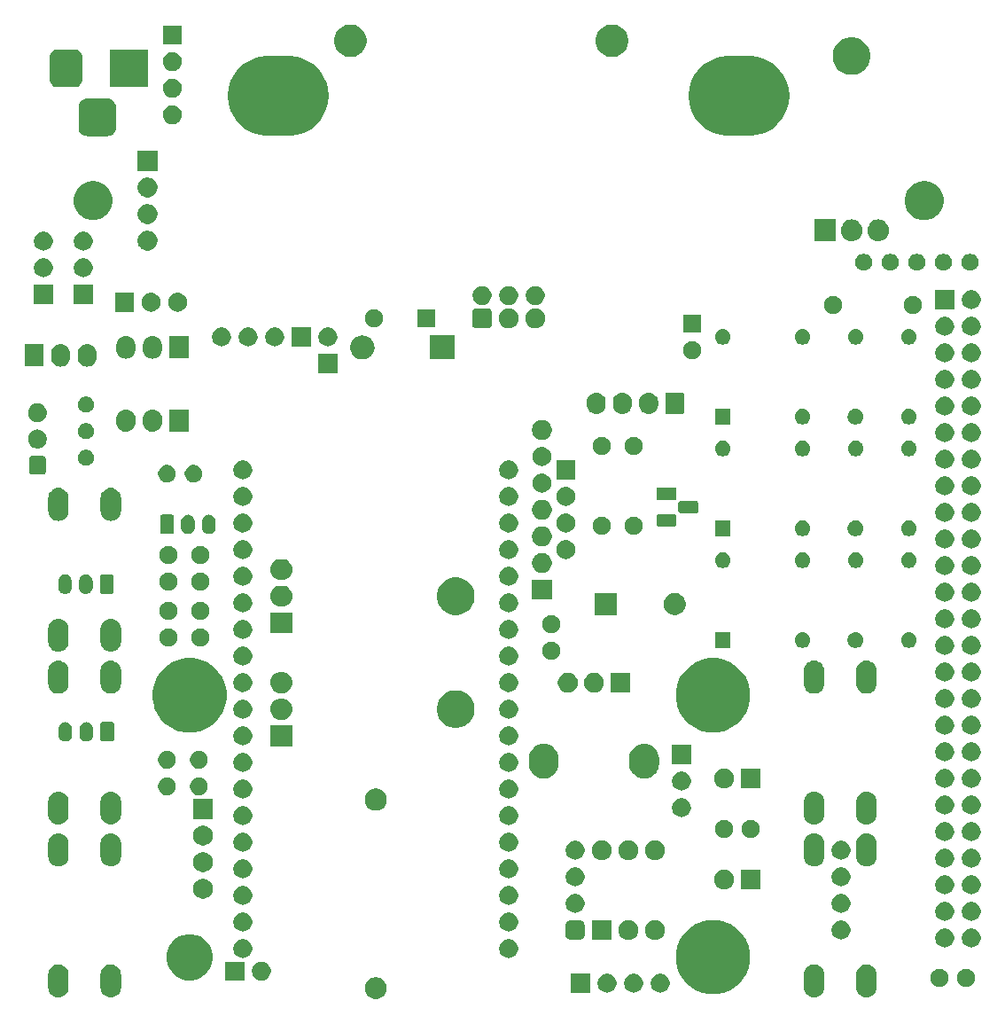
<source format=gbr>
G04 #@! TF.GenerationSoftware,KiCad,Pcbnew,(5.1.6)-1*
G04 #@! TF.CreationDate,2020-07-25T18:05:34+02:00*
G04 #@! TF.ProjectId,labAThome,6c616241-5468-46f6-9d65-2e6b69636164,rev?*
G04 #@! TF.SameCoordinates,Original*
G04 #@! TF.FileFunction,Soldermask,Bot*
G04 #@! TF.FilePolarity,Negative*
%FSLAX46Y46*%
G04 Gerber Fmt 4.6, Leading zero omitted, Abs format (unit mm)*
G04 Created by KiCad (PCBNEW (5.1.6)-1) date 2020-07-25 18:05:34*
%MOMM*%
%LPD*%
G01*
G04 APERTURE LIST*
%ADD10C,0.100000*%
G04 APERTURE END LIST*
D10*
G36*
X67616564Y-124685389D02*
G01*
X67807833Y-124764615D01*
X67807835Y-124764616D01*
X67979973Y-124879635D01*
X68126365Y-125026027D01*
X68198015Y-125133258D01*
X68241385Y-125198167D01*
X68320611Y-125389436D01*
X68361000Y-125592484D01*
X68361000Y-125799516D01*
X68320611Y-126002564D01*
X68259318Y-126150538D01*
X68241384Y-126193835D01*
X68126365Y-126365973D01*
X67979973Y-126512365D01*
X67807835Y-126627384D01*
X67807834Y-126627385D01*
X67807833Y-126627385D01*
X67616564Y-126706611D01*
X67413516Y-126747000D01*
X67206484Y-126747000D01*
X67003436Y-126706611D01*
X66812167Y-126627385D01*
X66812166Y-126627385D01*
X66812165Y-126627384D01*
X66640027Y-126512365D01*
X66493635Y-126365973D01*
X66378616Y-126193835D01*
X66360682Y-126150538D01*
X66299389Y-126002564D01*
X66259000Y-125799516D01*
X66259000Y-125592484D01*
X66299389Y-125389436D01*
X66378615Y-125198167D01*
X66421986Y-125133258D01*
X66493635Y-125026027D01*
X66640027Y-124879635D01*
X66812165Y-124764616D01*
X66812167Y-124764615D01*
X67003436Y-124685389D01*
X67206484Y-124645000D01*
X67413516Y-124645000D01*
X67616564Y-124685389D01*
G37*
G36*
X37191329Y-123439122D02*
G01*
X37375306Y-123494931D01*
X37375309Y-123494932D01*
X37465225Y-123542994D01*
X37544860Y-123585559D01*
X37591035Y-123623454D01*
X37693476Y-123707524D01*
X37777546Y-123809965D01*
X37815441Y-123856140D01*
X37836589Y-123895705D01*
X37906068Y-124025691D01*
X37906069Y-124025694D01*
X37961878Y-124209671D01*
X37961878Y-124209673D01*
X37974893Y-124341811D01*
X37976000Y-124353056D01*
X37976000Y-125646944D01*
X37961878Y-125790329D01*
X37959091Y-125799516D01*
X37906068Y-125974309D01*
X37858006Y-126064225D01*
X37815441Y-126143860D01*
X37809961Y-126150537D01*
X37693476Y-126292476D01*
X37603918Y-126365973D01*
X37544860Y-126414441D01*
X37490674Y-126443404D01*
X37375309Y-126505068D01*
X37327436Y-126519590D01*
X37191328Y-126560878D01*
X37000000Y-126579722D01*
X36808671Y-126560878D01*
X36624694Y-126505069D01*
X36624691Y-126505068D01*
X36534775Y-126457006D01*
X36455140Y-126414441D01*
X36396082Y-126365973D01*
X36306524Y-126292476D01*
X36190039Y-126150537D01*
X36184559Y-126143860D01*
X36154902Y-126088375D01*
X36093932Y-125974309D01*
X36066190Y-125882856D01*
X36038122Y-125790328D01*
X36024000Y-125646943D01*
X36024000Y-124353055D01*
X36038122Y-124209675D01*
X36049696Y-124171520D01*
X36093932Y-124025694D01*
X36184560Y-123856140D01*
X36222455Y-123809965D01*
X36306525Y-123707524D01*
X36408966Y-123623454D01*
X36455141Y-123585559D01*
X36534776Y-123542994D01*
X36624692Y-123494932D01*
X36624695Y-123494931D01*
X36808672Y-123439122D01*
X37000000Y-123420278D01*
X37191329Y-123439122D01*
G37*
G36*
X109389329Y-123439122D02*
G01*
X109573306Y-123494931D01*
X109573309Y-123494932D01*
X109663225Y-123542994D01*
X109742860Y-123585559D01*
X109789035Y-123623454D01*
X109891476Y-123707524D01*
X109975546Y-123809965D01*
X110013441Y-123856140D01*
X110034589Y-123895705D01*
X110104068Y-124025691D01*
X110104069Y-124025694D01*
X110159878Y-124209671D01*
X110159878Y-124209673D01*
X110172893Y-124341811D01*
X110174000Y-124353056D01*
X110174000Y-125646944D01*
X110159878Y-125790329D01*
X110157091Y-125799516D01*
X110104068Y-125974309D01*
X110056006Y-126064225D01*
X110013441Y-126143860D01*
X110007961Y-126150537D01*
X109891476Y-126292476D01*
X109801918Y-126365973D01*
X109742860Y-126414441D01*
X109688674Y-126443404D01*
X109573309Y-126505068D01*
X109525436Y-126519590D01*
X109389328Y-126560878D01*
X109198000Y-126579722D01*
X109006671Y-126560878D01*
X108822694Y-126505069D01*
X108822691Y-126505068D01*
X108732775Y-126457006D01*
X108653140Y-126414441D01*
X108594082Y-126365973D01*
X108504524Y-126292476D01*
X108388039Y-126150537D01*
X108382559Y-126143860D01*
X108352902Y-126088375D01*
X108291932Y-125974309D01*
X108264190Y-125882856D01*
X108236122Y-125790328D01*
X108222000Y-125646943D01*
X108222000Y-124353055D01*
X108236122Y-124209675D01*
X108247696Y-124171520D01*
X108291932Y-124025694D01*
X108382560Y-123856140D01*
X108420455Y-123809965D01*
X108504525Y-123707524D01*
X108606966Y-123623454D01*
X108653141Y-123585559D01*
X108732776Y-123542994D01*
X108822692Y-123494932D01*
X108822695Y-123494931D01*
X109006672Y-123439122D01*
X109198000Y-123420278D01*
X109389329Y-123439122D01*
G37*
G36*
X42191329Y-123439122D02*
G01*
X42375306Y-123494931D01*
X42375309Y-123494932D01*
X42465225Y-123542994D01*
X42544860Y-123585559D01*
X42591035Y-123623454D01*
X42693476Y-123707524D01*
X42777546Y-123809965D01*
X42815441Y-123856140D01*
X42836589Y-123895705D01*
X42906068Y-124025691D01*
X42906069Y-124025694D01*
X42961878Y-124209671D01*
X42961878Y-124209673D01*
X42974893Y-124341811D01*
X42976000Y-124353056D01*
X42976000Y-125646944D01*
X42961878Y-125790329D01*
X42959091Y-125799516D01*
X42906068Y-125974309D01*
X42858006Y-126064225D01*
X42815441Y-126143860D01*
X42809961Y-126150537D01*
X42693476Y-126292476D01*
X42603918Y-126365973D01*
X42544860Y-126414441D01*
X42490674Y-126443404D01*
X42375309Y-126505068D01*
X42327436Y-126519590D01*
X42191328Y-126560878D01*
X42000000Y-126579722D01*
X41808671Y-126560878D01*
X41624694Y-126505069D01*
X41624691Y-126505068D01*
X41534775Y-126457006D01*
X41455140Y-126414441D01*
X41396082Y-126365973D01*
X41306524Y-126292476D01*
X41190039Y-126150537D01*
X41184559Y-126143860D01*
X41154902Y-126088375D01*
X41093932Y-125974309D01*
X41066190Y-125882856D01*
X41038122Y-125790328D01*
X41024000Y-125646943D01*
X41024000Y-124353055D01*
X41038122Y-124209675D01*
X41049696Y-124171520D01*
X41093932Y-124025694D01*
X41184560Y-123856140D01*
X41222455Y-123809965D01*
X41306525Y-123707524D01*
X41408966Y-123623454D01*
X41455141Y-123585559D01*
X41534776Y-123542994D01*
X41624692Y-123494932D01*
X41624695Y-123494931D01*
X41808672Y-123439122D01*
X42000000Y-123420278D01*
X42191329Y-123439122D01*
G37*
G36*
X114389329Y-123439122D02*
G01*
X114573306Y-123494931D01*
X114573309Y-123494932D01*
X114663225Y-123542994D01*
X114742860Y-123585559D01*
X114789035Y-123623454D01*
X114891476Y-123707524D01*
X114975546Y-123809965D01*
X115013441Y-123856140D01*
X115034589Y-123895705D01*
X115104068Y-124025691D01*
X115104069Y-124025694D01*
X115159878Y-124209671D01*
X115159878Y-124209673D01*
X115172893Y-124341811D01*
X115174000Y-124353056D01*
X115174000Y-125646944D01*
X115159878Y-125790329D01*
X115157091Y-125799516D01*
X115104068Y-125974309D01*
X115056006Y-126064225D01*
X115013441Y-126143860D01*
X115007961Y-126150537D01*
X114891476Y-126292476D01*
X114801918Y-126365973D01*
X114742860Y-126414441D01*
X114688674Y-126443404D01*
X114573309Y-126505068D01*
X114525436Y-126519590D01*
X114389328Y-126560878D01*
X114198000Y-126579722D01*
X114006671Y-126560878D01*
X113822694Y-126505069D01*
X113822691Y-126505068D01*
X113732775Y-126457006D01*
X113653140Y-126414441D01*
X113594082Y-126365973D01*
X113504524Y-126292476D01*
X113388039Y-126150537D01*
X113382559Y-126143860D01*
X113352902Y-126088375D01*
X113291932Y-125974309D01*
X113264190Y-125882856D01*
X113236122Y-125790328D01*
X113222000Y-125646943D01*
X113222000Y-124353055D01*
X113236122Y-124209675D01*
X113247696Y-124171520D01*
X113291932Y-124025694D01*
X113382560Y-123856140D01*
X113420455Y-123809965D01*
X113504525Y-123707524D01*
X113606966Y-123623454D01*
X113653141Y-123585559D01*
X113732776Y-123542994D01*
X113822692Y-123494932D01*
X113822695Y-123494931D01*
X114006672Y-123439122D01*
X114198000Y-123420278D01*
X114389329Y-123439122D01*
G37*
G36*
X100565787Y-119321462D02*
G01*
X100646924Y-119355070D01*
X101212029Y-119589144D01*
X101793631Y-119977758D01*
X102288242Y-120472369D01*
X102676856Y-121053971D01*
X102797672Y-121345647D01*
X102944538Y-121700213D01*
X103081000Y-122386256D01*
X103081000Y-123085744D01*
X102944538Y-123771787D01*
X102944537Y-123771789D01*
X102676856Y-124418029D01*
X102288242Y-124999631D01*
X101793631Y-125494242D01*
X101212029Y-125882856D01*
X100755068Y-126072135D01*
X100565787Y-126150538D01*
X99879744Y-126287000D01*
X99180256Y-126287000D01*
X98494213Y-126150538D01*
X98304932Y-126072135D01*
X97847971Y-125882856D01*
X97266369Y-125494242D01*
X96771758Y-124999631D01*
X96383144Y-124418029D01*
X96115463Y-123771789D01*
X96115462Y-123771787D01*
X95979000Y-123085744D01*
X95979000Y-122386256D01*
X96115462Y-121700213D01*
X96262328Y-121345647D01*
X96383144Y-121053971D01*
X96771758Y-120472369D01*
X97266369Y-119977758D01*
X97847971Y-119589144D01*
X98413076Y-119355070D01*
X98494213Y-119321462D01*
X99180256Y-119185000D01*
X99879744Y-119185000D01*
X100565787Y-119321462D01*
G37*
G36*
X89521512Y-124325927D02*
G01*
X89670812Y-124355624D01*
X89834784Y-124423544D01*
X89982354Y-124522147D01*
X90107853Y-124647646D01*
X90206456Y-124795216D01*
X90274376Y-124959188D01*
X90309000Y-125133259D01*
X90309000Y-125310741D01*
X90274376Y-125484812D01*
X90206456Y-125648784D01*
X90107853Y-125796354D01*
X89982354Y-125921853D01*
X89834784Y-126020456D01*
X89670812Y-126088376D01*
X89521512Y-126118073D01*
X89496742Y-126123000D01*
X89319258Y-126123000D01*
X89294488Y-126118073D01*
X89145188Y-126088376D01*
X88981216Y-126020456D01*
X88833646Y-125921853D01*
X88708147Y-125796354D01*
X88609544Y-125648784D01*
X88541624Y-125484812D01*
X88507000Y-125310741D01*
X88507000Y-125133259D01*
X88541624Y-124959188D01*
X88609544Y-124795216D01*
X88708147Y-124647646D01*
X88833646Y-124522147D01*
X88981216Y-124423544D01*
X89145188Y-124355624D01*
X89294488Y-124325927D01*
X89319258Y-124321000D01*
X89496742Y-124321000D01*
X89521512Y-124325927D01*
G37*
G36*
X92061512Y-124325927D02*
G01*
X92210812Y-124355624D01*
X92374784Y-124423544D01*
X92522354Y-124522147D01*
X92647853Y-124647646D01*
X92746456Y-124795216D01*
X92814376Y-124959188D01*
X92849000Y-125133259D01*
X92849000Y-125310741D01*
X92814376Y-125484812D01*
X92746456Y-125648784D01*
X92647853Y-125796354D01*
X92522354Y-125921853D01*
X92374784Y-126020456D01*
X92210812Y-126088376D01*
X92061512Y-126118073D01*
X92036742Y-126123000D01*
X91859258Y-126123000D01*
X91834488Y-126118073D01*
X91685188Y-126088376D01*
X91521216Y-126020456D01*
X91373646Y-125921853D01*
X91248147Y-125796354D01*
X91149544Y-125648784D01*
X91081624Y-125484812D01*
X91047000Y-125310741D01*
X91047000Y-125133259D01*
X91081624Y-124959188D01*
X91149544Y-124795216D01*
X91248147Y-124647646D01*
X91373646Y-124522147D01*
X91521216Y-124423544D01*
X91685188Y-124355624D01*
X91834488Y-124325927D01*
X91859258Y-124321000D01*
X92036742Y-124321000D01*
X92061512Y-124325927D01*
G37*
G36*
X94601512Y-124325927D02*
G01*
X94750812Y-124355624D01*
X94914784Y-124423544D01*
X95062354Y-124522147D01*
X95187853Y-124647646D01*
X95286456Y-124795216D01*
X95354376Y-124959188D01*
X95389000Y-125133259D01*
X95389000Y-125310741D01*
X95354376Y-125484812D01*
X95286456Y-125648784D01*
X95187853Y-125796354D01*
X95062354Y-125921853D01*
X94914784Y-126020456D01*
X94750812Y-126088376D01*
X94601512Y-126118073D01*
X94576742Y-126123000D01*
X94399258Y-126123000D01*
X94374488Y-126118073D01*
X94225188Y-126088376D01*
X94061216Y-126020456D01*
X93913646Y-125921853D01*
X93788147Y-125796354D01*
X93689544Y-125648784D01*
X93621624Y-125484812D01*
X93587000Y-125310741D01*
X93587000Y-125133259D01*
X93621624Y-124959188D01*
X93689544Y-124795216D01*
X93788147Y-124647646D01*
X93913646Y-124522147D01*
X94061216Y-124423544D01*
X94225188Y-124355624D01*
X94374488Y-124325927D01*
X94399258Y-124321000D01*
X94576742Y-124321000D01*
X94601512Y-124325927D01*
G37*
G36*
X87769000Y-126123000D02*
G01*
X85967000Y-126123000D01*
X85967000Y-124321000D01*
X87769000Y-124321000D01*
X87769000Y-126123000D01*
G37*
G36*
X123946228Y-123895703D02*
G01*
X124101100Y-123959853D01*
X124240481Y-124052985D01*
X124359015Y-124171519D01*
X124452147Y-124310900D01*
X124516297Y-124465772D01*
X124549000Y-124630184D01*
X124549000Y-124797816D01*
X124516297Y-124962228D01*
X124452147Y-125117100D01*
X124359015Y-125256481D01*
X124240481Y-125375015D01*
X124101100Y-125468147D01*
X123946228Y-125532297D01*
X123781816Y-125565000D01*
X123614184Y-125565000D01*
X123449772Y-125532297D01*
X123294900Y-125468147D01*
X123155519Y-125375015D01*
X123036985Y-125256481D01*
X122943853Y-125117100D01*
X122879703Y-124962228D01*
X122847000Y-124797816D01*
X122847000Y-124630184D01*
X122879703Y-124465772D01*
X122943853Y-124310900D01*
X123036985Y-124171519D01*
X123155519Y-124052985D01*
X123294900Y-123959853D01*
X123449772Y-123895703D01*
X123614184Y-123863000D01*
X123781816Y-123863000D01*
X123946228Y-123895703D01*
G37*
G36*
X121406228Y-123895703D02*
G01*
X121561100Y-123959853D01*
X121700481Y-124052985D01*
X121819015Y-124171519D01*
X121912147Y-124310900D01*
X121976297Y-124465772D01*
X122009000Y-124630184D01*
X122009000Y-124797816D01*
X121976297Y-124962228D01*
X121912147Y-125117100D01*
X121819015Y-125256481D01*
X121700481Y-125375015D01*
X121561100Y-125468147D01*
X121406228Y-125532297D01*
X121241816Y-125565000D01*
X121074184Y-125565000D01*
X120909772Y-125532297D01*
X120754900Y-125468147D01*
X120615519Y-125375015D01*
X120496985Y-125256481D01*
X120403853Y-125117100D01*
X120339703Y-124962228D01*
X120307000Y-124797816D01*
X120307000Y-124630184D01*
X120339703Y-124465772D01*
X120403853Y-124310900D01*
X120496985Y-124171519D01*
X120615519Y-124052985D01*
X120754900Y-123959853D01*
X120909772Y-123895703D01*
X121074184Y-123863000D01*
X121241816Y-123863000D01*
X121406228Y-123895703D01*
G37*
G36*
X54749000Y-124980000D02*
G01*
X52947000Y-124980000D01*
X52947000Y-123178000D01*
X54749000Y-123178000D01*
X54749000Y-124980000D01*
G37*
G36*
X56501512Y-123182927D02*
G01*
X56650812Y-123212624D01*
X56814784Y-123280544D01*
X56962354Y-123379147D01*
X57087853Y-123504646D01*
X57186456Y-123652216D01*
X57254376Y-123816188D01*
X57289000Y-123990259D01*
X57289000Y-124167741D01*
X57254376Y-124341812D01*
X57186456Y-124505784D01*
X57087853Y-124653354D01*
X56962354Y-124778853D01*
X56814784Y-124877456D01*
X56650812Y-124945376D01*
X56501512Y-124975073D01*
X56476742Y-124980000D01*
X56299258Y-124980000D01*
X56274488Y-124975073D01*
X56125188Y-124945376D01*
X55961216Y-124877456D01*
X55813646Y-124778853D01*
X55688147Y-124653354D01*
X55589544Y-124505784D01*
X55521624Y-124341812D01*
X55487000Y-124167741D01*
X55487000Y-123990259D01*
X55521624Y-123816188D01*
X55589544Y-123652216D01*
X55688147Y-123504646D01*
X55813646Y-123379147D01*
X55961216Y-123280544D01*
X56125188Y-123212624D01*
X56274488Y-123182927D01*
X56299258Y-123178000D01*
X56476742Y-123178000D01*
X56501512Y-123182927D01*
G37*
G36*
X50172007Y-120619582D02*
G01*
X50572563Y-120785498D01*
X50572565Y-120785499D01*
X50933056Y-121026371D01*
X51239629Y-121332944D01*
X51456282Y-121657189D01*
X51480502Y-121693437D01*
X51646418Y-122093993D01*
X51731000Y-122519219D01*
X51731000Y-122952781D01*
X51646418Y-123378007D01*
X51532836Y-123652218D01*
X51480501Y-123778565D01*
X51239629Y-124139056D01*
X50933056Y-124445629D01*
X50572565Y-124686501D01*
X50572564Y-124686502D01*
X50572563Y-124686502D01*
X50172007Y-124852418D01*
X49746781Y-124937000D01*
X49313219Y-124937000D01*
X48887993Y-124852418D01*
X48487437Y-124686502D01*
X48487436Y-124686502D01*
X48487435Y-124686501D01*
X48126944Y-124445629D01*
X47820371Y-124139056D01*
X47579499Y-123778565D01*
X47527164Y-123652218D01*
X47413582Y-123378007D01*
X47329000Y-122952781D01*
X47329000Y-122519219D01*
X47413582Y-122093993D01*
X47579498Y-121693437D01*
X47603718Y-121657189D01*
X47820371Y-121332944D01*
X48126944Y-121026371D01*
X48487435Y-120785499D01*
X48487437Y-120785498D01*
X48887993Y-120619582D01*
X49313219Y-120535000D01*
X49746781Y-120535000D01*
X50172007Y-120619582D01*
G37*
G36*
X54723512Y-121023927D02*
G01*
X54872812Y-121053624D01*
X55036784Y-121121544D01*
X55184354Y-121220147D01*
X55309853Y-121345646D01*
X55408456Y-121493216D01*
X55476376Y-121657188D01*
X55511000Y-121831259D01*
X55511000Y-122008741D01*
X55476376Y-122182812D01*
X55408456Y-122346784D01*
X55309853Y-122494354D01*
X55184354Y-122619853D01*
X55036784Y-122718456D01*
X54872812Y-122786376D01*
X54723512Y-122816073D01*
X54698742Y-122821000D01*
X54521258Y-122821000D01*
X54496488Y-122816073D01*
X54347188Y-122786376D01*
X54183216Y-122718456D01*
X54035646Y-122619853D01*
X53910147Y-122494354D01*
X53811544Y-122346784D01*
X53743624Y-122182812D01*
X53709000Y-122008741D01*
X53709000Y-121831259D01*
X53743624Y-121657188D01*
X53811544Y-121493216D01*
X53910147Y-121345646D01*
X54035646Y-121220147D01*
X54183216Y-121121544D01*
X54347188Y-121053624D01*
X54496488Y-121023927D01*
X54521258Y-121019000D01*
X54698742Y-121019000D01*
X54723512Y-121023927D01*
G37*
G36*
X80123512Y-121023927D02*
G01*
X80272812Y-121053624D01*
X80436784Y-121121544D01*
X80584354Y-121220147D01*
X80709853Y-121345646D01*
X80808456Y-121493216D01*
X80876376Y-121657188D01*
X80911000Y-121831259D01*
X80911000Y-122008741D01*
X80876376Y-122182812D01*
X80808456Y-122346784D01*
X80709853Y-122494354D01*
X80584354Y-122619853D01*
X80436784Y-122718456D01*
X80272812Y-122786376D01*
X80123512Y-122816073D01*
X80098742Y-122821000D01*
X79921258Y-122821000D01*
X79896488Y-122816073D01*
X79747188Y-122786376D01*
X79583216Y-122718456D01*
X79435646Y-122619853D01*
X79310147Y-122494354D01*
X79211544Y-122346784D01*
X79143624Y-122182812D01*
X79109000Y-122008741D01*
X79109000Y-121831259D01*
X79143624Y-121657188D01*
X79211544Y-121493216D01*
X79310147Y-121345646D01*
X79435646Y-121220147D01*
X79583216Y-121121544D01*
X79747188Y-121053624D01*
X79896488Y-121023927D01*
X79921258Y-121019000D01*
X80098742Y-121019000D01*
X80123512Y-121023927D01*
G37*
G36*
X124319512Y-120007927D02*
G01*
X124468812Y-120037624D01*
X124632784Y-120105544D01*
X124780354Y-120204147D01*
X124905853Y-120329646D01*
X125004456Y-120477216D01*
X125072376Y-120641188D01*
X125107000Y-120815259D01*
X125107000Y-120992741D01*
X125072376Y-121166812D01*
X125004456Y-121330784D01*
X124905853Y-121478354D01*
X124780354Y-121603853D01*
X124632784Y-121702456D01*
X124468812Y-121770376D01*
X124319512Y-121800073D01*
X124294742Y-121805000D01*
X124117258Y-121805000D01*
X124092488Y-121800073D01*
X123943188Y-121770376D01*
X123779216Y-121702456D01*
X123631646Y-121603853D01*
X123506147Y-121478354D01*
X123407544Y-121330784D01*
X123339624Y-121166812D01*
X123305000Y-120992741D01*
X123305000Y-120815259D01*
X123339624Y-120641188D01*
X123407544Y-120477216D01*
X123506147Y-120329646D01*
X123631646Y-120204147D01*
X123779216Y-120105544D01*
X123943188Y-120037624D01*
X124092488Y-120007927D01*
X124117258Y-120003000D01*
X124294742Y-120003000D01*
X124319512Y-120007927D01*
G37*
G36*
X121779512Y-120007927D02*
G01*
X121928812Y-120037624D01*
X122092784Y-120105544D01*
X122240354Y-120204147D01*
X122365853Y-120329646D01*
X122464456Y-120477216D01*
X122532376Y-120641188D01*
X122567000Y-120815259D01*
X122567000Y-120992741D01*
X122532376Y-121166812D01*
X122464456Y-121330784D01*
X122365853Y-121478354D01*
X122240354Y-121603853D01*
X122092784Y-121702456D01*
X121928812Y-121770376D01*
X121779512Y-121800073D01*
X121754742Y-121805000D01*
X121577258Y-121805000D01*
X121552488Y-121800073D01*
X121403188Y-121770376D01*
X121239216Y-121702456D01*
X121091646Y-121603853D01*
X120966147Y-121478354D01*
X120867544Y-121330784D01*
X120799624Y-121166812D01*
X120765000Y-120992741D01*
X120765000Y-120815259D01*
X120799624Y-120641188D01*
X120867544Y-120477216D01*
X120966147Y-120329646D01*
X121091646Y-120204147D01*
X121239216Y-120105544D01*
X121403188Y-120037624D01*
X121552488Y-120007927D01*
X121577258Y-120003000D01*
X121754742Y-120003000D01*
X121779512Y-120007927D01*
G37*
G36*
X94257395Y-119227546D02*
G01*
X94430466Y-119299234D01*
X94463734Y-119321463D01*
X94586227Y-119403310D01*
X94718690Y-119535773D01*
X94739987Y-119567646D01*
X94822766Y-119691534D01*
X94894454Y-119864605D01*
X94931000Y-120048333D01*
X94931000Y-120235667D01*
X94894454Y-120419395D01*
X94822766Y-120592466D01*
X94804647Y-120619583D01*
X94718690Y-120748227D01*
X94586227Y-120880690D01*
X94540787Y-120911052D01*
X94430466Y-120984766D01*
X94257395Y-121056454D01*
X94073667Y-121093000D01*
X93886333Y-121093000D01*
X93702605Y-121056454D01*
X93529534Y-120984766D01*
X93419213Y-120911052D01*
X93373773Y-120880690D01*
X93241310Y-120748227D01*
X93155353Y-120619583D01*
X93137234Y-120592466D01*
X93065546Y-120419395D01*
X93029000Y-120235667D01*
X93029000Y-120048333D01*
X93065546Y-119864605D01*
X93137234Y-119691534D01*
X93220013Y-119567646D01*
X93241310Y-119535773D01*
X93373773Y-119403310D01*
X93496266Y-119321463D01*
X93529534Y-119299234D01*
X93702605Y-119227546D01*
X93886333Y-119191000D01*
X94073667Y-119191000D01*
X94257395Y-119227546D01*
G37*
G36*
X91717395Y-119227546D02*
G01*
X91890466Y-119299234D01*
X91923734Y-119321463D01*
X92046227Y-119403310D01*
X92178690Y-119535773D01*
X92199987Y-119567646D01*
X92282766Y-119691534D01*
X92354454Y-119864605D01*
X92391000Y-120048333D01*
X92391000Y-120235667D01*
X92354454Y-120419395D01*
X92282766Y-120592466D01*
X92264647Y-120619583D01*
X92178690Y-120748227D01*
X92046227Y-120880690D01*
X92000787Y-120911052D01*
X91890466Y-120984766D01*
X91717395Y-121056454D01*
X91533667Y-121093000D01*
X91346333Y-121093000D01*
X91162605Y-121056454D01*
X90989534Y-120984766D01*
X90879213Y-120911052D01*
X90833773Y-120880690D01*
X90701310Y-120748227D01*
X90615353Y-120619583D01*
X90597234Y-120592466D01*
X90525546Y-120419395D01*
X90489000Y-120235667D01*
X90489000Y-120048333D01*
X90525546Y-119864605D01*
X90597234Y-119691534D01*
X90680013Y-119567646D01*
X90701310Y-119535773D01*
X90833773Y-119403310D01*
X90956266Y-119321463D01*
X90989534Y-119299234D01*
X91162605Y-119227546D01*
X91346333Y-119191000D01*
X91533667Y-119191000D01*
X91717395Y-119227546D01*
G37*
G36*
X89851000Y-121093000D02*
G01*
X87949000Y-121093000D01*
X87949000Y-119191000D01*
X89851000Y-119191000D01*
X89851000Y-121093000D01*
G37*
G36*
X86948578Y-119249048D02*
G01*
X87021249Y-119271093D01*
X87088225Y-119306892D01*
X87146930Y-119355070D01*
X87195108Y-119413775D01*
X87230907Y-119480751D01*
X87252952Y-119553422D01*
X87261000Y-119635140D01*
X87261000Y-120648860D01*
X87252952Y-120730578D01*
X87230907Y-120803249D01*
X87195108Y-120870225D01*
X87146930Y-120928930D01*
X87088225Y-120977108D01*
X87021249Y-121012907D01*
X86948578Y-121034952D01*
X86866860Y-121043000D01*
X85853140Y-121043000D01*
X85771422Y-121034952D01*
X85698751Y-121012907D01*
X85631775Y-120977108D01*
X85573070Y-120928930D01*
X85524892Y-120870225D01*
X85489093Y-120803249D01*
X85467048Y-120730578D01*
X85459000Y-120648860D01*
X85459000Y-119635140D01*
X85467048Y-119553422D01*
X85489093Y-119480751D01*
X85524892Y-119413775D01*
X85573070Y-119355070D01*
X85631775Y-119306892D01*
X85698751Y-119271093D01*
X85771422Y-119249048D01*
X85853140Y-119241000D01*
X86866860Y-119241000D01*
X86948578Y-119249048D01*
G37*
G36*
X111873512Y-119245927D02*
G01*
X112022812Y-119275624D01*
X112186784Y-119343544D01*
X112334354Y-119442147D01*
X112459853Y-119567646D01*
X112558456Y-119715216D01*
X112626376Y-119879188D01*
X112661000Y-120053259D01*
X112661000Y-120230741D01*
X112626376Y-120404812D01*
X112558456Y-120568784D01*
X112459853Y-120716354D01*
X112334354Y-120841853D01*
X112186784Y-120940456D01*
X112022812Y-121008376D01*
X111873512Y-121038073D01*
X111848742Y-121043000D01*
X111671258Y-121043000D01*
X111646488Y-121038073D01*
X111497188Y-121008376D01*
X111333216Y-120940456D01*
X111185646Y-120841853D01*
X111060147Y-120716354D01*
X110961544Y-120568784D01*
X110893624Y-120404812D01*
X110859000Y-120230741D01*
X110859000Y-120053259D01*
X110893624Y-119879188D01*
X110961544Y-119715216D01*
X111060147Y-119567646D01*
X111185646Y-119442147D01*
X111333216Y-119343544D01*
X111497188Y-119275624D01*
X111646488Y-119245927D01*
X111671258Y-119241000D01*
X111848742Y-119241000D01*
X111873512Y-119245927D01*
G37*
G36*
X54723512Y-118483927D02*
G01*
X54872812Y-118513624D01*
X55036784Y-118581544D01*
X55184354Y-118680147D01*
X55309853Y-118805646D01*
X55408456Y-118953216D01*
X55476376Y-119117188D01*
X55511000Y-119291259D01*
X55511000Y-119468741D01*
X55476376Y-119642812D01*
X55408456Y-119806784D01*
X55309853Y-119954354D01*
X55184354Y-120079853D01*
X55036784Y-120178456D01*
X54872812Y-120246376D01*
X54723512Y-120276073D01*
X54698742Y-120281000D01*
X54521258Y-120281000D01*
X54496488Y-120276073D01*
X54347188Y-120246376D01*
X54183216Y-120178456D01*
X54035646Y-120079853D01*
X53910147Y-119954354D01*
X53811544Y-119806784D01*
X53743624Y-119642812D01*
X53709000Y-119468741D01*
X53709000Y-119291259D01*
X53743624Y-119117188D01*
X53811544Y-118953216D01*
X53910147Y-118805646D01*
X54035646Y-118680147D01*
X54183216Y-118581544D01*
X54347188Y-118513624D01*
X54496488Y-118483927D01*
X54521258Y-118479000D01*
X54698742Y-118479000D01*
X54723512Y-118483927D01*
G37*
G36*
X80123512Y-118483927D02*
G01*
X80272812Y-118513624D01*
X80436784Y-118581544D01*
X80584354Y-118680147D01*
X80709853Y-118805646D01*
X80808456Y-118953216D01*
X80876376Y-119117188D01*
X80911000Y-119291259D01*
X80911000Y-119468741D01*
X80876376Y-119642812D01*
X80808456Y-119806784D01*
X80709853Y-119954354D01*
X80584354Y-120079853D01*
X80436784Y-120178456D01*
X80272812Y-120246376D01*
X80123512Y-120276073D01*
X80098742Y-120281000D01*
X79921258Y-120281000D01*
X79896488Y-120276073D01*
X79747188Y-120246376D01*
X79583216Y-120178456D01*
X79435646Y-120079853D01*
X79310147Y-119954354D01*
X79211544Y-119806784D01*
X79143624Y-119642812D01*
X79109000Y-119468741D01*
X79109000Y-119291259D01*
X79143624Y-119117188D01*
X79211544Y-118953216D01*
X79310147Y-118805646D01*
X79435646Y-118680147D01*
X79583216Y-118581544D01*
X79747188Y-118513624D01*
X79896488Y-118483927D01*
X79921258Y-118479000D01*
X80098742Y-118479000D01*
X80123512Y-118483927D01*
G37*
G36*
X121779512Y-117467927D02*
G01*
X121928812Y-117497624D01*
X122092784Y-117565544D01*
X122240354Y-117664147D01*
X122365853Y-117789646D01*
X122464456Y-117937216D01*
X122532376Y-118101188D01*
X122567000Y-118275259D01*
X122567000Y-118452741D01*
X122532376Y-118626812D01*
X122464456Y-118790784D01*
X122365853Y-118938354D01*
X122240354Y-119063853D01*
X122092784Y-119162456D01*
X121928812Y-119230376D01*
X121779512Y-119260073D01*
X121754742Y-119265000D01*
X121577258Y-119265000D01*
X121552488Y-119260073D01*
X121403188Y-119230376D01*
X121239216Y-119162456D01*
X121091646Y-119063853D01*
X120966147Y-118938354D01*
X120867544Y-118790784D01*
X120799624Y-118626812D01*
X120765000Y-118452741D01*
X120765000Y-118275259D01*
X120799624Y-118101188D01*
X120867544Y-117937216D01*
X120966147Y-117789646D01*
X121091646Y-117664147D01*
X121239216Y-117565544D01*
X121403188Y-117497624D01*
X121552488Y-117467927D01*
X121577258Y-117463000D01*
X121754742Y-117463000D01*
X121779512Y-117467927D01*
G37*
G36*
X124319512Y-117467927D02*
G01*
X124468812Y-117497624D01*
X124632784Y-117565544D01*
X124780354Y-117664147D01*
X124905853Y-117789646D01*
X125004456Y-117937216D01*
X125072376Y-118101188D01*
X125107000Y-118275259D01*
X125107000Y-118452741D01*
X125072376Y-118626812D01*
X125004456Y-118790784D01*
X124905853Y-118938354D01*
X124780354Y-119063853D01*
X124632784Y-119162456D01*
X124468812Y-119230376D01*
X124319512Y-119260073D01*
X124294742Y-119265000D01*
X124117258Y-119265000D01*
X124092488Y-119260073D01*
X123943188Y-119230376D01*
X123779216Y-119162456D01*
X123631646Y-119063853D01*
X123506147Y-118938354D01*
X123407544Y-118790784D01*
X123339624Y-118626812D01*
X123305000Y-118452741D01*
X123305000Y-118275259D01*
X123339624Y-118101188D01*
X123407544Y-117937216D01*
X123506147Y-117789646D01*
X123631646Y-117664147D01*
X123779216Y-117565544D01*
X123943188Y-117497624D01*
X124092488Y-117467927D01*
X124117258Y-117463000D01*
X124294742Y-117463000D01*
X124319512Y-117467927D01*
G37*
G36*
X111873512Y-116705927D02*
G01*
X112022812Y-116735624D01*
X112186784Y-116803544D01*
X112334354Y-116902147D01*
X112459853Y-117027646D01*
X112558456Y-117175216D01*
X112626376Y-117339188D01*
X112661000Y-117513259D01*
X112661000Y-117690741D01*
X112626376Y-117864812D01*
X112558456Y-118028784D01*
X112459853Y-118176354D01*
X112334354Y-118301853D01*
X112186784Y-118400456D01*
X112022812Y-118468376D01*
X111873512Y-118498073D01*
X111848742Y-118503000D01*
X111671258Y-118503000D01*
X111646488Y-118498073D01*
X111497188Y-118468376D01*
X111333216Y-118400456D01*
X111185646Y-118301853D01*
X111060147Y-118176354D01*
X110961544Y-118028784D01*
X110893624Y-117864812D01*
X110859000Y-117690741D01*
X110859000Y-117513259D01*
X110893624Y-117339188D01*
X110961544Y-117175216D01*
X111060147Y-117027646D01*
X111185646Y-116902147D01*
X111333216Y-116803544D01*
X111497188Y-116735624D01*
X111646488Y-116705927D01*
X111671258Y-116701000D01*
X111848742Y-116701000D01*
X111873512Y-116705927D01*
G37*
G36*
X86473512Y-116705927D02*
G01*
X86622812Y-116735624D01*
X86786784Y-116803544D01*
X86934354Y-116902147D01*
X87059853Y-117027646D01*
X87158456Y-117175216D01*
X87226376Y-117339188D01*
X87261000Y-117513259D01*
X87261000Y-117690741D01*
X87226376Y-117864812D01*
X87158456Y-118028784D01*
X87059853Y-118176354D01*
X86934354Y-118301853D01*
X86786784Y-118400456D01*
X86622812Y-118468376D01*
X86473512Y-118498073D01*
X86448742Y-118503000D01*
X86271258Y-118503000D01*
X86246488Y-118498073D01*
X86097188Y-118468376D01*
X85933216Y-118400456D01*
X85785646Y-118301853D01*
X85660147Y-118176354D01*
X85561544Y-118028784D01*
X85493624Y-117864812D01*
X85459000Y-117690741D01*
X85459000Y-117513259D01*
X85493624Y-117339188D01*
X85561544Y-117175216D01*
X85660147Y-117027646D01*
X85785646Y-116902147D01*
X85933216Y-116803544D01*
X86097188Y-116735624D01*
X86246488Y-116705927D01*
X86271258Y-116701000D01*
X86448742Y-116701000D01*
X86473512Y-116705927D01*
G37*
G36*
X80123512Y-115943927D02*
G01*
X80272812Y-115973624D01*
X80436784Y-116041544D01*
X80584354Y-116140147D01*
X80709853Y-116265646D01*
X80808456Y-116413216D01*
X80876376Y-116577188D01*
X80911000Y-116751259D01*
X80911000Y-116928741D01*
X80876376Y-117102812D01*
X80808456Y-117266784D01*
X80709853Y-117414354D01*
X80584354Y-117539853D01*
X80436784Y-117638456D01*
X80272812Y-117706376D01*
X80123512Y-117736073D01*
X80098742Y-117741000D01*
X79921258Y-117741000D01*
X79896488Y-117736073D01*
X79747188Y-117706376D01*
X79583216Y-117638456D01*
X79435646Y-117539853D01*
X79310147Y-117414354D01*
X79211544Y-117266784D01*
X79143624Y-117102812D01*
X79109000Y-116928741D01*
X79109000Y-116751259D01*
X79143624Y-116577188D01*
X79211544Y-116413216D01*
X79310147Y-116265646D01*
X79435646Y-116140147D01*
X79583216Y-116041544D01*
X79747188Y-115973624D01*
X79896488Y-115943927D01*
X79921258Y-115939000D01*
X80098742Y-115939000D01*
X80123512Y-115943927D01*
G37*
G36*
X54723512Y-115943927D02*
G01*
X54872812Y-115973624D01*
X55036784Y-116041544D01*
X55184354Y-116140147D01*
X55309853Y-116265646D01*
X55408456Y-116413216D01*
X55476376Y-116577188D01*
X55511000Y-116751259D01*
X55511000Y-116928741D01*
X55476376Y-117102812D01*
X55408456Y-117266784D01*
X55309853Y-117414354D01*
X55184354Y-117539853D01*
X55036784Y-117638456D01*
X54872812Y-117706376D01*
X54723512Y-117736073D01*
X54698742Y-117741000D01*
X54521258Y-117741000D01*
X54496488Y-117736073D01*
X54347188Y-117706376D01*
X54183216Y-117638456D01*
X54035646Y-117539853D01*
X53910147Y-117414354D01*
X53811544Y-117266784D01*
X53743624Y-117102812D01*
X53709000Y-116928741D01*
X53709000Y-116751259D01*
X53743624Y-116577188D01*
X53811544Y-116413216D01*
X53910147Y-116265646D01*
X54035646Y-116140147D01*
X54183216Y-116041544D01*
X54347188Y-115973624D01*
X54496488Y-115943927D01*
X54521258Y-115939000D01*
X54698742Y-115939000D01*
X54723512Y-115943927D01*
G37*
G36*
X51077395Y-115290546D02*
G01*
X51250466Y-115362234D01*
X51250467Y-115362235D01*
X51406227Y-115466310D01*
X51538690Y-115598773D01*
X51538691Y-115598775D01*
X51642766Y-115754534D01*
X51714454Y-115927605D01*
X51751000Y-116111333D01*
X51751000Y-116298667D01*
X51714454Y-116482395D01*
X51642766Y-116655466D01*
X51619440Y-116690376D01*
X51538690Y-116811227D01*
X51406227Y-116943690D01*
X51327818Y-116996081D01*
X51250466Y-117047766D01*
X51077395Y-117119454D01*
X50893667Y-117156000D01*
X50706333Y-117156000D01*
X50522605Y-117119454D01*
X50349534Y-117047766D01*
X50272182Y-116996081D01*
X50193773Y-116943690D01*
X50061310Y-116811227D01*
X49980560Y-116690376D01*
X49957234Y-116655466D01*
X49885546Y-116482395D01*
X49849000Y-116298667D01*
X49849000Y-116111333D01*
X49885546Y-115927605D01*
X49957234Y-115754534D01*
X50061309Y-115598775D01*
X50061310Y-115598773D01*
X50193773Y-115466310D01*
X50349533Y-115362235D01*
X50349534Y-115362234D01*
X50522605Y-115290546D01*
X50706333Y-115254000D01*
X50893667Y-115254000D01*
X51077395Y-115290546D01*
G37*
G36*
X121779512Y-114927927D02*
G01*
X121928812Y-114957624D01*
X122092784Y-115025544D01*
X122240354Y-115124147D01*
X122365853Y-115249646D01*
X122464456Y-115397216D01*
X122532376Y-115561188D01*
X122562073Y-115710488D01*
X122567000Y-115735258D01*
X122567000Y-115912742D01*
X122563890Y-115928375D01*
X122532376Y-116086812D01*
X122464456Y-116250784D01*
X122365853Y-116398354D01*
X122240354Y-116523853D01*
X122092784Y-116622456D01*
X121928812Y-116690376D01*
X121779512Y-116720073D01*
X121754742Y-116725000D01*
X121577258Y-116725000D01*
X121552488Y-116720073D01*
X121403188Y-116690376D01*
X121239216Y-116622456D01*
X121091646Y-116523853D01*
X120966147Y-116398354D01*
X120867544Y-116250784D01*
X120799624Y-116086812D01*
X120768110Y-115928375D01*
X120765000Y-115912742D01*
X120765000Y-115735258D01*
X120769927Y-115710488D01*
X120799624Y-115561188D01*
X120867544Y-115397216D01*
X120966147Y-115249646D01*
X121091646Y-115124147D01*
X121239216Y-115025544D01*
X121403188Y-114957624D01*
X121552488Y-114927927D01*
X121577258Y-114923000D01*
X121754742Y-114923000D01*
X121779512Y-114927927D01*
G37*
G36*
X124319512Y-114927927D02*
G01*
X124468812Y-114957624D01*
X124632784Y-115025544D01*
X124780354Y-115124147D01*
X124905853Y-115249646D01*
X125004456Y-115397216D01*
X125072376Y-115561188D01*
X125102073Y-115710488D01*
X125107000Y-115735258D01*
X125107000Y-115912742D01*
X125103890Y-115928375D01*
X125072376Y-116086812D01*
X125004456Y-116250784D01*
X124905853Y-116398354D01*
X124780354Y-116523853D01*
X124632784Y-116622456D01*
X124468812Y-116690376D01*
X124319512Y-116720073D01*
X124294742Y-116725000D01*
X124117258Y-116725000D01*
X124092488Y-116720073D01*
X123943188Y-116690376D01*
X123779216Y-116622456D01*
X123631646Y-116523853D01*
X123506147Y-116398354D01*
X123407544Y-116250784D01*
X123339624Y-116086812D01*
X123308110Y-115928375D01*
X123305000Y-115912742D01*
X123305000Y-115735258D01*
X123309927Y-115710488D01*
X123339624Y-115561188D01*
X123407544Y-115397216D01*
X123506147Y-115249646D01*
X123631646Y-115124147D01*
X123779216Y-115025544D01*
X123943188Y-114957624D01*
X124092488Y-114927927D01*
X124117258Y-114923000D01*
X124294742Y-114923000D01*
X124319512Y-114927927D01*
G37*
G36*
X100861395Y-114401546D02*
G01*
X101034466Y-114473234D01*
X101086145Y-114507765D01*
X101190227Y-114577310D01*
X101322690Y-114709773D01*
X101322691Y-114709775D01*
X101426766Y-114865534D01*
X101498454Y-115038605D01*
X101535000Y-115222333D01*
X101535000Y-115409667D01*
X101498454Y-115593395D01*
X101426766Y-115766466D01*
X101426765Y-115766467D01*
X101322690Y-115922227D01*
X101190227Y-116054690D01*
X101142154Y-116086811D01*
X101034466Y-116158766D01*
X100861395Y-116230454D01*
X100677667Y-116267000D01*
X100490333Y-116267000D01*
X100306605Y-116230454D01*
X100133534Y-116158766D01*
X100025846Y-116086811D01*
X99977773Y-116054690D01*
X99845310Y-115922227D01*
X99741235Y-115766467D01*
X99741234Y-115766466D01*
X99669546Y-115593395D01*
X99633000Y-115409667D01*
X99633000Y-115222333D01*
X99669546Y-115038605D01*
X99741234Y-114865534D01*
X99845309Y-114709775D01*
X99845310Y-114709773D01*
X99977773Y-114577310D01*
X100081855Y-114507765D01*
X100133534Y-114473234D01*
X100306605Y-114401546D01*
X100490333Y-114365000D01*
X100677667Y-114365000D01*
X100861395Y-114401546D01*
G37*
G36*
X104075000Y-116267000D02*
G01*
X102173000Y-116267000D01*
X102173000Y-114365000D01*
X104075000Y-114365000D01*
X104075000Y-116267000D01*
G37*
G36*
X86473512Y-114165927D02*
G01*
X86622812Y-114195624D01*
X86786784Y-114263544D01*
X86934354Y-114362147D01*
X87059853Y-114487646D01*
X87158456Y-114635216D01*
X87226376Y-114799188D01*
X87261000Y-114973259D01*
X87261000Y-115150741D01*
X87226376Y-115324812D01*
X87158456Y-115488784D01*
X87059853Y-115636354D01*
X86934354Y-115761853D01*
X86786784Y-115860456D01*
X86622812Y-115928376D01*
X86473512Y-115958073D01*
X86448742Y-115963000D01*
X86271258Y-115963000D01*
X86246488Y-115958073D01*
X86097188Y-115928376D01*
X85933216Y-115860456D01*
X85785646Y-115761853D01*
X85660147Y-115636354D01*
X85561544Y-115488784D01*
X85493624Y-115324812D01*
X85459000Y-115150741D01*
X85459000Y-114973259D01*
X85493624Y-114799188D01*
X85561544Y-114635216D01*
X85660147Y-114487646D01*
X85785646Y-114362147D01*
X85933216Y-114263544D01*
X86097188Y-114195624D01*
X86246488Y-114165927D01*
X86271258Y-114161000D01*
X86448742Y-114161000D01*
X86473512Y-114165927D01*
G37*
G36*
X111873512Y-114165927D02*
G01*
X112022812Y-114195624D01*
X112186784Y-114263544D01*
X112334354Y-114362147D01*
X112459853Y-114487646D01*
X112558456Y-114635216D01*
X112626376Y-114799188D01*
X112661000Y-114973259D01*
X112661000Y-115150741D01*
X112626376Y-115324812D01*
X112558456Y-115488784D01*
X112459853Y-115636354D01*
X112334354Y-115761853D01*
X112186784Y-115860456D01*
X112022812Y-115928376D01*
X111873512Y-115958073D01*
X111848742Y-115963000D01*
X111671258Y-115963000D01*
X111646488Y-115958073D01*
X111497188Y-115928376D01*
X111333216Y-115860456D01*
X111185646Y-115761853D01*
X111060147Y-115636354D01*
X110961544Y-115488784D01*
X110893624Y-115324812D01*
X110859000Y-115150741D01*
X110859000Y-114973259D01*
X110893624Y-114799188D01*
X110961544Y-114635216D01*
X111060147Y-114487646D01*
X111185646Y-114362147D01*
X111333216Y-114263544D01*
X111497188Y-114195624D01*
X111646488Y-114165927D01*
X111671258Y-114161000D01*
X111848742Y-114161000D01*
X111873512Y-114165927D01*
G37*
G36*
X80123512Y-113403927D02*
G01*
X80272812Y-113433624D01*
X80436784Y-113501544D01*
X80584354Y-113600147D01*
X80709853Y-113725646D01*
X80808456Y-113873216D01*
X80876376Y-114037188D01*
X80911000Y-114211259D01*
X80911000Y-114388741D01*
X80876376Y-114562812D01*
X80808456Y-114726784D01*
X80709853Y-114874354D01*
X80584354Y-114999853D01*
X80436784Y-115098456D01*
X80272812Y-115166376D01*
X80123512Y-115196073D01*
X80098742Y-115201000D01*
X79921258Y-115201000D01*
X79896488Y-115196073D01*
X79747188Y-115166376D01*
X79583216Y-115098456D01*
X79435646Y-114999853D01*
X79310147Y-114874354D01*
X79211544Y-114726784D01*
X79143624Y-114562812D01*
X79109000Y-114388741D01*
X79109000Y-114211259D01*
X79143624Y-114037188D01*
X79211544Y-113873216D01*
X79310147Y-113725646D01*
X79435646Y-113600147D01*
X79583216Y-113501544D01*
X79747188Y-113433624D01*
X79896488Y-113403927D01*
X79921258Y-113399000D01*
X80098742Y-113399000D01*
X80123512Y-113403927D01*
G37*
G36*
X54723512Y-113403927D02*
G01*
X54872812Y-113433624D01*
X55036784Y-113501544D01*
X55184354Y-113600147D01*
X55309853Y-113725646D01*
X55408456Y-113873216D01*
X55476376Y-114037188D01*
X55511000Y-114211259D01*
X55511000Y-114388741D01*
X55476376Y-114562812D01*
X55408456Y-114726784D01*
X55309853Y-114874354D01*
X55184354Y-114999853D01*
X55036784Y-115098456D01*
X54872812Y-115166376D01*
X54723512Y-115196073D01*
X54698742Y-115201000D01*
X54521258Y-115201000D01*
X54496488Y-115196073D01*
X54347188Y-115166376D01*
X54183216Y-115098456D01*
X54035646Y-114999853D01*
X53910147Y-114874354D01*
X53811544Y-114726784D01*
X53743624Y-114562812D01*
X53709000Y-114388741D01*
X53709000Y-114211259D01*
X53743624Y-114037188D01*
X53811544Y-113873216D01*
X53910147Y-113725646D01*
X54035646Y-113600147D01*
X54183216Y-113501544D01*
X54347188Y-113433624D01*
X54496488Y-113403927D01*
X54521258Y-113399000D01*
X54698742Y-113399000D01*
X54723512Y-113403927D01*
G37*
G36*
X51077395Y-112750546D02*
G01*
X51250466Y-112822234D01*
X51250467Y-112822235D01*
X51406227Y-112926310D01*
X51538690Y-113058773D01*
X51538691Y-113058775D01*
X51642766Y-113214534D01*
X51714454Y-113387605D01*
X51751000Y-113571333D01*
X51751000Y-113758667D01*
X51714454Y-113942395D01*
X51642766Y-114115466D01*
X51619440Y-114150376D01*
X51538690Y-114271227D01*
X51406227Y-114403690D01*
X51327818Y-114456081D01*
X51250466Y-114507766D01*
X51077395Y-114579454D01*
X50893667Y-114616000D01*
X50706333Y-114616000D01*
X50522605Y-114579454D01*
X50349534Y-114507766D01*
X50272182Y-114456081D01*
X50193773Y-114403690D01*
X50061310Y-114271227D01*
X49980560Y-114150376D01*
X49957234Y-114115466D01*
X49885546Y-113942395D01*
X49849000Y-113758667D01*
X49849000Y-113571333D01*
X49885546Y-113387605D01*
X49957234Y-113214534D01*
X50061309Y-113058775D01*
X50061310Y-113058773D01*
X50193773Y-112926310D01*
X50349533Y-112822235D01*
X50349534Y-112822234D01*
X50522605Y-112750546D01*
X50706333Y-112714000D01*
X50893667Y-112714000D01*
X51077395Y-112750546D01*
G37*
G36*
X121779512Y-112387927D02*
G01*
X121928812Y-112417624D01*
X122092784Y-112485544D01*
X122240354Y-112584147D01*
X122365853Y-112709646D01*
X122464456Y-112857216D01*
X122532376Y-113021188D01*
X122557390Y-113146944D01*
X122567000Y-113195258D01*
X122567000Y-113372742D01*
X122563890Y-113388375D01*
X122532376Y-113546812D01*
X122464456Y-113710784D01*
X122365853Y-113858354D01*
X122240354Y-113983853D01*
X122092784Y-114082456D01*
X121928812Y-114150376D01*
X121779512Y-114180073D01*
X121754742Y-114185000D01*
X121577258Y-114185000D01*
X121552488Y-114180073D01*
X121403188Y-114150376D01*
X121239216Y-114082456D01*
X121091646Y-113983853D01*
X120966147Y-113858354D01*
X120867544Y-113710784D01*
X120799624Y-113546812D01*
X120768110Y-113388375D01*
X120765000Y-113372742D01*
X120765000Y-113195258D01*
X120774610Y-113146944D01*
X120799624Y-113021188D01*
X120867544Y-112857216D01*
X120966147Y-112709646D01*
X121091646Y-112584147D01*
X121239216Y-112485544D01*
X121403188Y-112417624D01*
X121552488Y-112387927D01*
X121577258Y-112383000D01*
X121754742Y-112383000D01*
X121779512Y-112387927D01*
G37*
G36*
X124319512Y-112387927D02*
G01*
X124468812Y-112417624D01*
X124632784Y-112485544D01*
X124780354Y-112584147D01*
X124905853Y-112709646D01*
X125004456Y-112857216D01*
X125072376Y-113021188D01*
X125097390Y-113146944D01*
X125107000Y-113195258D01*
X125107000Y-113372742D01*
X125103890Y-113388375D01*
X125072376Y-113546812D01*
X125004456Y-113710784D01*
X124905853Y-113858354D01*
X124780354Y-113983853D01*
X124632784Y-114082456D01*
X124468812Y-114150376D01*
X124319512Y-114180073D01*
X124294742Y-114185000D01*
X124117258Y-114185000D01*
X124092488Y-114180073D01*
X123943188Y-114150376D01*
X123779216Y-114082456D01*
X123631646Y-113983853D01*
X123506147Y-113858354D01*
X123407544Y-113710784D01*
X123339624Y-113546812D01*
X123308110Y-113388375D01*
X123305000Y-113372742D01*
X123305000Y-113195258D01*
X123314610Y-113146944D01*
X123339624Y-113021188D01*
X123407544Y-112857216D01*
X123506147Y-112709646D01*
X123631646Y-112584147D01*
X123779216Y-112485544D01*
X123943188Y-112417624D01*
X124092488Y-112387927D01*
X124117258Y-112383000D01*
X124294742Y-112383000D01*
X124319512Y-112387927D01*
G37*
G36*
X109389329Y-110939122D02*
G01*
X109573306Y-110994931D01*
X109573309Y-110994932D01*
X109663225Y-111042994D01*
X109742860Y-111085559D01*
X109789035Y-111123454D01*
X109891476Y-111207524D01*
X109974175Y-111308295D01*
X110013441Y-111356140D01*
X110038165Y-111402396D01*
X110104068Y-111525691D01*
X110104069Y-111525694D01*
X110159878Y-111709671D01*
X110174000Y-111853056D01*
X110174000Y-113146944D01*
X110159878Y-113290329D01*
X110115551Y-113436454D01*
X110104068Y-113474309D01*
X110065314Y-113546812D01*
X110013441Y-113643860D01*
X109975546Y-113690035D01*
X109891476Y-113792476D01*
X109793090Y-113873218D01*
X109742860Y-113914441D01*
X109690561Y-113942395D01*
X109573309Y-114005068D01*
X109525436Y-114019590D01*
X109389328Y-114060878D01*
X109198000Y-114079722D01*
X109006671Y-114060878D01*
X108822694Y-114005069D01*
X108822691Y-114005068D01*
X108732775Y-113957006D01*
X108653140Y-113914441D01*
X108602910Y-113873218D01*
X108504524Y-113792476D01*
X108420454Y-113690035D01*
X108382559Y-113643860D01*
X108330686Y-113546812D01*
X108291932Y-113474309D01*
X108276368Y-113423000D01*
X108236122Y-113290328D01*
X108222000Y-113146943D01*
X108222000Y-111853055D01*
X108236122Y-111709675D01*
X108245356Y-111679234D01*
X108291932Y-111525694D01*
X108382560Y-111356140D01*
X108421826Y-111308295D01*
X108504525Y-111207524D01*
X108606966Y-111123454D01*
X108653141Y-111085559D01*
X108732776Y-111042994D01*
X108822692Y-110994932D01*
X108822695Y-110994931D01*
X109006672Y-110939122D01*
X109198000Y-110920278D01*
X109389329Y-110939122D01*
G37*
G36*
X42191329Y-110939122D02*
G01*
X42375306Y-110994931D01*
X42375309Y-110994932D01*
X42465225Y-111042994D01*
X42544860Y-111085559D01*
X42591035Y-111123454D01*
X42693476Y-111207524D01*
X42776175Y-111308295D01*
X42815441Y-111356140D01*
X42840165Y-111402396D01*
X42906068Y-111525691D01*
X42906069Y-111525694D01*
X42961878Y-111709671D01*
X42976000Y-111853056D01*
X42976000Y-113146944D01*
X42961878Y-113290329D01*
X42917551Y-113436454D01*
X42906068Y-113474309D01*
X42867314Y-113546812D01*
X42815441Y-113643860D01*
X42777546Y-113690035D01*
X42693476Y-113792476D01*
X42595090Y-113873218D01*
X42544860Y-113914441D01*
X42492561Y-113942395D01*
X42375309Y-114005068D01*
X42327436Y-114019590D01*
X42191328Y-114060878D01*
X42000000Y-114079722D01*
X41808671Y-114060878D01*
X41624694Y-114005069D01*
X41624691Y-114005068D01*
X41534775Y-113957006D01*
X41455140Y-113914441D01*
X41404910Y-113873218D01*
X41306524Y-113792476D01*
X41222454Y-113690035D01*
X41184559Y-113643860D01*
X41132686Y-113546812D01*
X41093932Y-113474309D01*
X41078368Y-113423000D01*
X41038122Y-113290328D01*
X41024000Y-113146943D01*
X41024000Y-111853055D01*
X41038122Y-111709675D01*
X41047356Y-111679234D01*
X41093932Y-111525694D01*
X41184560Y-111356140D01*
X41223826Y-111308295D01*
X41306525Y-111207524D01*
X41408966Y-111123454D01*
X41455141Y-111085559D01*
X41534776Y-111042994D01*
X41624692Y-110994932D01*
X41624695Y-110994931D01*
X41808672Y-110939122D01*
X42000000Y-110920278D01*
X42191329Y-110939122D01*
G37*
G36*
X37191329Y-110939122D02*
G01*
X37375306Y-110994931D01*
X37375309Y-110994932D01*
X37465225Y-111042994D01*
X37544860Y-111085559D01*
X37591035Y-111123454D01*
X37693476Y-111207524D01*
X37776175Y-111308295D01*
X37815441Y-111356140D01*
X37840165Y-111402396D01*
X37906068Y-111525691D01*
X37906069Y-111525694D01*
X37961878Y-111709671D01*
X37976000Y-111853056D01*
X37976000Y-113146944D01*
X37961878Y-113290329D01*
X37917551Y-113436454D01*
X37906068Y-113474309D01*
X37867314Y-113546812D01*
X37815441Y-113643860D01*
X37777546Y-113690035D01*
X37693476Y-113792476D01*
X37595090Y-113873218D01*
X37544860Y-113914441D01*
X37492561Y-113942395D01*
X37375309Y-114005068D01*
X37327436Y-114019590D01*
X37191328Y-114060878D01*
X37000000Y-114079722D01*
X36808671Y-114060878D01*
X36624694Y-114005069D01*
X36624691Y-114005068D01*
X36534775Y-113957006D01*
X36455140Y-113914441D01*
X36404910Y-113873218D01*
X36306524Y-113792476D01*
X36222454Y-113690035D01*
X36184559Y-113643860D01*
X36132686Y-113546812D01*
X36093932Y-113474309D01*
X36078368Y-113423000D01*
X36038122Y-113290328D01*
X36024000Y-113146943D01*
X36024000Y-111853055D01*
X36038122Y-111709675D01*
X36047356Y-111679234D01*
X36093932Y-111525694D01*
X36184560Y-111356140D01*
X36223826Y-111308295D01*
X36306525Y-111207524D01*
X36408966Y-111123454D01*
X36455141Y-111085559D01*
X36534776Y-111042994D01*
X36624692Y-110994932D01*
X36624695Y-110994931D01*
X36808672Y-110939122D01*
X37000000Y-110920278D01*
X37191329Y-110939122D01*
G37*
G36*
X114389329Y-110939122D02*
G01*
X114573306Y-110994931D01*
X114573309Y-110994932D01*
X114663225Y-111042994D01*
X114742860Y-111085559D01*
X114789035Y-111123454D01*
X114891476Y-111207524D01*
X114974175Y-111308295D01*
X115013441Y-111356140D01*
X115038165Y-111402396D01*
X115104068Y-111525691D01*
X115104069Y-111525694D01*
X115159878Y-111709671D01*
X115174000Y-111853056D01*
X115174000Y-113146944D01*
X115159878Y-113290329D01*
X115115551Y-113436454D01*
X115104068Y-113474309D01*
X115065314Y-113546812D01*
X115013441Y-113643860D01*
X114975546Y-113690035D01*
X114891476Y-113792476D01*
X114793090Y-113873218D01*
X114742860Y-113914441D01*
X114690561Y-113942395D01*
X114573309Y-114005068D01*
X114525436Y-114019590D01*
X114389328Y-114060878D01*
X114198000Y-114079722D01*
X114006671Y-114060878D01*
X113822694Y-114005069D01*
X113822691Y-114005068D01*
X113732775Y-113957006D01*
X113653140Y-113914441D01*
X113602910Y-113873218D01*
X113504524Y-113792476D01*
X113420454Y-113690035D01*
X113382559Y-113643860D01*
X113330686Y-113546812D01*
X113291932Y-113474309D01*
X113276368Y-113423000D01*
X113236122Y-113290328D01*
X113222000Y-113146943D01*
X113222000Y-111853055D01*
X113236122Y-111709675D01*
X113245356Y-111679234D01*
X113291932Y-111525694D01*
X113382560Y-111356140D01*
X113421826Y-111308295D01*
X113504525Y-111207524D01*
X113606966Y-111123454D01*
X113653141Y-111085559D01*
X113732776Y-111042994D01*
X113822692Y-110994932D01*
X113822695Y-110994931D01*
X114006672Y-110939122D01*
X114198000Y-110920278D01*
X114389329Y-110939122D01*
G37*
G36*
X89177395Y-111607546D02*
G01*
X89350466Y-111679234D01*
X89350467Y-111679235D01*
X89506227Y-111783310D01*
X89638690Y-111915773D01*
X89638691Y-111915775D01*
X89742766Y-112071534D01*
X89814454Y-112244605D01*
X89851000Y-112428333D01*
X89851000Y-112615667D01*
X89814454Y-112799395D01*
X89742766Y-112972466D01*
X89742765Y-112972467D01*
X89638690Y-113128227D01*
X89506227Y-113260690D01*
X89461873Y-113290326D01*
X89350466Y-113364766D01*
X89177395Y-113436454D01*
X88993667Y-113473000D01*
X88806333Y-113473000D01*
X88622605Y-113436454D01*
X88449534Y-113364766D01*
X88338127Y-113290326D01*
X88293773Y-113260690D01*
X88161310Y-113128227D01*
X88057235Y-112972467D01*
X88057234Y-112972466D01*
X87985546Y-112799395D01*
X87949000Y-112615667D01*
X87949000Y-112428333D01*
X87985546Y-112244605D01*
X88057234Y-112071534D01*
X88161309Y-111915775D01*
X88161310Y-111915773D01*
X88293773Y-111783310D01*
X88449533Y-111679235D01*
X88449534Y-111679234D01*
X88622605Y-111607546D01*
X88806333Y-111571000D01*
X88993667Y-111571000D01*
X89177395Y-111607546D01*
G37*
G36*
X91717395Y-111607546D02*
G01*
X91890466Y-111679234D01*
X91890467Y-111679235D01*
X92046227Y-111783310D01*
X92178690Y-111915773D01*
X92178691Y-111915775D01*
X92282766Y-112071534D01*
X92354454Y-112244605D01*
X92391000Y-112428333D01*
X92391000Y-112615667D01*
X92354454Y-112799395D01*
X92282766Y-112972466D01*
X92282765Y-112972467D01*
X92178690Y-113128227D01*
X92046227Y-113260690D01*
X92001873Y-113290326D01*
X91890466Y-113364766D01*
X91717395Y-113436454D01*
X91533667Y-113473000D01*
X91346333Y-113473000D01*
X91162605Y-113436454D01*
X90989534Y-113364766D01*
X90878127Y-113290326D01*
X90833773Y-113260690D01*
X90701310Y-113128227D01*
X90597235Y-112972467D01*
X90597234Y-112972466D01*
X90525546Y-112799395D01*
X90489000Y-112615667D01*
X90489000Y-112428333D01*
X90525546Y-112244605D01*
X90597234Y-112071534D01*
X90701309Y-111915775D01*
X90701310Y-111915773D01*
X90833773Y-111783310D01*
X90989533Y-111679235D01*
X90989534Y-111679234D01*
X91162605Y-111607546D01*
X91346333Y-111571000D01*
X91533667Y-111571000D01*
X91717395Y-111607546D01*
G37*
G36*
X94257395Y-111607546D02*
G01*
X94430466Y-111679234D01*
X94430467Y-111679235D01*
X94586227Y-111783310D01*
X94718690Y-111915773D01*
X94718691Y-111915775D01*
X94822766Y-112071534D01*
X94894454Y-112244605D01*
X94931000Y-112428333D01*
X94931000Y-112615667D01*
X94894454Y-112799395D01*
X94822766Y-112972466D01*
X94822765Y-112972467D01*
X94718690Y-113128227D01*
X94586227Y-113260690D01*
X94541873Y-113290326D01*
X94430466Y-113364766D01*
X94257395Y-113436454D01*
X94073667Y-113473000D01*
X93886333Y-113473000D01*
X93702605Y-113436454D01*
X93529534Y-113364766D01*
X93418127Y-113290326D01*
X93373773Y-113260690D01*
X93241310Y-113128227D01*
X93137235Y-112972467D01*
X93137234Y-112972466D01*
X93065546Y-112799395D01*
X93029000Y-112615667D01*
X93029000Y-112428333D01*
X93065546Y-112244605D01*
X93137234Y-112071534D01*
X93241309Y-111915775D01*
X93241310Y-111915773D01*
X93373773Y-111783310D01*
X93529533Y-111679235D01*
X93529534Y-111679234D01*
X93702605Y-111607546D01*
X93886333Y-111571000D01*
X94073667Y-111571000D01*
X94257395Y-111607546D01*
G37*
G36*
X111873512Y-111625927D02*
G01*
X112022812Y-111655624D01*
X112186784Y-111723544D01*
X112334354Y-111822147D01*
X112459853Y-111947646D01*
X112558456Y-112095216D01*
X112626376Y-112259188D01*
X112661000Y-112433259D01*
X112661000Y-112610741D01*
X112626376Y-112784812D01*
X112558456Y-112948784D01*
X112459853Y-113096354D01*
X112334354Y-113221853D01*
X112186784Y-113320456D01*
X112022812Y-113388376D01*
X111873512Y-113418073D01*
X111848742Y-113423000D01*
X111671258Y-113423000D01*
X111646488Y-113418073D01*
X111497188Y-113388376D01*
X111333216Y-113320456D01*
X111185646Y-113221853D01*
X111060147Y-113096354D01*
X110961544Y-112948784D01*
X110893624Y-112784812D01*
X110859000Y-112610741D01*
X110859000Y-112433259D01*
X110893624Y-112259188D01*
X110961544Y-112095216D01*
X111060147Y-111947646D01*
X111185646Y-111822147D01*
X111333216Y-111723544D01*
X111497188Y-111655624D01*
X111646488Y-111625927D01*
X111671258Y-111621000D01*
X111848742Y-111621000D01*
X111873512Y-111625927D01*
G37*
G36*
X86473512Y-111625927D02*
G01*
X86622812Y-111655624D01*
X86786784Y-111723544D01*
X86934354Y-111822147D01*
X87059853Y-111947646D01*
X87158456Y-112095216D01*
X87226376Y-112259188D01*
X87261000Y-112433259D01*
X87261000Y-112610741D01*
X87226376Y-112784812D01*
X87158456Y-112948784D01*
X87059853Y-113096354D01*
X86934354Y-113221853D01*
X86786784Y-113320456D01*
X86622812Y-113388376D01*
X86473512Y-113418073D01*
X86448742Y-113423000D01*
X86271258Y-113423000D01*
X86246488Y-113418073D01*
X86097188Y-113388376D01*
X85933216Y-113320456D01*
X85785646Y-113221853D01*
X85660147Y-113096354D01*
X85561544Y-112948784D01*
X85493624Y-112784812D01*
X85459000Y-112610741D01*
X85459000Y-112433259D01*
X85493624Y-112259188D01*
X85561544Y-112095216D01*
X85660147Y-111947646D01*
X85785646Y-111822147D01*
X85933216Y-111723544D01*
X86097188Y-111655624D01*
X86246488Y-111625927D01*
X86271258Y-111621000D01*
X86448742Y-111621000D01*
X86473512Y-111625927D01*
G37*
G36*
X80123512Y-110863927D02*
G01*
X80272812Y-110893624D01*
X80436784Y-110961544D01*
X80584354Y-111060147D01*
X80709853Y-111185646D01*
X80808456Y-111333216D01*
X80876376Y-111497188D01*
X80911000Y-111671259D01*
X80911000Y-111848741D01*
X80876376Y-112022812D01*
X80808456Y-112186784D01*
X80709853Y-112334354D01*
X80584354Y-112459853D01*
X80436784Y-112558456D01*
X80272812Y-112626376D01*
X80123512Y-112656073D01*
X80098742Y-112661000D01*
X79921258Y-112661000D01*
X79896488Y-112656073D01*
X79747188Y-112626376D01*
X79583216Y-112558456D01*
X79435646Y-112459853D01*
X79310147Y-112334354D01*
X79211544Y-112186784D01*
X79143624Y-112022812D01*
X79109000Y-111848741D01*
X79109000Y-111671259D01*
X79143624Y-111497188D01*
X79211544Y-111333216D01*
X79310147Y-111185646D01*
X79435646Y-111060147D01*
X79583216Y-110961544D01*
X79747188Y-110893624D01*
X79896488Y-110863927D01*
X79921258Y-110859000D01*
X80098742Y-110859000D01*
X80123512Y-110863927D01*
G37*
G36*
X54723512Y-110863927D02*
G01*
X54872812Y-110893624D01*
X55036784Y-110961544D01*
X55184354Y-111060147D01*
X55309853Y-111185646D01*
X55408456Y-111333216D01*
X55476376Y-111497188D01*
X55511000Y-111671259D01*
X55511000Y-111848741D01*
X55476376Y-112022812D01*
X55408456Y-112186784D01*
X55309853Y-112334354D01*
X55184354Y-112459853D01*
X55036784Y-112558456D01*
X54872812Y-112626376D01*
X54723512Y-112656073D01*
X54698742Y-112661000D01*
X54521258Y-112661000D01*
X54496488Y-112656073D01*
X54347188Y-112626376D01*
X54183216Y-112558456D01*
X54035646Y-112459853D01*
X53910147Y-112334354D01*
X53811544Y-112186784D01*
X53743624Y-112022812D01*
X53709000Y-111848741D01*
X53709000Y-111671259D01*
X53743624Y-111497188D01*
X53811544Y-111333216D01*
X53910147Y-111185646D01*
X54035646Y-111060147D01*
X54183216Y-110961544D01*
X54347188Y-110893624D01*
X54496488Y-110863927D01*
X54521258Y-110859000D01*
X54698742Y-110859000D01*
X54723512Y-110863927D01*
G37*
G36*
X51077395Y-110210546D02*
G01*
X51250466Y-110282234D01*
X51250467Y-110282235D01*
X51406227Y-110386310D01*
X51538690Y-110518773D01*
X51538691Y-110518775D01*
X51642766Y-110674534D01*
X51714454Y-110847605D01*
X51751000Y-111031333D01*
X51751000Y-111218667D01*
X51714454Y-111402395D01*
X51642766Y-111575466D01*
X51619440Y-111610376D01*
X51538690Y-111731227D01*
X51406227Y-111863690D01*
X51328279Y-111915773D01*
X51250466Y-111967766D01*
X51077395Y-112039454D01*
X50893667Y-112076000D01*
X50706333Y-112076000D01*
X50522605Y-112039454D01*
X50349534Y-111967766D01*
X50271721Y-111915773D01*
X50193773Y-111863690D01*
X50061310Y-111731227D01*
X49980560Y-111610376D01*
X49957234Y-111575466D01*
X49885546Y-111402395D01*
X49849000Y-111218667D01*
X49849000Y-111031333D01*
X49885546Y-110847605D01*
X49957234Y-110674534D01*
X50061309Y-110518775D01*
X50061310Y-110518773D01*
X50193773Y-110386310D01*
X50349533Y-110282235D01*
X50349534Y-110282234D01*
X50522605Y-110210546D01*
X50706333Y-110174000D01*
X50893667Y-110174000D01*
X51077395Y-110210546D01*
G37*
G36*
X121779512Y-109847927D02*
G01*
X121928812Y-109877624D01*
X122092784Y-109945544D01*
X122240354Y-110044147D01*
X122365853Y-110169646D01*
X122464456Y-110317216D01*
X122532376Y-110481188D01*
X122550800Y-110573815D01*
X122567000Y-110655258D01*
X122567000Y-110832742D01*
X122562073Y-110857512D01*
X122532376Y-111006812D01*
X122464456Y-111170784D01*
X122365853Y-111318354D01*
X122240354Y-111443853D01*
X122092784Y-111542456D01*
X121928812Y-111610376D01*
X121779512Y-111640073D01*
X121754742Y-111645000D01*
X121577258Y-111645000D01*
X121552488Y-111640073D01*
X121403188Y-111610376D01*
X121239216Y-111542456D01*
X121091646Y-111443853D01*
X120966147Y-111318354D01*
X120867544Y-111170784D01*
X120799624Y-111006812D01*
X120769927Y-110857512D01*
X120765000Y-110832742D01*
X120765000Y-110655258D01*
X120781200Y-110573815D01*
X120799624Y-110481188D01*
X120867544Y-110317216D01*
X120966147Y-110169646D01*
X121091646Y-110044147D01*
X121239216Y-109945544D01*
X121403188Y-109877624D01*
X121552488Y-109847927D01*
X121577258Y-109843000D01*
X121754742Y-109843000D01*
X121779512Y-109847927D01*
G37*
G36*
X124319512Y-109847927D02*
G01*
X124468812Y-109877624D01*
X124632784Y-109945544D01*
X124780354Y-110044147D01*
X124905853Y-110169646D01*
X125004456Y-110317216D01*
X125072376Y-110481188D01*
X125090800Y-110573815D01*
X125107000Y-110655258D01*
X125107000Y-110832742D01*
X125102073Y-110857512D01*
X125072376Y-111006812D01*
X125004456Y-111170784D01*
X124905853Y-111318354D01*
X124780354Y-111443853D01*
X124632784Y-111542456D01*
X124468812Y-111610376D01*
X124319512Y-111640073D01*
X124294742Y-111645000D01*
X124117258Y-111645000D01*
X124092488Y-111640073D01*
X123943188Y-111610376D01*
X123779216Y-111542456D01*
X123631646Y-111443853D01*
X123506147Y-111318354D01*
X123407544Y-111170784D01*
X123339624Y-111006812D01*
X123309927Y-110857512D01*
X123305000Y-110832742D01*
X123305000Y-110655258D01*
X123321200Y-110573815D01*
X123339624Y-110481188D01*
X123407544Y-110317216D01*
X123506147Y-110169646D01*
X123631646Y-110044147D01*
X123779216Y-109945544D01*
X123943188Y-109877624D01*
X124092488Y-109847927D01*
X124117258Y-109843000D01*
X124294742Y-109843000D01*
X124319512Y-109847927D01*
G37*
G36*
X103372228Y-109671703D02*
G01*
X103527100Y-109735853D01*
X103666481Y-109828985D01*
X103785015Y-109947519D01*
X103878147Y-110086900D01*
X103942297Y-110241772D01*
X103975000Y-110406184D01*
X103975000Y-110573816D01*
X103942297Y-110738228D01*
X103878147Y-110893100D01*
X103785015Y-111032481D01*
X103666481Y-111151015D01*
X103527100Y-111244147D01*
X103372228Y-111308297D01*
X103207816Y-111341000D01*
X103040184Y-111341000D01*
X102875772Y-111308297D01*
X102720900Y-111244147D01*
X102581519Y-111151015D01*
X102462985Y-111032481D01*
X102369853Y-110893100D01*
X102305703Y-110738228D01*
X102273000Y-110573816D01*
X102273000Y-110406184D01*
X102305703Y-110241772D01*
X102369853Y-110086900D01*
X102462985Y-109947519D01*
X102581519Y-109828985D01*
X102720900Y-109735853D01*
X102875772Y-109671703D01*
X103040184Y-109639000D01*
X103207816Y-109639000D01*
X103372228Y-109671703D01*
G37*
G36*
X100832228Y-109671703D02*
G01*
X100987100Y-109735853D01*
X101126481Y-109828985D01*
X101245015Y-109947519D01*
X101338147Y-110086900D01*
X101402297Y-110241772D01*
X101435000Y-110406184D01*
X101435000Y-110573816D01*
X101402297Y-110738228D01*
X101338147Y-110893100D01*
X101245015Y-111032481D01*
X101126481Y-111151015D01*
X100987100Y-111244147D01*
X100832228Y-111308297D01*
X100667816Y-111341000D01*
X100500184Y-111341000D01*
X100335772Y-111308297D01*
X100180900Y-111244147D01*
X100041519Y-111151015D01*
X99922985Y-111032481D01*
X99829853Y-110893100D01*
X99765703Y-110738228D01*
X99733000Y-110573816D01*
X99733000Y-110406184D01*
X99765703Y-110241772D01*
X99829853Y-110086900D01*
X99922985Y-109947519D01*
X100041519Y-109828985D01*
X100180900Y-109735853D01*
X100335772Y-109671703D01*
X100500184Y-109639000D01*
X100667816Y-109639000D01*
X100832228Y-109671703D01*
G37*
G36*
X54723512Y-108323927D02*
G01*
X54872812Y-108353624D01*
X55036784Y-108421544D01*
X55184354Y-108520147D01*
X55309853Y-108645646D01*
X55408456Y-108793216D01*
X55476376Y-108957188D01*
X55511000Y-109131259D01*
X55511000Y-109308741D01*
X55476376Y-109482812D01*
X55408456Y-109646784D01*
X55309853Y-109794354D01*
X55184354Y-109919853D01*
X55036784Y-110018456D01*
X54872812Y-110086376D01*
X54723512Y-110116073D01*
X54698742Y-110121000D01*
X54521258Y-110121000D01*
X54496488Y-110116073D01*
X54347188Y-110086376D01*
X54183216Y-110018456D01*
X54035646Y-109919853D01*
X53910147Y-109794354D01*
X53811544Y-109646784D01*
X53743624Y-109482812D01*
X53709000Y-109308741D01*
X53709000Y-109131259D01*
X53743624Y-108957188D01*
X53811544Y-108793216D01*
X53910147Y-108645646D01*
X54035646Y-108520147D01*
X54183216Y-108421544D01*
X54347188Y-108353624D01*
X54496488Y-108323927D01*
X54521258Y-108319000D01*
X54698742Y-108319000D01*
X54723512Y-108323927D01*
G37*
G36*
X80123512Y-108323927D02*
G01*
X80272812Y-108353624D01*
X80436784Y-108421544D01*
X80584354Y-108520147D01*
X80709853Y-108645646D01*
X80808456Y-108793216D01*
X80876376Y-108957188D01*
X80911000Y-109131259D01*
X80911000Y-109308741D01*
X80876376Y-109482812D01*
X80808456Y-109646784D01*
X80709853Y-109794354D01*
X80584354Y-109919853D01*
X80436784Y-110018456D01*
X80272812Y-110086376D01*
X80123512Y-110116073D01*
X80098742Y-110121000D01*
X79921258Y-110121000D01*
X79896488Y-110116073D01*
X79747188Y-110086376D01*
X79583216Y-110018456D01*
X79435646Y-109919853D01*
X79310147Y-109794354D01*
X79211544Y-109646784D01*
X79143624Y-109482812D01*
X79109000Y-109308741D01*
X79109000Y-109131259D01*
X79143624Y-108957188D01*
X79211544Y-108793216D01*
X79310147Y-108645646D01*
X79435646Y-108520147D01*
X79583216Y-108421544D01*
X79747188Y-108353624D01*
X79896488Y-108323927D01*
X79921258Y-108319000D01*
X80098742Y-108319000D01*
X80123512Y-108323927D01*
G37*
G36*
X109389329Y-106939122D02*
G01*
X109573306Y-106994931D01*
X109573309Y-106994932D01*
X109631483Y-107026027D01*
X109742860Y-107085559D01*
X109789035Y-107123454D01*
X109891476Y-107207524D01*
X109969830Y-107303000D01*
X110013441Y-107356140D01*
X110031237Y-107389435D01*
X110104068Y-107525691D01*
X110104069Y-107525694D01*
X110159878Y-107709671D01*
X110174000Y-107853056D01*
X110174000Y-109146944D01*
X110159878Y-109290329D01*
X110104069Y-109474305D01*
X110104068Y-109474309D01*
X110071093Y-109536000D01*
X110013441Y-109643860D01*
X109990589Y-109671705D01*
X109891476Y-109792476D01*
X109829911Y-109843000D01*
X109742860Y-109914441D01*
X109688674Y-109943404D01*
X109573309Y-110005068D01*
X109529174Y-110018456D01*
X109389328Y-110060878D01*
X109198000Y-110079722D01*
X109006671Y-110060878D01*
X108822694Y-110005069D01*
X108822691Y-110005068D01*
X108711330Y-109945544D01*
X108653140Y-109914441D01*
X108566089Y-109843000D01*
X108504524Y-109792476D01*
X108405411Y-109671705D01*
X108382559Y-109643860D01*
X108324907Y-109536000D01*
X108291932Y-109474309D01*
X108277410Y-109426436D01*
X108236122Y-109290328D01*
X108226707Y-109194738D01*
X108222000Y-109146944D01*
X108222000Y-107853055D01*
X108236122Y-107709675D01*
X108259078Y-107634000D01*
X108291932Y-107525694D01*
X108303449Y-107504148D01*
X108364764Y-107389435D01*
X108382560Y-107356140D01*
X108426171Y-107303000D01*
X108504525Y-107207524D01*
X108606966Y-107123454D01*
X108653141Y-107085559D01*
X108764518Y-107026027D01*
X108822692Y-106994932D01*
X108822695Y-106994931D01*
X109006672Y-106939122D01*
X109198000Y-106920278D01*
X109389329Y-106939122D01*
G37*
G36*
X114389329Y-106939122D02*
G01*
X114573306Y-106994931D01*
X114573309Y-106994932D01*
X114631483Y-107026027D01*
X114742860Y-107085559D01*
X114789035Y-107123454D01*
X114891476Y-107207524D01*
X114969830Y-107303000D01*
X115013441Y-107356140D01*
X115031237Y-107389435D01*
X115104068Y-107525691D01*
X115104069Y-107525694D01*
X115159878Y-107709671D01*
X115174000Y-107853056D01*
X115174000Y-109146944D01*
X115159878Y-109290329D01*
X115104069Y-109474305D01*
X115104068Y-109474309D01*
X115071093Y-109536000D01*
X115013441Y-109643860D01*
X114990589Y-109671705D01*
X114891476Y-109792476D01*
X114829911Y-109843000D01*
X114742860Y-109914441D01*
X114688674Y-109943404D01*
X114573309Y-110005068D01*
X114529174Y-110018456D01*
X114389328Y-110060878D01*
X114198000Y-110079722D01*
X114006671Y-110060878D01*
X113822694Y-110005069D01*
X113822691Y-110005068D01*
X113711330Y-109945544D01*
X113653140Y-109914441D01*
X113566089Y-109843000D01*
X113504524Y-109792476D01*
X113405411Y-109671705D01*
X113382559Y-109643860D01*
X113324907Y-109536000D01*
X113291932Y-109474309D01*
X113277410Y-109426436D01*
X113236122Y-109290328D01*
X113226707Y-109194738D01*
X113222000Y-109146944D01*
X113222000Y-107853055D01*
X113236122Y-107709675D01*
X113259078Y-107634000D01*
X113291932Y-107525694D01*
X113303449Y-107504148D01*
X113364764Y-107389435D01*
X113382560Y-107356140D01*
X113426171Y-107303000D01*
X113504525Y-107207524D01*
X113606966Y-107123454D01*
X113653141Y-107085559D01*
X113764518Y-107026027D01*
X113822692Y-106994932D01*
X113822695Y-106994931D01*
X114006672Y-106939122D01*
X114198000Y-106920278D01*
X114389329Y-106939122D01*
G37*
G36*
X42191329Y-106939122D02*
G01*
X42375306Y-106994931D01*
X42375309Y-106994932D01*
X42433483Y-107026027D01*
X42544860Y-107085559D01*
X42591035Y-107123454D01*
X42693476Y-107207524D01*
X42771830Y-107303000D01*
X42815441Y-107356140D01*
X42833237Y-107389435D01*
X42906068Y-107525691D01*
X42906069Y-107525694D01*
X42961878Y-107709671D01*
X42976000Y-107853056D01*
X42976000Y-109146944D01*
X42961878Y-109290329D01*
X42906069Y-109474305D01*
X42906068Y-109474309D01*
X42873093Y-109536000D01*
X42815441Y-109643860D01*
X42792589Y-109671705D01*
X42693476Y-109792476D01*
X42631911Y-109843000D01*
X42544860Y-109914441D01*
X42490674Y-109943404D01*
X42375309Y-110005068D01*
X42331174Y-110018456D01*
X42191328Y-110060878D01*
X42000000Y-110079722D01*
X41808671Y-110060878D01*
X41624694Y-110005069D01*
X41624691Y-110005068D01*
X41513330Y-109945544D01*
X41455140Y-109914441D01*
X41368089Y-109843000D01*
X41306524Y-109792476D01*
X41207411Y-109671705D01*
X41184559Y-109643860D01*
X41126907Y-109536000D01*
X41093932Y-109474309D01*
X41079410Y-109426436D01*
X41038122Y-109290328D01*
X41028707Y-109194738D01*
X41024000Y-109146944D01*
X41024000Y-107853055D01*
X41038122Y-107709675D01*
X41061078Y-107634000D01*
X41093932Y-107525694D01*
X41105449Y-107504148D01*
X41166764Y-107389435D01*
X41184560Y-107356140D01*
X41228171Y-107303000D01*
X41306525Y-107207524D01*
X41408966Y-107123454D01*
X41455141Y-107085559D01*
X41566518Y-107026027D01*
X41624692Y-106994932D01*
X41624695Y-106994931D01*
X41808672Y-106939122D01*
X42000000Y-106920278D01*
X42191329Y-106939122D01*
G37*
G36*
X37191329Y-106939122D02*
G01*
X37375306Y-106994931D01*
X37375309Y-106994932D01*
X37433483Y-107026027D01*
X37544860Y-107085559D01*
X37591035Y-107123454D01*
X37693476Y-107207524D01*
X37771830Y-107303000D01*
X37815441Y-107356140D01*
X37833237Y-107389435D01*
X37906068Y-107525691D01*
X37906069Y-107525694D01*
X37961878Y-107709671D01*
X37976000Y-107853056D01*
X37976000Y-109146944D01*
X37961878Y-109290329D01*
X37906069Y-109474305D01*
X37906068Y-109474309D01*
X37873093Y-109536000D01*
X37815441Y-109643860D01*
X37792589Y-109671705D01*
X37693476Y-109792476D01*
X37631911Y-109843000D01*
X37544860Y-109914441D01*
X37490674Y-109943404D01*
X37375309Y-110005068D01*
X37331174Y-110018456D01*
X37191328Y-110060878D01*
X37000000Y-110079722D01*
X36808671Y-110060878D01*
X36624694Y-110005069D01*
X36624691Y-110005068D01*
X36513330Y-109945544D01*
X36455140Y-109914441D01*
X36368089Y-109843000D01*
X36306524Y-109792476D01*
X36207411Y-109671705D01*
X36184559Y-109643860D01*
X36126907Y-109536000D01*
X36093932Y-109474309D01*
X36079410Y-109426436D01*
X36038122Y-109290328D01*
X36028707Y-109194738D01*
X36024000Y-109146944D01*
X36024000Y-107853055D01*
X36038122Y-107709675D01*
X36061078Y-107634000D01*
X36093932Y-107525694D01*
X36105449Y-107504148D01*
X36166764Y-107389435D01*
X36184560Y-107356140D01*
X36228171Y-107303000D01*
X36306525Y-107207524D01*
X36408966Y-107123454D01*
X36455141Y-107085559D01*
X36566518Y-107026027D01*
X36624692Y-106994932D01*
X36624695Y-106994931D01*
X36808672Y-106939122D01*
X37000000Y-106920278D01*
X37191329Y-106939122D01*
G37*
G36*
X51751000Y-109536000D02*
G01*
X49849000Y-109536000D01*
X49849000Y-107634000D01*
X51751000Y-107634000D01*
X51751000Y-109536000D01*
G37*
G36*
X96633512Y-107561927D02*
G01*
X96782812Y-107591624D01*
X96946784Y-107659544D01*
X97094354Y-107758147D01*
X97219853Y-107883646D01*
X97318456Y-108031216D01*
X97386376Y-108195188D01*
X97405780Y-108292741D01*
X97420347Y-108365973D01*
X97421000Y-108369259D01*
X97421000Y-108546741D01*
X97386376Y-108720812D01*
X97318456Y-108884784D01*
X97219853Y-109032354D01*
X97094354Y-109157853D01*
X96946784Y-109256456D01*
X96782812Y-109324376D01*
X96633512Y-109354073D01*
X96608742Y-109359000D01*
X96431258Y-109359000D01*
X96406488Y-109354073D01*
X96257188Y-109324376D01*
X96093216Y-109256456D01*
X95945646Y-109157853D01*
X95820147Y-109032354D01*
X95721544Y-108884784D01*
X95653624Y-108720812D01*
X95619000Y-108546741D01*
X95619000Y-108369259D01*
X95619654Y-108365973D01*
X95634220Y-108292741D01*
X95653624Y-108195188D01*
X95721544Y-108031216D01*
X95820147Y-107883646D01*
X95945646Y-107758147D01*
X96093216Y-107659544D01*
X96257188Y-107591624D01*
X96406488Y-107561927D01*
X96431258Y-107557000D01*
X96608742Y-107557000D01*
X96633512Y-107561927D01*
G37*
G36*
X121779512Y-107307927D02*
G01*
X121928812Y-107337624D01*
X122092784Y-107405544D01*
X122240354Y-107504147D01*
X122365853Y-107629646D01*
X122464456Y-107777216D01*
X122532376Y-107941188D01*
X122567000Y-108115259D01*
X122567000Y-108292741D01*
X122532376Y-108466812D01*
X122464456Y-108630784D01*
X122365853Y-108778354D01*
X122240354Y-108903853D01*
X122092784Y-109002456D01*
X121928812Y-109070376D01*
X121779512Y-109100073D01*
X121754742Y-109105000D01*
X121577258Y-109105000D01*
X121552488Y-109100073D01*
X121403188Y-109070376D01*
X121239216Y-109002456D01*
X121091646Y-108903853D01*
X120966147Y-108778354D01*
X120867544Y-108630784D01*
X120799624Y-108466812D01*
X120765000Y-108292741D01*
X120765000Y-108115259D01*
X120799624Y-107941188D01*
X120867544Y-107777216D01*
X120966147Y-107629646D01*
X121091646Y-107504147D01*
X121239216Y-107405544D01*
X121403188Y-107337624D01*
X121552488Y-107307927D01*
X121577258Y-107303000D01*
X121754742Y-107303000D01*
X121779512Y-107307927D01*
G37*
G36*
X124319512Y-107307927D02*
G01*
X124468812Y-107337624D01*
X124632784Y-107405544D01*
X124780354Y-107504147D01*
X124905853Y-107629646D01*
X125004456Y-107777216D01*
X125072376Y-107941188D01*
X125107000Y-108115259D01*
X125107000Y-108292741D01*
X125072376Y-108466812D01*
X125004456Y-108630784D01*
X124905853Y-108778354D01*
X124780354Y-108903853D01*
X124632784Y-109002456D01*
X124468812Y-109070376D01*
X124319512Y-109100073D01*
X124294742Y-109105000D01*
X124117258Y-109105000D01*
X124092488Y-109100073D01*
X123943188Y-109070376D01*
X123779216Y-109002456D01*
X123631646Y-108903853D01*
X123506147Y-108778354D01*
X123407544Y-108630784D01*
X123339624Y-108466812D01*
X123305000Y-108292741D01*
X123305000Y-108115259D01*
X123339624Y-107941188D01*
X123407544Y-107777216D01*
X123506147Y-107629646D01*
X123631646Y-107504147D01*
X123779216Y-107405544D01*
X123943188Y-107337624D01*
X124092488Y-107307927D01*
X124117258Y-107303000D01*
X124294742Y-107303000D01*
X124319512Y-107307927D01*
G37*
G36*
X67616564Y-106685389D02*
G01*
X67807833Y-106764615D01*
X67807835Y-106764616D01*
X67979973Y-106879635D01*
X68126365Y-107026027D01*
X68229345Y-107180147D01*
X68241385Y-107198167D01*
X68320611Y-107389436D01*
X68361000Y-107592484D01*
X68361000Y-107799516D01*
X68320611Y-108002564D01*
X68273931Y-108115259D01*
X68241384Y-108193835D01*
X68126365Y-108365973D01*
X67979973Y-108512365D01*
X67807835Y-108627384D01*
X67807834Y-108627385D01*
X67807833Y-108627385D01*
X67616564Y-108706611D01*
X67413516Y-108747000D01*
X67206484Y-108747000D01*
X67003436Y-108706611D01*
X66812167Y-108627385D01*
X66812166Y-108627385D01*
X66812165Y-108627384D01*
X66640027Y-108512365D01*
X66493635Y-108365973D01*
X66378616Y-108193835D01*
X66346069Y-108115259D01*
X66299389Y-108002564D01*
X66259000Y-107799516D01*
X66259000Y-107592484D01*
X66299389Y-107389436D01*
X66378615Y-107198167D01*
X66390656Y-107180147D01*
X66493635Y-107026027D01*
X66640027Y-106879635D01*
X66812165Y-106764616D01*
X66812167Y-106764615D01*
X67003436Y-106685389D01*
X67206484Y-106645000D01*
X67413516Y-106645000D01*
X67616564Y-106685389D01*
G37*
G36*
X54723512Y-105783927D02*
G01*
X54872812Y-105813624D01*
X55036784Y-105881544D01*
X55184354Y-105980147D01*
X55309853Y-106105646D01*
X55408456Y-106253216D01*
X55476376Y-106417188D01*
X55511000Y-106591259D01*
X55511000Y-106768741D01*
X55476376Y-106942812D01*
X55408456Y-107106784D01*
X55309853Y-107254354D01*
X55184354Y-107379853D01*
X55036784Y-107478456D01*
X54872812Y-107546376D01*
X54723512Y-107576073D01*
X54698742Y-107581000D01*
X54521258Y-107581000D01*
X54496488Y-107576073D01*
X54347188Y-107546376D01*
X54183216Y-107478456D01*
X54035646Y-107379853D01*
X53910147Y-107254354D01*
X53811544Y-107106784D01*
X53743624Y-106942812D01*
X53709000Y-106768741D01*
X53709000Y-106591259D01*
X53743624Y-106417188D01*
X53811544Y-106253216D01*
X53910147Y-106105646D01*
X54035646Y-105980147D01*
X54183216Y-105881544D01*
X54347188Y-105813624D01*
X54496488Y-105783927D01*
X54521258Y-105779000D01*
X54698742Y-105779000D01*
X54723512Y-105783927D01*
G37*
G36*
X80123512Y-105783927D02*
G01*
X80272812Y-105813624D01*
X80436784Y-105881544D01*
X80584354Y-105980147D01*
X80709853Y-106105646D01*
X80808456Y-106253216D01*
X80876376Y-106417188D01*
X80911000Y-106591259D01*
X80911000Y-106768741D01*
X80876376Y-106942812D01*
X80808456Y-107106784D01*
X80709853Y-107254354D01*
X80584354Y-107379853D01*
X80436784Y-107478456D01*
X80272812Y-107546376D01*
X80123512Y-107576073D01*
X80098742Y-107581000D01*
X79921258Y-107581000D01*
X79896488Y-107576073D01*
X79747188Y-107546376D01*
X79583216Y-107478456D01*
X79435646Y-107379853D01*
X79310147Y-107254354D01*
X79211544Y-107106784D01*
X79143624Y-106942812D01*
X79109000Y-106768741D01*
X79109000Y-106591259D01*
X79143624Y-106417188D01*
X79211544Y-106253216D01*
X79310147Y-106105646D01*
X79435646Y-105980147D01*
X79583216Y-105881544D01*
X79747188Y-105813624D01*
X79896488Y-105783927D01*
X79921258Y-105779000D01*
X80098742Y-105779000D01*
X80123512Y-105783927D01*
G37*
G36*
X47619228Y-105607703D02*
G01*
X47774100Y-105671853D01*
X47913481Y-105764985D01*
X48032015Y-105883519D01*
X48125147Y-106022900D01*
X48189297Y-106177772D01*
X48222000Y-106342184D01*
X48222000Y-106509816D01*
X48189297Y-106674228D01*
X48125147Y-106829100D01*
X48032015Y-106968481D01*
X47913481Y-107087015D01*
X47774100Y-107180147D01*
X47619228Y-107244297D01*
X47454816Y-107277000D01*
X47287184Y-107277000D01*
X47122772Y-107244297D01*
X46967900Y-107180147D01*
X46828519Y-107087015D01*
X46709985Y-106968481D01*
X46616853Y-106829100D01*
X46552703Y-106674228D01*
X46520000Y-106509816D01*
X46520000Y-106342184D01*
X46552703Y-106177772D01*
X46616853Y-106022900D01*
X46709985Y-105883519D01*
X46828519Y-105764985D01*
X46967900Y-105671853D01*
X47122772Y-105607703D01*
X47287184Y-105575000D01*
X47454816Y-105575000D01*
X47619228Y-105607703D01*
G37*
G36*
X50667228Y-105607703D02*
G01*
X50822100Y-105671853D01*
X50961481Y-105764985D01*
X51080015Y-105883519D01*
X51173147Y-106022900D01*
X51237297Y-106177772D01*
X51270000Y-106342184D01*
X51270000Y-106509816D01*
X51237297Y-106674228D01*
X51173147Y-106829100D01*
X51080015Y-106968481D01*
X50961481Y-107087015D01*
X50822100Y-107180147D01*
X50667228Y-107244297D01*
X50502816Y-107277000D01*
X50335184Y-107277000D01*
X50170772Y-107244297D01*
X50015900Y-107180147D01*
X49876519Y-107087015D01*
X49757985Y-106968481D01*
X49664853Y-106829100D01*
X49600703Y-106674228D01*
X49568000Y-106509816D01*
X49568000Y-106342184D01*
X49600703Y-106177772D01*
X49664853Y-106022900D01*
X49757985Y-105883519D01*
X49876519Y-105764985D01*
X50015900Y-105671853D01*
X50170772Y-105607703D01*
X50335184Y-105575000D01*
X50502816Y-105575000D01*
X50667228Y-105607703D01*
G37*
G36*
X96633512Y-105021927D02*
G01*
X96782812Y-105051624D01*
X96946784Y-105119544D01*
X97094354Y-105218147D01*
X97219853Y-105343646D01*
X97318456Y-105491216D01*
X97386376Y-105655188D01*
X97421000Y-105829259D01*
X97421000Y-106006741D01*
X97386376Y-106180812D01*
X97318456Y-106344784D01*
X97219853Y-106492354D01*
X97094354Y-106617853D01*
X96946784Y-106716456D01*
X96782812Y-106784376D01*
X96633512Y-106814073D01*
X96608742Y-106819000D01*
X96431258Y-106819000D01*
X96406488Y-106814073D01*
X96257188Y-106784376D01*
X96093216Y-106716456D01*
X95945646Y-106617853D01*
X95820147Y-106492354D01*
X95721544Y-106344784D01*
X95653624Y-106180812D01*
X95619000Y-106006741D01*
X95619000Y-105829259D01*
X95653624Y-105655188D01*
X95721544Y-105491216D01*
X95820147Y-105343646D01*
X95945646Y-105218147D01*
X96093216Y-105119544D01*
X96257188Y-105051624D01*
X96406488Y-105021927D01*
X96431258Y-105017000D01*
X96608742Y-105017000D01*
X96633512Y-105021927D01*
G37*
G36*
X100861395Y-104749546D02*
G01*
X101034466Y-104821234D01*
X101062331Y-104839853D01*
X101190227Y-104925310D01*
X101322690Y-105057773D01*
X101329324Y-105067702D01*
X101426766Y-105213534D01*
X101498454Y-105386605D01*
X101535000Y-105570333D01*
X101535000Y-105757667D01*
X101498454Y-105941395D01*
X101426766Y-106114466D01*
X101426765Y-106114467D01*
X101322690Y-106270227D01*
X101190227Y-106402690D01*
X101111818Y-106455081D01*
X101034466Y-106506766D01*
X100861395Y-106578454D01*
X100677667Y-106615000D01*
X100490333Y-106615000D01*
X100306605Y-106578454D01*
X100133534Y-106506766D01*
X100056182Y-106455081D01*
X99977773Y-106402690D01*
X99845310Y-106270227D01*
X99741235Y-106114467D01*
X99741234Y-106114466D01*
X99669546Y-105941395D01*
X99633000Y-105757667D01*
X99633000Y-105570333D01*
X99669546Y-105386605D01*
X99741234Y-105213534D01*
X99838676Y-105067702D01*
X99845310Y-105057773D01*
X99977773Y-104925310D01*
X100105669Y-104839853D01*
X100133534Y-104821234D01*
X100306605Y-104749546D01*
X100490333Y-104713000D01*
X100677667Y-104713000D01*
X100861395Y-104749546D01*
G37*
G36*
X104075000Y-106615000D02*
G01*
X102173000Y-106615000D01*
X102173000Y-104713000D01*
X104075000Y-104713000D01*
X104075000Y-106615000D01*
G37*
G36*
X124319512Y-104767927D02*
G01*
X124468812Y-104797624D01*
X124632784Y-104865544D01*
X124780354Y-104964147D01*
X124905853Y-105089646D01*
X125004456Y-105237216D01*
X125072376Y-105401188D01*
X125102073Y-105550488D01*
X125106949Y-105575000D01*
X125107000Y-105575259D01*
X125107000Y-105752741D01*
X125072376Y-105926812D01*
X125004456Y-106090784D01*
X124905853Y-106238354D01*
X124780354Y-106363853D01*
X124632784Y-106462456D01*
X124468812Y-106530376D01*
X124319512Y-106560073D01*
X124294742Y-106565000D01*
X124117258Y-106565000D01*
X124092488Y-106560073D01*
X123943188Y-106530376D01*
X123779216Y-106462456D01*
X123631646Y-106363853D01*
X123506147Y-106238354D01*
X123407544Y-106090784D01*
X123339624Y-105926812D01*
X123305000Y-105752741D01*
X123305000Y-105575259D01*
X123305052Y-105575000D01*
X123309927Y-105550488D01*
X123339624Y-105401188D01*
X123407544Y-105237216D01*
X123506147Y-105089646D01*
X123631646Y-104964147D01*
X123779216Y-104865544D01*
X123943188Y-104797624D01*
X124092488Y-104767927D01*
X124117258Y-104763000D01*
X124294742Y-104763000D01*
X124319512Y-104767927D01*
G37*
G36*
X121779512Y-104767927D02*
G01*
X121928812Y-104797624D01*
X122092784Y-104865544D01*
X122240354Y-104964147D01*
X122365853Y-105089646D01*
X122464456Y-105237216D01*
X122532376Y-105401188D01*
X122562073Y-105550488D01*
X122566949Y-105575000D01*
X122567000Y-105575259D01*
X122567000Y-105752741D01*
X122532376Y-105926812D01*
X122464456Y-106090784D01*
X122365853Y-106238354D01*
X122240354Y-106363853D01*
X122092784Y-106462456D01*
X121928812Y-106530376D01*
X121779512Y-106560073D01*
X121754742Y-106565000D01*
X121577258Y-106565000D01*
X121552488Y-106560073D01*
X121403188Y-106530376D01*
X121239216Y-106462456D01*
X121091646Y-106363853D01*
X120966147Y-106238354D01*
X120867544Y-106090784D01*
X120799624Y-105926812D01*
X120765000Y-105752741D01*
X120765000Y-105575259D01*
X120765052Y-105575000D01*
X120769927Y-105550488D01*
X120799624Y-105401188D01*
X120867544Y-105237216D01*
X120966147Y-105089646D01*
X121091646Y-104964147D01*
X121239216Y-104865544D01*
X121403188Y-104797624D01*
X121552488Y-104767927D01*
X121577258Y-104763000D01*
X121754742Y-104763000D01*
X121779512Y-104767927D01*
G37*
G36*
X93240603Y-102369416D02*
G01*
X93506578Y-102450099D01*
X93506580Y-102450100D01*
X93751700Y-102581119D01*
X93966556Y-102757444D01*
X94142881Y-102972299D01*
X94271400Y-103212742D01*
X94273901Y-103217421D01*
X94354584Y-103483396D01*
X94375000Y-103690684D01*
X94375000Y-104349315D01*
X94354584Y-104556603D01*
X94299861Y-104737000D01*
X94273900Y-104822582D01*
X94142881Y-105067701D01*
X93966556Y-105282556D01*
X93751701Y-105458881D01*
X93534457Y-105575000D01*
X93506579Y-105589901D01*
X93240604Y-105670584D01*
X92964000Y-105697827D01*
X92687397Y-105670584D01*
X92421422Y-105589901D01*
X92393544Y-105575000D01*
X92176300Y-105458881D01*
X91961444Y-105282556D01*
X91785119Y-105067701D01*
X91654100Y-104822581D01*
X91654099Y-104822579D01*
X91573416Y-104556604D01*
X91553000Y-104349316D01*
X91553000Y-103690685D01*
X91573416Y-103483397D01*
X91654099Y-103217422D01*
X91654101Y-103217419D01*
X91785119Y-102972300D01*
X91961444Y-102757444D01*
X92176299Y-102581119D01*
X92421419Y-102450100D01*
X92421421Y-102450099D01*
X92687396Y-102369416D01*
X92964000Y-102342173D01*
X93240603Y-102369416D01*
G37*
G36*
X83640603Y-102369416D02*
G01*
X83906578Y-102450099D01*
X83906580Y-102450100D01*
X84151700Y-102581119D01*
X84366556Y-102757444D01*
X84542881Y-102972299D01*
X84671400Y-103212742D01*
X84673901Y-103217421D01*
X84754584Y-103483396D01*
X84775000Y-103690684D01*
X84775000Y-104349315D01*
X84754584Y-104556603D01*
X84699861Y-104737000D01*
X84673900Y-104822582D01*
X84542881Y-105067701D01*
X84366556Y-105282556D01*
X84151701Y-105458881D01*
X83934457Y-105575000D01*
X83906579Y-105589901D01*
X83640604Y-105670584D01*
X83364000Y-105697827D01*
X83087397Y-105670584D01*
X82821422Y-105589901D01*
X82793544Y-105575000D01*
X82576300Y-105458881D01*
X82361444Y-105282556D01*
X82185119Y-105067701D01*
X82054100Y-104822581D01*
X82054099Y-104822579D01*
X81973416Y-104556604D01*
X81953000Y-104349316D01*
X81953000Y-103690685D01*
X81973416Y-103483397D01*
X82054099Y-103217422D01*
X82054101Y-103217419D01*
X82185119Y-102972300D01*
X82361444Y-102757444D01*
X82576299Y-102581119D01*
X82821419Y-102450100D01*
X82821421Y-102450099D01*
X83087396Y-102369416D01*
X83364000Y-102342173D01*
X83640603Y-102369416D01*
G37*
G36*
X80123512Y-103243927D02*
G01*
X80272812Y-103273624D01*
X80436784Y-103341544D01*
X80584354Y-103440147D01*
X80709853Y-103565646D01*
X80808456Y-103713216D01*
X80876376Y-103877188D01*
X80911000Y-104051259D01*
X80911000Y-104228741D01*
X80876376Y-104402812D01*
X80808456Y-104566784D01*
X80709853Y-104714354D01*
X80584354Y-104839853D01*
X80436784Y-104938456D01*
X80272812Y-105006376D01*
X80123512Y-105036073D01*
X80098742Y-105041000D01*
X79921258Y-105041000D01*
X79896488Y-105036073D01*
X79747188Y-105006376D01*
X79583216Y-104938456D01*
X79435646Y-104839853D01*
X79310147Y-104714354D01*
X79211544Y-104566784D01*
X79143624Y-104402812D01*
X79109000Y-104228741D01*
X79109000Y-104051259D01*
X79143624Y-103877188D01*
X79211544Y-103713216D01*
X79310147Y-103565646D01*
X79435646Y-103440147D01*
X79583216Y-103341544D01*
X79747188Y-103273624D01*
X79896488Y-103243927D01*
X79921258Y-103239000D01*
X80098742Y-103239000D01*
X80123512Y-103243927D01*
G37*
G36*
X54723512Y-103243927D02*
G01*
X54872812Y-103273624D01*
X55036784Y-103341544D01*
X55184354Y-103440147D01*
X55309853Y-103565646D01*
X55408456Y-103713216D01*
X55476376Y-103877188D01*
X55511000Y-104051259D01*
X55511000Y-104228741D01*
X55476376Y-104402812D01*
X55408456Y-104566784D01*
X55309853Y-104714354D01*
X55184354Y-104839853D01*
X55036784Y-104938456D01*
X54872812Y-105006376D01*
X54723512Y-105036073D01*
X54698742Y-105041000D01*
X54521258Y-105041000D01*
X54496488Y-105036073D01*
X54347188Y-105006376D01*
X54183216Y-104938456D01*
X54035646Y-104839853D01*
X53910147Y-104714354D01*
X53811544Y-104566784D01*
X53743624Y-104402812D01*
X53709000Y-104228741D01*
X53709000Y-104051259D01*
X53743624Y-103877188D01*
X53811544Y-103713216D01*
X53910147Y-103565646D01*
X54035646Y-103440147D01*
X54183216Y-103341544D01*
X54347188Y-103273624D01*
X54496488Y-103243927D01*
X54521258Y-103239000D01*
X54698742Y-103239000D01*
X54723512Y-103243927D01*
G37*
G36*
X47619228Y-103067703D02*
G01*
X47774100Y-103131853D01*
X47913481Y-103224985D01*
X48032015Y-103343519D01*
X48125147Y-103482900D01*
X48189297Y-103637772D01*
X48222000Y-103802184D01*
X48222000Y-103969816D01*
X48189297Y-104134228D01*
X48125147Y-104289100D01*
X48032015Y-104428481D01*
X47913481Y-104547015D01*
X47774100Y-104640147D01*
X47619228Y-104704297D01*
X47454816Y-104737000D01*
X47287184Y-104737000D01*
X47122772Y-104704297D01*
X46967900Y-104640147D01*
X46828519Y-104547015D01*
X46709985Y-104428481D01*
X46616853Y-104289100D01*
X46552703Y-104134228D01*
X46520000Y-103969816D01*
X46520000Y-103802184D01*
X46552703Y-103637772D01*
X46616853Y-103482900D01*
X46709985Y-103343519D01*
X46828519Y-103224985D01*
X46967900Y-103131853D01*
X47122772Y-103067703D01*
X47287184Y-103035000D01*
X47454816Y-103035000D01*
X47619228Y-103067703D01*
G37*
G36*
X50667228Y-103067703D02*
G01*
X50822100Y-103131853D01*
X50961481Y-103224985D01*
X51080015Y-103343519D01*
X51173147Y-103482900D01*
X51237297Y-103637772D01*
X51270000Y-103802184D01*
X51270000Y-103969816D01*
X51237297Y-104134228D01*
X51173147Y-104289100D01*
X51080015Y-104428481D01*
X50961481Y-104547015D01*
X50822100Y-104640147D01*
X50667228Y-104704297D01*
X50502816Y-104737000D01*
X50335184Y-104737000D01*
X50170772Y-104704297D01*
X50015900Y-104640147D01*
X49876519Y-104547015D01*
X49757985Y-104428481D01*
X49664853Y-104289100D01*
X49600703Y-104134228D01*
X49568000Y-103969816D01*
X49568000Y-103802184D01*
X49600703Y-103637772D01*
X49664853Y-103482900D01*
X49757985Y-103343519D01*
X49876519Y-103224985D01*
X50015900Y-103131853D01*
X50170772Y-103067703D01*
X50335184Y-103035000D01*
X50502816Y-103035000D01*
X50667228Y-103067703D01*
G37*
G36*
X97421000Y-104279000D02*
G01*
X95619000Y-104279000D01*
X95619000Y-102477000D01*
X97421000Y-102477000D01*
X97421000Y-104279000D01*
G37*
G36*
X124319512Y-102227927D02*
G01*
X124468812Y-102257624D01*
X124632784Y-102325544D01*
X124780354Y-102424147D01*
X124905853Y-102549646D01*
X125004456Y-102697216D01*
X125072376Y-102861188D01*
X125094477Y-102972300D01*
X125106949Y-103035000D01*
X125107000Y-103035259D01*
X125107000Y-103212741D01*
X125072376Y-103386812D01*
X125004456Y-103550784D01*
X124905853Y-103698354D01*
X124780354Y-103823853D01*
X124632784Y-103922456D01*
X124468812Y-103990376D01*
X124319512Y-104020073D01*
X124294742Y-104025000D01*
X124117258Y-104025000D01*
X124092488Y-104020073D01*
X123943188Y-103990376D01*
X123779216Y-103922456D01*
X123631646Y-103823853D01*
X123506147Y-103698354D01*
X123407544Y-103550784D01*
X123339624Y-103386812D01*
X123305000Y-103212741D01*
X123305000Y-103035259D01*
X123305052Y-103035000D01*
X123317523Y-102972300D01*
X123339624Y-102861188D01*
X123407544Y-102697216D01*
X123506147Y-102549646D01*
X123631646Y-102424147D01*
X123779216Y-102325544D01*
X123943188Y-102257624D01*
X124092488Y-102227927D01*
X124117258Y-102223000D01*
X124294742Y-102223000D01*
X124319512Y-102227927D01*
G37*
G36*
X121779512Y-102227927D02*
G01*
X121928812Y-102257624D01*
X122092784Y-102325544D01*
X122240354Y-102424147D01*
X122365853Y-102549646D01*
X122464456Y-102697216D01*
X122532376Y-102861188D01*
X122554477Y-102972300D01*
X122566949Y-103035000D01*
X122567000Y-103035259D01*
X122567000Y-103212741D01*
X122532376Y-103386812D01*
X122464456Y-103550784D01*
X122365853Y-103698354D01*
X122240354Y-103823853D01*
X122092784Y-103922456D01*
X121928812Y-103990376D01*
X121779512Y-104020073D01*
X121754742Y-104025000D01*
X121577258Y-104025000D01*
X121552488Y-104020073D01*
X121403188Y-103990376D01*
X121239216Y-103922456D01*
X121091646Y-103823853D01*
X120966147Y-103698354D01*
X120867544Y-103550784D01*
X120799624Y-103386812D01*
X120765000Y-103212741D01*
X120765000Y-103035259D01*
X120765052Y-103035000D01*
X120777523Y-102972300D01*
X120799624Y-102861188D01*
X120867544Y-102697216D01*
X120966147Y-102549646D01*
X121091646Y-102424147D01*
X121239216Y-102325544D01*
X121403188Y-102257624D01*
X121552488Y-102227927D01*
X121577258Y-102223000D01*
X121754742Y-102223000D01*
X121779512Y-102227927D01*
G37*
G36*
X59344000Y-102603500D02*
G01*
X57242000Y-102603500D01*
X57242000Y-100596500D01*
X59344000Y-100596500D01*
X59344000Y-102603500D01*
G37*
G36*
X80123512Y-100703927D02*
G01*
X80272812Y-100733624D01*
X80436784Y-100801544D01*
X80584354Y-100900147D01*
X80709853Y-101025646D01*
X80808456Y-101173216D01*
X80876376Y-101337188D01*
X80911000Y-101511259D01*
X80911000Y-101688741D01*
X80876376Y-101862812D01*
X80808456Y-102026784D01*
X80709853Y-102174354D01*
X80584354Y-102299853D01*
X80436784Y-102398456D01*
X80272812Y-102466376D01*
X80123512Y-102496073D01*
X80098742Y-102501000D01*
X79921258Y-102501000D01*
X79896488Y-102496073D01*
X79747188Y-102466376D01*
X79583216Y-102398456D01*
X79435646Y-102299853D01*
X79310147Y-102174354D01*
X79211544Y-102026784D01*
X79143624Y-101862812D01*
X79109000Y-101688741D01*
X79109000Y-101511259D01*
X79143624Y-101337188D01*
X79211544Y-101173216D01*
X79310147Y-101025646D01*
X79435646Y-100900147D01*
X79583216Y-100801544D01*
X79747188Y-100733624D01*
X79896488Y-100703927D01*
X79921258Y-100699000D01*
X80098742Y-100699000D01*
X80123512Y-100703927D01*
G37*
G36*
X54723512Y-100703927D02*
G01*
X54872812Y-100733624D01*
X55036784Y-100801544D01*
X55184354Y-100900147D01*
X55309853Y-101025646D01*
X55408456Y-101173216D01*
X55476376Y-101337188D01*
X55511000Y-101511259D01*
X55511000Y-101688741D01*
X55476376Y-101862812D01*
X55408456Y-102026784D01*
X55309853Y-102174354D01*
X55184354Y-102299853D01*
X55036784Y-102398456D01*
X54872812Y-102466376D01*
X54723512Y-102496073D01*
X54698742Y-102501000D01*
X54521258Y-102501000D01*
X54496488Y-102496073D01*
X54347188Y-102466376D01*
X54183216Y-102398456D01*
X54035646Y-102299853D01*
X53910147Y-102174354D01*
X53811544Y-102026784D01*
X53743624Y-101862812D01*
X53709000Y-101688741D01*
X53709000Y-101511259D01*
X53743624Y-101337188D01*
X53811544Y-101173216D01*
X53910147Y-101025646D01*
X54035646Y-100900147D01*
X54183216Y-100801544D01*
X54347188Y-100733624D01*
X54496488Y-100703927D01*
X54521258Y-100699000D01*
X54698742Y-100699000D01*
X54723512Y-100703927D01*
G37*
G36*
X37783618Y-100302420D02*
G01*
X37864400Y-100326925D01*
X37906336Y-100339646D01*
X38019425Y-100400094D01*
X38118554Y-100481446D01*
X38199906Y-100580575D01*
X38260354Y-100693664D01*
X38270040Y-100725596D01*
X38297580Y-100816382D01*
X38307000Y-100912027D01*
X38307000Y-101525973D01*
X38297580Y-101621618D01*
X38277218Y-101688741D01*
X38260354Y-101744336D01*
X38199906Y-101857425D01*
X38118554Y-101956553D01*
X38019424Y-102037906D01*
X37906335Y-102098354D01*
X37874403Y-102108040D01*
X37783617Y-102135580D01*
X37656000Y-102148149D01*
X37528382Y-102135580D01*
X37437596Y-102108040D01*
X37405664Y-102098354D01*
X37292575Y-102037906D01*
X37193447Y-101956554D01*
X37112094Y-101857424D01*
X37051646Y-101744335D01*
X37034782Y-101688741D01*
X37014420Y-101621617D01*
X37005000Y-101525972D01*
X37005000Y-100912027D01*
X37014420Y-100816382D01*
X37039524Y-100733624D01*
X37051645Y-100693667D01*
X37083957Y-100633217D01*
X37112095Y-100580574D01*
X37125493Y-100564249D01*
X37193447Y-100481446D01*
X37292576Y-100400094D01*
X37405665Y-100339646D01*
X37447601Y-100326925D01*
X37528383Y-100302420D01*
X37656000Y-100289851D01*
X37783618Y-100302420D01*
G37*
G36*
X39783618Y-100302420D02*
G01*
X39864400Y-100326925D01*
X39906336Y-100339646D01*
X40019425Y-100400094D01*
X40118554Y-100481446D01*
X40199906Y-100580575D01*
X40260354Y-100693664D01*
X40270040Y-100725596D01*
X40297580Y-100816382D01*
X40307000Y-100912027D01*
X40307000Y-101525973D01*
X40297580Y-101621618D01*
X40277218Y-101688741D01*
X40260354Y-101744336D01*
X40199906Y-101857425D01*
X40118554Y-101956553D01*
X40019424Y-102037906D01*
X39906335Y-102098354D01*
X39874403Y-102108040D01*
X39783617Y-102135580D01*
X39656000Y-102148149D01*
X39528382Y-102135580D01*
X39437596Y-102108040D01*
X39405664Y-102098354D01*
X39292575Y-102037906D01*
X39193447Y-101956554D01*
X39112094Y-101857424D01*
X39051646Y-101744335D01*
X39034782Y-101688741D01*
X39014420Y-101621617D01*
X39005000Y-101525972D01*
X39005000Y-100912027D01*
X39014420Y-100816382D01*
X39039524Y-100733624D01*
X39051645Y-100693667D01*
X39083957Y-100633217D01*
X39112095Y-100580574D01*
X39125493Y-100564249D01*
X39193447Y-100481446D01*
X39292576Y-100400094D01*
X39405665Y-100339646D01*
X39447601Y-100326925D01*
X39528383Y-100302420D01*
X39656000Y-100289851D01*
X39783618Y-100302420D01*
G37*
G36*
X42147242Y-100297404D02*
G01*
X42184337Y-100308657D01*
X42218515Y-100326925D01*
X42248481Y-100351519D01*
X42273075Y-100381485D01*
X42291343Y-100415663D01*
X42302596Y-100452758D01*
X42307000Y-100497474D01*
X42307000Y-101940526D01*
X42302596Y-101985242D01*
X42291343Y-102022337D01*
X42273075Y-102056515D01*
X42248481Y-102086481D01*
X42218515Y-102111075D01*
X42184337Y-102129343D01*
X42147242Y-102140596D01*
X42102526Y-102145000D01*
X41209474Y-102145000D01*
X41164758Y-102140596D01*
X41127663Y-102129343D01*
X41093485Y-102111075D01*
X41063519Y-102086481D01*
X41038925Y-102056515D01*
X41020657Y-102022337D01*
X41009404Y-101985242D01*
X41005000Y-101940526D01*
X41005000Y-100497474D01*
X41009404Y-100452758D01*
X41020657Y-100415663D01*
X41038925Y-100381485D01*
X41063519Y-100351519D01*
X41093485Y-100326925D01*
X41127663Y-100308657D01*
X41164758Y-100297404D01*
X41209474Y-100293000D01*
X42102526Y-100293000D01*
X42147242Y-100297404D01*
G37*
G36*
X124319512Y-99687927D02*
G01*
X124468812Y-99717624D01*
X124632784Y-99785544D01*
X124780354Y-99884147D01*
X124905853Y-100009646D01*
X125004456Y-100157216D01*
X125072376Y-100321188D01*
X125098546Y-100452758D01*
X125104253Y-100481446D01*
X125107000Y-100495259D01*
X125107000Y-100672741D01*
X125072376Y-100846812D01*
X125004456Y-101010784D01*
X124905853Y-101158354D01*
X124780354Y-101283853D01*
X124632784Y-101382456D01*
X124468812Y-101450376D01*
X124319512Y-101480073D01*
X124294742Y-101485000D01*
X124117258Y-101485000D01*
X124092488Y-101480073D01*
X123943188Y-101450376D01*
X123779216Y-101382456D01*
X123631646Y-101283853D01*
X123506147Y-101158354D01*
X123407544Y-101010784D01*
X123339624Y-100846812D01*
X123305000Y-100672741D01*
X123305000Y-100495259D01*
X123307748Y-100481446D01*
X123313454Y-100452758D01*
X123339624Y-100321188D01*
X123407544Y-100157216D01*
X123506147Y-100009646D01*
X123631646Y-99884147D01*
X123779216Y-99785544D01*
X123943188Y-99717624D01*
X124092488Y-99687927D01*
X124117258Y-99683000D01*
X124294742Y-99683000D01*
X124319512Y-99687927D01*
G37*
G36*
X121779512Y-99687927D02*
G01*
X121928812Y-99717624D01*
X122092784Y-99785544D01*
X122240354Y-99884147D01*
X122365853Y-100009646D01*
X122464456Y-100157216D01*
X122532376Y-100321188D01*
X122558546Y-100452758D01*
X122564253Y-100481446D01*
X122567000Y-100495259D01*
X122567000Y-100672741D01*
X122532376Y-100846812D01*
X122464456Y-101010784D01*
X122365853Y-101158354D01*
X122240354Y-101283853D01*
X122092784Y-101382456D01*
X121928812Y-101450376D01*
X121779512Y-101480073D01*
X121754742Y-101485000D01*
X121577258Y-101485000D01*
X121552488Y-101480073D01*
X121403188Y-101450376D01*
X121239216Y-101382456D01*
X121091646Y-101283853D01*
X120966147Y-101158354D01*
X120867544Y-101010784D01*
X120799624Y-100846812D01*
X120765000Y-100672741D01*
X120765000Y-100495259D01*
X120767748Y-100481446D01*
X120773454Y-100452758D01*
X120799624Y-100321188D01*
X120867544Y-100157216D01*
X120966147Y-100009646D01*
X121091646Y-99884147D01*
X121239216Y-99785544D01*
X121403188Y-99717624D01*
X121552488Y-99687927D01*
X121577258Y-99683000D01*
X121754742Y-99683000D01*
X121779512Y-99687927D01*
G37*
G36*
X100565787Y-94321462D02*
G01*
X100565790Y-94321463D01*
X100565789Y-94321463D01*
X101212029Y-94589144D01*
X101793631Y-94977758D01*
X102288242Y-95472369D01*
X102676856Y-96053971D01*
X102779782Y-96302456D01*
X102944538Y-96700213D01*
X103081000Y-97386256D01*
X103081000Y-98085744D01*
X102944538Y-98771787D01*
X102872791Y-98945000D01*
X102676856Y-99418029D01*
X102288242Y-99999631D01*
X101793631Y-100494242D01*
X101212029Y-100882856D01*
X100755068Y-101072135D01*
X100565787Y-101150538D01*
X99879744Y-101287000D01*
X99180256Y-101287000D01*
X98494213Y-101150538D01*
X98304932Y-101072135D01*
X97847971Y-100882856D01*
X97266369Y-100494242D01*
X96771758Y-99999631D01*
X96383144Y-99418029D01*
X96187209Y-98945000D01*
X96115462Y-98771787D01*
X95979000Y-98085744D01*
X95979000Y-97386256D01*
X96115462Y-96700213D01*
X96280218Y-96302456D01*
X96383144Y-96053971D01*
X96771758Y-95472369D01*
X97266369Y-94977758D01*
X97847971Y-94589144D01*
X98494211Y-94321463D01*
X98494210Y-94321463D01*
X98494213Y-94321462D01*
X99180256Y-94185000D01*
X99879744Y-94185000D01*
X100565787Y-94321462D01*
G37*
G36*
X50565787Y-94321462D02*
G01*
X50565790Y-94321463D01*
X50565789Y-94321463D01*
X51212029Y-94589144D01*
X51793631Y-94977758D01*
X52288242Y-95472369D01*
X52676856Y-96053971D01*
X52779782Y-96302456D01*
X52944538Y-96700213D01*
X53081000Y-97386256D01*
X53081000Y-98085744D01*
X52944538Y-98771787D01*
X52872791Y-98945000D01*
X52676856Y-99418029D01*
X52288242Y-99999631D01*
X51793631Y-100494242D01*
X51212029Y-100882856D01*
X50755068Y-101072135D01*
X50565787Y-101150538D01*
X49879744Y-101287000D01*
X49180256Y-101287000D01*
X48494213Y-101150538D01*
X48304932Y-101072135D01*
X47847971Y-100882856D01*
X47266369Y-100494242D01*
X46771758Y-99999631D01*
X46383144Y-99418029D01*
X46187209Y-98945000D01*
X46115462Y-98771787D01*
X45979000Y-98085744D01*
X45979000Y-97386256D01*
X46115462Y-96700213D01*
X46280218Y-96302456D01*
X46383144Y-96053971D01*
X46771758Y-95472369D01*
X47266369Y-94977758D01*
X47847971Y-94589144D01*
X48494211Y-94321463D01*
X48494210Y-94321463D01*
X48494213Y-94321462D01*
X49180256Y-94185000D01*
X49879744Y-94185000D01*
X50565787Y-94321462D01*
G37*
G36*
X75478331Y-97328211D02*
G01*
X75806092Y-97463974D01*
X76101070Y-97661072D01*
X76351928Y-97911930D01*
X76549026Y-98206908D01*
X76684789Y-98534669D01*
X76754000Y-98882616D01*
X76754000Y-99237384D01*
X76684789Y-99585331D01*
X76549026Y-99913092D01*
X76351928Y-100208070D01*
X76101070Y-100458928D01*
X75806092Y-100656026D01*
X75478331Y-100791789D01*
X75130384Y-100861000D01*
X74775616Y-100861000D01*
X74427669Y-100791789D01*
X74099908Y-100656026D01*
X73804930Y-100458928D01*
X73554072Y-100208070D01*
X73356974Y-99913092D01*
X73221211Y-99585331D01*
X73152000Y-99237384D01*
X73152000Y-98882616D01*
X73221211Y-98534669D01*
X73356974Y-98206908D01*
X73554072Y-97911930D01*
X73804930Y-97661072D01*
X74099908Y-97463974D01*
X74427669Y-97328211D01*
X74775616Y-97259000D01*
X75130384Y-97259000D01*
X75478331Y-97328211D01*
G37*
G36*
X58438936Y-98061340D02*
G01*
X58537220Y-98071020D01*
X58726381Y-98128401D01*
X58726383Y-98128402D01*
X58746320Y-98139059D01*
X58900712Y-98221583D01*
X59053515Y-98346985D01*
X59178917Y-98499788D01*
X59272099Y-98674119D01*
X59329480Y-98863280D01*
X59348855Y-99060000D01*
X59329480Y-99256720D01*
X59272099Y-99445881D01*
X59178917Y-99620212D01*
X59053515Y-99773015D01*
X58900712Y-99898417D01*
X58726381Y-99991599D01*
X58537220Y-100048980D01*
X58438936Y-100058660D01*
X58389795Y-100063500D01*
X58196205Y-100063500D01*
X58147064Y-100058660D01*
X58048780Y-100048980D01*
X57859619Y-99991599D01*
X57685288Y-99898417D01*
X57532485Y-99773015D01*
X57407083Y-99620212D01*
X57313901Y-99445881D01*
X57256520Y-99256720D01*
X57237145Y-99060000D01*
X57256520Y-98863280D01*
X57313901Y-98674119D01*
X57407083Y-98499788D01*
X57532485Y-98346985D01*
X57685288Y-98221583D01*
X57839680Y-98139059D01*
X57859617Y-98128402D01*
X57859619Y-98128401D01*
X58048780Y-98071020D01*
X58147064Y-98061340D01*
X58196205Y-98056500D01*
X58389795Y-98056500D01*
X58438936Y-98061340D01*
G37*
G36*
X80123512Y-98163927D02*
G01*
X80272812Y-98193624D01*
X80436784Y-98261544D01*
X80584354Y-98360147D01*
X80709853Y-98485646D01*
X80808456Y-98633216D01*
X80876376Y-98797188D01*
X80911000Y-98971259D01*
X80911000Y-99148741D01*
X80876376Y-99322812D01*
X80808456Y-99486784D01*
X80709853Y-99634354D01*
X80584354Y-99759853D01*
X80436784Y-99858456D01*
X80272812Y-99926376D01*
X80123512Y-99956073D01*
X80098742Y-99961000D01*
X79921258Y-99961000D01*
X79896488Y-99956073D01*
X79747188Y-99926376D01*
X79583216Y-99858456D01*
X79435646Y-99759853D01*
X79310147Y-99634354D01*
X79211544Y-99486784D01*
X79143624Y-99322812D01*
X79109000Y-99148741D01*
X79109000Y-98971259D01*
X79143624Y-98797188D01*
X79211544Y-98633216D01*
X79310147Y-98485646D01*
X79435646Y-98360147D01*
X79583216Y-98261544D01*
X79747188Y-98193624D01*
X79896488Y-98163927D01*
X79921258Y-98159000D01*
X80098742Y-98159000D01*
X80123512Y-98163927D01*
G37*
G36*
X54723512Y-98163927D02*
G01*
X54872812Y-98193624D01*
X55036784Y-98261544D01*
X55184354Y-98360147D01*
X55309853Y-98485646D01*
X55408456Y-98633216D01*
X55476376Y-98797188D01*
X55511000Y-98971259D01*
X55511000Y-99148741D01*
X55476376Y-99322812D01*
X55408456Y-99486784D01*
X55309853Y-99634354D01*
X55184354Y-99759853D01*
X55036784Y-99858456D01*
X54872812Y-99926376D01*
X54723512Y-99956073D01*
X54698742Y-99961000D01*
X54521258Y-99961000D01*
X54496488Y-99956073D01*
X54347188Y-99926376D01*
X54183216Y-99858456D01*
X54035646Y-99759853D01*
X53910147Y-99634354D01*
X53811544Y-99486784D01*
X53743624Y-99322812D01*
X53709000Y-99148741D01*
X53709000Y-98971259D01*
X53743624Y-98797188D01*
X53811544Y-98633216D01*
X53910147Y-98485646D01*
X54035646Y-98360147D01*
X54183216Y-98261544D01*
X54347188Y-98193624D01*
X54496488Y-98163927D01*
X54521258Y-98159000D01*
X54698742Y-98159000D01*
X54723512Y-98163927D01*
G37*
G36*
X124299060Y-97143859D02*
G01*
X124468812Y-97177624D01*
X124632784Y-97245544D01*
X124780354Y-97344147D01*
X124905853Y-97469646D01*
X125004456Y-97617216D01*
X125072376Y-97781188D01*
X125107000Y-97955259D01*
X125107000Y-98132741D01*
X125072376Y-98306812D01*
X125004456Y-98470784D01*
X124905853Y-98618354D01*
X124780354Y-98743853D01*
X124632784Y-98842456D01*
X124468812Y-98910376D01*
X124319512Y-98940073D01*
X124294742Y-98945000D01*
X124117258Y-98945000D01*
X124092488Y-98940073D01*
X123943188Y-98910376D01*
X123779216Y-98842456D01*
X123631646Y-98743853D01*
X123506147Y-98618354D01*
X123407544Y-98470784D01*
X123339624Y-98306812D01*
X123305000Y-98132741D01*
X123305000Y-97955259D01*
X123339624Y-97781188D01*
X123407544Y-97617216D01*
X123506147Y-97469646D01*
X123631646Y-97344147D01*
X123779216Y-97245544D01*
X123943188Y-97177624D01*
X124112940Y-97143859D01*
X124117258Y-97143000D01*
X124294742Y-97143000D01*
X124299060Y-97143859D01*
G37*
G36*
X121759060Y-97143859D02*
G01*
X121928812Y-97177624D01*
X122092784Y-97245544D01*
X122240354Y-97344147D01*
X122365853Y-97469646D01*
X122464456Y-97617216D01*
X122532376Y-97781188D01*
X122567000Y-97955259D01*
X122567000Y-98132741D01*
X122532376Y-98306812D01*
X122464456Y-98470784D01*
X122365853Y-98618354D01*
X122240354Y-98743853D01*
X122092784Y-98842456D01*
X121928812Y-98910376D01*
X121779512Y-98940073D01*
X121754742Y-98945000D01*
X121577258Y-98945000D01*
X121552488Y-98940073D01*
X121403188Y-98910376D01*
X121239216Y-98842456D01*
X121091646Y-98743853D01*
X120966147Y-98618354D01*
X120867544Y-98470784D01*
X120799624Y-98306812D01*
X120765000Y-98132741D01*
X120765000Y-97955259D01*
X120799624Y-97781188D01*
X120867544Y-97617216D01*
X120966147Y-97469646D01*
X121091646Y-97344147D01*
X121239216Y-97245544D01*
X121403188Y-97177624D01*
X121572940Y-97143859D01*
X121577258Y-97143000D01*
X121754742Y-97143000D01*
X121759060Y-97143859D01*
G37*
G36*
X114389329Y-94439122D02*
G01*
X114573306Y-94494931D01*
X114573309Y-94494932D01*
X114663225Y-94542994D01*
X114742860Y-94585559D01*
X114789035Y-94623454D01*
X114891476Y-94707524D01*
X114970771Y-94804147D01*
X115013441Y-94856140D01*
X115026729Y-94881000D01*
X115104068Y-95025691D01*
X115104069Y-95025694D01*
X115159878Y-95209671D01*
X115174000Y-95353056D01*
X115174000Y-96646944D01*
X115159878Y-96790329D01*
X115104069Y-96974305D01*
X115104068Y-96974309D01*
X115056006Y-97064225D01*
X115013441Y-97143860D01*
X114975546Y-97190035D01*
X114891476Y-97292476D01*
X114811125Y-97358417D01*
X114742860Y-97414441D01*
X114705418Y-97434454D01*
X114573309Y-97505068D01*
X114525436Y-97519590D01*
X114389328Y-97560878D01*
X114198000Y-97579722D01*
X114006671Y-97560878D01*
X113822694Y-97505069D01*
X113822691Y-97505068D01*
X113690582Y-97434454D01*
X113653140Y-97414441D01*
X113584875Y-97358417D01*
X113504524Y-97292476D01*
X113420454Y-97190035D01*
X113382559Y-97143860D01*
X113348538Y-97080211D01*
X113291932Y-96974309D01*
X113271175Y-96905881D01*
X113236122Y-96790328D01*
X113222000Y-96646943D01*
X113222000Y-95353055D01*
X113236122Y-95209675D01*
X113236123Y-95209671D01*
X113291932Y-95025694D01*
X113382560Y-94856140D01*
X113425230Y-94804147D01*
X113504525Y-94707524D01*
X113606966Y-94623454D01*
X113653141Y-94585559D01*
X113732776Y-94542994D01*
X113822692Y-94494932D01*
X113822695Y-94494931D01*
X114006672Y-94439122D01*
X114198000Y-94420278D01*
X114389329Y-94439122D01*
G37*
G36*
X109389329Y-94439122D02*
G01*
X109573306Y-94494931D01*
X109573309Y-94494932D01*
X109663225Y-94542994D01*
X109742860Y-94585559D01*
X109789035Y-94623454D01*
X109891476Y-94707524D01*
X109970771Y-94804147D01*
X110013441Y-94856140D01*
X110026729Y-94881000D01*
X110104068Y-95025691D01*
X110104069Y-95025694D01*
X110159878Y-95209671D01*
X110174000Y-95353056D01*
X110174000Y-96646944D01*
X110159878Y-96790329D01*
X110104069Y-96974305D01*
X110104068Y-96974309D01*
X110056006Y-97064225D01*
X110013441Y-97143860D01*
X109975546Y-97190035D01*
X109891476Y-97292476D01*
X109811125Y-97358417D01*
X109742860Y-97414441D01*
X109705418Y-97434454D01*
X109573309Y-97505068D01*
X109525436Y-97519590D01*
X109389328Y-97560878D01*
X109198000Y-97579722D01*
X109006671Y-97560878D01*
X108822694Y-97505069D01*
X108822691Y-97505068D01*
X108690582Y-97434454D01*
X108653140Y-97414441D01*
X108584875Y-97358417D01*
X108504524Y-97292476D01*
X108420454Y-97190035D01*
X108382559Y-97143860D01*
X108348538Y-97080211D01*
X108291932Y-96974309D01*
X108271175Y-96905881D01*
X108236122Y-96790328D01*
X108222000Y-96646943D01*
X108222000Y-95353055D01*
X108236122Y-95209675D01*
X108236123Y-95209671D01*
X108291932Y-95025694D01*
X108382560Y-94856140D01*
X108425230Y-94804147D01*
X108504525Y-94707524D01*
X108606966Y-94623454D01*
X108653141Y-94585559D01*
X108732776Y-94542994D01*
X108822692Y-94494932D01*
X108822695Y-94494931D01*
X109006672Y-94439122D01*
X109198000Y-94420278D01*
X109389329Y-94439122D01*
G37*
G36*
X42191329Y-94439122D02*
G01*
X42375306Y-94494931D01*
X42375309Y-94494932D01*
X42465225Y-94542994D01*
X42544860Y-94585559D01*
X42591035Y-94623454D01*
X42693476Y-94707524D01*
X42772771Y-94804147D01*
X42815441Y-94856140D01*
X42828729Y-94881000D01*
X42906068Y-95025691D01*
X42906069Y-95025694D01*
X42961878Y-95209671D01*
X42976000Y-95353056D01*
X42976000Y-96646944D01*
X42961878Y-96790329D01*
X42906069Y-96974305D01*
X42906068Y-96974309D01*
X42858006Y-97064225D01*
X42815441Y-97143860D01*
X42777546Y-97190035D01*
X42693476Y-97292476D01*
X42613125Y-97358417D01*
X42544860Y-97414441D01*
X42507418Y-97434454D01*
X42375309Y-97505068D01*
X42327436Y-97519590D01*
X42191328Y-97560878D01*
X42000000Y-97579722D01*
X41808671Y-97560878D01*
X41624694Y-97505069D01*
X41624691Y-97505068D01*
X41492582Y-97434454D01*
X41455140Y-97414441D01*
X41386875Y-97358417D01*
X41306524Y-97292476D01*
X41222454Y-97190035D01*
X41184559Y-97143860D01*
X41150538Y-97080211D01*
X41093932Y-96974309D01*
X41073175Y-96905881D01*
X41038122Y-96790328D01*
X41024000Y-96646943D01*
X41024000Y-95353055D01*
X41038122Y-95209675D01*
X41038123Y-95209671D01*
X41093932Y-95025694D01*
X41184560Y-94856140D01*
X41227230Y-94804147D01*
X41306525Y-94707524D01*
X41408966Y-94623454D01*
X41455141Y-94585559D01*
X41534776Y-94542994D01*
X41624692Y-94494932D01*
X41624695Y-94494931D01*
X41808672Y-94439122D01*
X42000000Y-94420278D01*
X42191329Y-94439122D01*
G37*
G36*
X37191329Y-94439122D02*
G01*
X37375306Y-94494931D01*
X37375309Y-94494932D01*
X37465225Y-94542994D01*
X37544860Y-94585559D01*
X37591035Y-94623454D01*
X37693476Y-94707524D01*
X37772771Y-94804147D01*
X37815441Y-94856140D01*
X37828729Y-94881000D01*
X37906068Y-95025691D01*
X37906069Y-95025694D01*
X37961878Y-95209671D01*
X37976000Y-95353056D01*
X37976000Y-96646944D01*
X37961878Y-96790329D01*
X37906069Y-96974305D01*
X37906068Y-96974309D01*
X37858006Y-97064225D01*
X37815441Y-97143860D01*
X37777546Y-97190035D01*
X37693476Y-97292476D01*
X37613125Y-97358417D01*
X37544860Y-97414441D01*
X37507418Y-97434454D01*
X37375309Y-97505068D01*
X37327436Y-97519590D01*
X37191328Y-97560878D01*
X37000000Y-97579722D01*
X36808671Y-97560878D01*
X36624694Y-97505069D01*
X36624691Y-97505068D01*
X36492582Y-97434454D01*
X36455140Y-97414441D01*
X36386875Y-97358417D01*
X36306524Y-97292476D01*
X36222454Y-97190035D01*
X36184559Y-97143860D01*
X36150538Y-97080211D01*
X36093932Y-96974309D01*
X36073175Y-96905881D01*
X36038122Y-96790328D01*
X36024000Y-96646943D01*
X36024000Y-95353055D01*
X36038122Y-95209675D01*
X36038123Y-95209671D01*
X36093932Y-95025694D01*
X36184560Y-94856140D01*
X36227230Y-94804147D01*
X36306525Y-94707524D01*
X36408966Y-94623454D01*
X36455141Y-94585559D01*
X36534776Y-94542994D01*
X36624692Y-94494932D01*
X36624695Y-94494931D01*
X36808672Y-94439122D01*
X37000000Y-94420278D01*
X37191329Y-94439122D01*
G37*
G36*
X58438936Y-95521340D02*
G01*
X58537220Y-95531020D01*
X58726381Y-95588401D01*
X58726383Y-95588402D01*
X58746320Y-95599059D01*
X58900712Y-95681583D01*
X59053515Y-95806985D01*
X59178917Y-95959788D01*
X59272099Y-96134119D01*
X59329480Y-96323280D01*
X59348855Y-96520000D01*
X59329480Y-96716720D01*
X59272099Y-96905881D01*
X59178917Y-97080212D01*
X59053515Y-97233015D01*
X58900712Y-97358417D01*
X58726381Y-97451599D01*
X58537220Y-97508980D01*
X58438936Y-97518660D01*
X58389795Y-97523500D01*
X58196205Y-97523500D01*
X58147064Y-97518660D01*
X58048780Y-97508980D01*
X57859619Y-97451599D01*
X57685288Y-97358417D01*
X57532485Y-97233015D01*
X57407083Y-97080212D01*
X57313901Y-96905881D01*
X57256520Y-96716720D01*
X57237145Y-96520000D01*
X57256520Y-96323280D01*
X57313901Y-96134119D01*
X57407083Y-95959788D01*
X57532485Y-95806985D01*
X57685288Y-95681583D01*
X57839680Y-95599059D01*
X57859617Y-95588402D01*
X57859619Y-95588401D01*
X58048780Y-95531020D01*
X58147064Y-95521340D01*
X58196205Y-95516500D01*
X58389795Y-95516500D01*
X58438936Y-95521340D01*
G37*
G36*
X85941395Y-95605546D02*
G01*
X86114466Y-95677234D01*
X86180780Y-95721544D01*
X86270227Y-95781310D01*
X86402690Y-95913773D01*
X86402691Y-95913775D01*
X86506766Y-96069534D01*
X86578454Y-96242605D01*
X86615000Y-96426333D01*
X86615000Y-96613667D01*
X86578454Y-96797395D01*
X86506766Y-96970466D01*
X86506765Y-96970467D01*
X86402690Y-97126227D01*
X86270227Y-97258690D01*
X86269763Y-97259000D01*
X86114466Y-97362766D01*
X85941395Y-97434454D01*
X85757667Y-97471000D01*
X85570333Y-97471000D01*
X85386605Y-97434454D01*
X85213534Y-97362766D01*
X85058237Y-97259000D01*
X85057773Y-97258690D01*
X84925310Y-97126227D01*
X84821235Y-96970467D01*
X84821234Y-96970466D01*
X84749546Y-96797395D01*
X84713000Y-96613667D01*
X84713000Y-96426333D01*
X84749546Y-96242605D01*
X84821234Y-96069534D01*
X84925309Y-95913775D01*
X84925310Y-95913773D01*
X85057773Y-95781310D01*
X85147220Y-95721544D01*
X85213534Y-95677234D01*
X85386605Y-95605546D01*
X85570333Y-95569000D01*
X85757667Y-95569000D01*
X85941395Y-95605546D01*
G37*
G36*
X88441395Y-95605546D02*
G01*
X88614466Y-95677234D01*
X88680780Y-95721544D01*
X88770227Y-95781310D01*
X88902690Y-95913773D01*
X88902691Y-95913775D01*
X89006766Y-96069534D01*
X89078454Y-96242605D01*
X89115000Y-96426333D01*
X89115000Y-96613667D01*
X89078454Y-96797395D01*
X89006766Y-96970466D01*
X89006765Y-96970467D01*
X88902690Y-97126227D01*
X88770227Y-97258690D01*
X88769763Y-97259000D01*
X88614466Y-97362766D01*
X88441395Y-97434454D01*
X88257667Y-97471000D01*
X88070333Y-97471000D01*
X87886605Y-97434454D01*
X87713534Y-97362766D01*
X87558237Y-97259000D01*
X87557773Y-97258690D01*
X87425310Y-97126227D01*
X87321235Y-96970467D01*
X87321234Y-96970466D01*
X87249546Y-96797395D01*
X87213000Y-96613667D01*
X87213000Y-96426333D01*
X87249546Y-96242605D01*
X87321234Y-96069534D01*
X87425309Y-95913775D01*
X87425310Y-95913773D01*
X87557773Y-95781310D01*
X87647220Y-95721544D01*
X87713534Y-95677234D01*
X87886605Y-95605546D01*
X88070333Y-95569000D01*
X88257667Y-95569000D01*
X88441395Y-95605546D01*
G37*
G36*
X91615000Y-97471000D02*
G01*
X89713000Y-97471000D01*
X89713000Y-95569000D01*
X91615000Y-95569000D01*
X91615000Y-97471000D01*
G37*
G36*
X54723512Y-95623927D02*
G01*
X54872812Y-95653624D01*
X55036784Y-95721544D01*
X55184354Y-95820147D01*
X55309853Y-95945646D01*
X55408456Y-96093216D01*
X55476376Y-96257188D01*
X55511000Y-96431259D01*
X55511000Y-96608741D01*
X55476376Y-96782812D01*
X55408456Y-96946784D01*
X55309853Y-97094354D01*
X55184354Y-97219853D01*
X55036784Y-97318456D01*
X54872812Y-97386376D01*
X54731716Y-97414441D01*
X54698742Y-97421000D01*
X54521258Y-97421000D01*
X54488284Y-97414441D01*
X54347188Y-97386376D01*
X54183216Y-97318456D01*
X54035646Y-97219853D01*
X53910147Y-97094354D01*
X53811544Y-96946784D01*
X53743624Y-96782812D01*
X53709000Y-96608741D01*
X53709000Y-96431259D01*
X53743624Y-96257188D01*
X53811544Y-96093216D01*
X53910147Y-95945646D01*
X54035646Y-95820147D01*
X54183216Y-95721544D01*
X54347188Y-95653624D01*
X54496488Y-95623927D01*
X54521258Y-95619000D01*
X54698742Y-95619000D01*
X54723512Y-95623927D01*
G37*
G36*
X80123512Y-95623927D02*
G01*
X80272812Y-95653624D01*
X80436784Y-95721544D01*
X80584354Y-95820147D01*
X80709853Y-95945646D01*
X80808456Y-96093216D01*
X80876376Y-96257188D01*
X80911000Y-96431259D01*
X80911000Y-96608741D01*
X80876376Y-96782812D01*
X80808456Y-96946784D01*
X80709853Y-97094354D01*
X80584354Y-97219853D01*
X80436784Y-97318456D01*
X80272812Y-97386376D01*
X80131716Y-97414441D01*
X80098742Y-97421000D01*
X79921258Y-97421000D01*
X79888284Y-97414441D01*
X79747188Y-97386376D01*
X79583216Y-97318456D01*
X79435646Y-97219853D01*
X79310147Y-97094354D01*
X79211544Y-96946784D01*
X79143624Y-96782812D01*
X79109000Y-96608741D01*
X79109000Y-96431259D01*
X79143624Y-96257188D01*
X79211544Y-96093216D01*
X79310147Y-95945646D01*
X79435646Y-95820147D01*
X79583216Y-95721544D01*
X79747188Y-95653624D01*
X79896488Y-95623927D01*
X79921258Y-95619000D01*
X80098742Y-95619000D01*
X80123512Y-95623927D01*
G37*
G36*
X124319512Y-94607927D02*
G01*
X124468812Y-94637624D01*
X124632784Y-94705544D01*
X124780354Y-94804147D01*
X124905853Y-94929646D01*
X125004456Y-95077216D01*
X125072376Y-95241188D01*
X125107000Y-95415259D01*
X125107000Y-95592741D01*
X125072376Y-95766812D01*
X125004456Y-95930784D01*
X124905853Y-96078354D01*
X124780354Y-96203853D01*
X124632784Y-96302456D01*
X124468812Y-96370376D01*
X124319512Y-96400073D01*
X124294742Y-96405000D01*
X124117258Y-96405000D01*
X124092488Y-96400073D01*
X123943188Y-96370376D01*
X123779216Y-96302456D01*
X123631646Y-96203853D01*
X123506147Y-96078354D01*
X123407544Y-95930784D01*
X123339624Y-95766812D01*
X123305000Y-95592741D01*
X123305000Y-95415259D01*
X123339624Y-95241188D01*
X123407544Y-95077216D01*
X123506147Y-94929646D01*
X123631646Y-94804147D01*
X123779216Y-94705544D01*
X123943188Y-94637624D01*
X124092488Y-94607927D01*
X124117258Y-94603000D01*
X124294742Y-94603000D01*
X124319512Y-94607927D01*
G37*
G36*
X121779512Y-94607927D02*
G01*
X121928812Y-94637624D01*
X122092784Y-94705544D01*
X122240354Y-94804147D01*
X122365853Y-94929646D01*
X122464456Y-95077216D01*
X122532376Y-95241188D01*
X122567000Y-95415259D01*
X122567000Y-95592741D01*
X122532376Y-95766812D01*
X122464456Y-95930784D01*
X122365853Y-96078354D01*
X122240354Y-96203853D01*
X122092784Y-96302456D01*
X121928812Y-96370376D01*
X121779512Y-96400073D01*
X121754742Y-96405000D01*
X121577258Y-96405000D01*
X121552488Y-96400073D01*
X121403188Y-96370376D01*
X121239216Y-96302456D01*
X121091646Y-96203853D01*
X120966147Y-96078354D01*
X120867544Y-95930784D01*
X120799624Y-95766812D01*
X120765000Y-95592741D01*
X120765000Y-95415259D01*
X120799624Y-95241188D01*
X120867544Y-95077216D01*
X120966147Y-94929646D01*
X121091646Y-94804147D01*
X121239216Y-94705544D01*
X121403188Y-94637624D01*
X121552488Y-94607927D01*
X121577258Y-94603000D01*
X121754742Y-94603000D01*
X121779512Y-94607927D01*
G37*
G36*
X54723512Y-93083927D02*
G01*
X54872812Y-93113624D01*
X55036784Y-93181544D01*
X55184354Y-93280147D01*
X55309853Y-93405646D01*
X55408456Y-93553216D01*
X55476376Y-93717188D01*
X55511000Y-93891259D01*
X55511000Y-94068741D01*
X55476376Y-94242812D01*
X55408456Y-94406784D01*
X55309853Y-94554354D01*
X55184354Y-94679853D01*
X55036784Y-94778456D01*
X54872812Y-94846376D01*
X54723512Y-94876073D01*
X54698742Y-94881000D01*
X54521258Y-94881000D01*
X54496488Y-94876073D01*
X54347188Y-94846376D01*
X54183216Y-94778456D01*
X54035646Y-94679853D01*
X53910147Y-94554354D01*
X53811544Y-94406784D01*
X53743624Y-94242812D01*
X53709000Y-94068741D01*
X53709000Y-93891259D01*
X53743624Y-93717188D01*
X53811544Y-93553216D01*
X53910147Y-93405646D01*
X54035646Y-93280147D01*
X54183216Y-93181544D01*
X54347188Y-93113624D01*
X54496488Y-93083927D01*
X54521258Y-93079000D01*
X54698742Y-93079000D01*
X54723512Y-93083927D01*
G37*
G36*
X80123512Y-93083927D02*
G01*
X80272812Y-93113624D01*
X80436784Y-93181544D01*
X80584354Y-93280147D01*
X80709853Y-93405646D01*
X80808456Y-93553216D01*
X80876376Y-93717188D01*
X80911000Y-93891259D01*
X80911000Y-94068741D01*
X80876376Y-94242812D01*
X80808456Y-94406784D01*
X80709853Y-94554354D01*
X80584354Y-94679853D01*
X80436784Y-94778456D01*
X80272812Y-94846376D01*
X80123512Y-94876073D01*
X80098742Y-94881000D01*
X79921258Y-94881000D01*
X79896488Y-94876073D01*
X79747188Y-94846376D01*
X79583216Y-94778456D01*
X79435646Y-94679853D01*
X79310147Y-94554354D01*
X79211544Y-94406784D01*
X79143624Y-94242812D01*
X79109000Y-94068741D01*
X79109000Y-93891259D01*
X79143624Y-93717188D01*
X79211544Y-93553216D01*
X79310147Y-93405646D01*
X79435646Y-93280147D01*
X79583216Y-93181544D01*
X79747188Y-93113624D01*
X79896488Y-93083927D01*
X79921258Y-93079000D01*
X80098742Y-93079000D01*
X80123512Y-93083927D01*
G37*
G36*
X84322228Y-92653703D02*
G01*
X84477100Y-92717853D01*
X84616481Y-92810985D01*
X84735015Y-92929519D01*
X84828147Y-93068900D01*
X84892297Y-93223772D01*
X84925000Y-93388184D01*
X84925000Y-93555816D01*
X84892297Y-93720228D01*
X84828147Y-93875100D01*
X84735015Y-94014481D01*
X84616481Y-94133015D01*
X84477100Y-94226147D01*
X84322228Y-94290297D01*
X84157816Y-94323000D01*
X83990184Y-94323000D01*
X83825772Y-94290297D01*
X83670900Y-94226147D01*
X83531519Y-94133015D01*
X83412985Y-94014481D01*
X83319853Y-93875100D01*
X83255703Y-93720228D01*
X83223000Y-93555816D01*
X83223000Y-93388184D01*
X83255703Y-93223772D01*
X83319853Y-93068900D01*
X83412985Y-92929519D01*
X83531519Y-92810985D01*
X83670900Y-92717853D01*
X83825772Y-92653703D01*
X83990184Y-92621000D01*
X84157816Y-92621000D01*
X84322228Y-92653703D01*
G37*
G36*
X121779512Y-92067927D02*
G01*
X121928812Y-92097624D01*
X122092784Y-92165544D01*
X122240354Y-92264147D01*
X122365853Y-92389646D01*
X122464456Y-92537216D01*
X122532376Y-92701188D01*
X122554364Y-92811732D01*
X122567000Y-92875258D01*
X122567000Y-93052742D01*
X122563786Y-93068900D01*
X122532376Y-93226812D01*
X122464456Y-93390784D01*
X122365853Y-93538354D01*
X122240354Y-93663853D01*
X122092784Y-93762456D01*
X121928812Y-93830376D01*
X121779512Y-93860073D01*
X121754742Y-93865000D01*
X121577258Y-93865000D01*
X121552488Y-93860073D01*
X121403188Y-93830376D01*
X121239216Y-93762456D01*
X121091646Y-93663853D01*
X120966147Y-93538354D01*
X120867544Y-93390784D01*
X120799624Y-93226812D01*
X120768214Y-93068900D01*
X120765000Y-93052742D01*
X120765000Y-92875258D01*
X120777636Y-92811732D01*
X120799624Y-92701188D01*
X120867544Y-92537216D01*
X120966147Y-92389646D01*
X121091646Y-92264147D01*
X121239216Y-92165544D01*
X121403188Y-92097624D01*
X121552488Y-92067927D01*
X121577258Y-92063000D01*
X121754742Y-92063000D01*
X121779512Y-92067927D01*
G37*
G36*
X124319512Y-92067927D02*
G01*
X124468812Y-92097624D01*
X124632784Y-92165544D01*
X124780354Y-92264147D01*
X124905853Y-92389646D01*
X125004456Y-92537216D01*
X125072376Y-92701188D01*
X125094364Y-92811732D01*
X125107000Y-92875258D01*
X125107000Y-93052742D01*
X125103786Y-93068900D01*
X125072376Y-93226812D01*
X125004456Y-93390784D01*
X124905853Y-93538354D01*
X124780354Y-93663853D01*
X124632784Y-93762456D01*
X124468812Y-93830376D01*
X124319512Y-93860073D01*
X124294742Y-93865000D01*
X124117258Y-93865000D01*
X124092488Y-93860073D01*
X123943188Y-93830376D01*
X123779216Y-93762456D01*
X123631646Y-93663853D01*
X123506147Y-93538354D01*
X123407544Y-93390784D01*
X123339624Y-93226812D01*
X123308214Y-93068900D01*
X123305000Y-93052742D01*
X123305000Y-92875258D01*
X123317636Y-92811732D01*
X123339624Y-92701188D01*
X123407544Y-92537216D01*
X123506147Y-92389646D01*
X123631646Y-92264147D01*
X123779216Y-92165544D01*
X123943188Y-92097624D01*
X124092488Y-92067927D01*
X124117258Y-92063000D01*
X124294742Y-92063000D01*
X124319512Y-92067927D01*
G37*
G36*
X42191329Y-90439122D02*
G01*
X42327064Y-90480297D01*
X42375309Y-90494932D01*
X42457754Y-90539000D01*
X42544860Y-90585559D01*
X42591035Y-90623454D01*
X42693476Y-90707524D01*
X42777546Y-90809965D01*
X42815441Y-90856140D01*
X42858006Y-90935775D01*
X42906068Y-91025691D01*
X42906069Y-91025694D01*
X42961878Y-91209671D01*
X42976000Y-91353056D01*
X42976000Y-92646944D01*
X42961878Y-92790329D01*
X42919655Y-92929519D01*
X42906068Y-92974309D01*
X42871308Y-93039340D01*
X42815441Y-93143860D01*
X42787308Y-93178140D01*
X42693476Y-93292476D01*
X42591035Y-93376546D01*
X42544860Y-93414441D01*
X42490674Y-93443404D01*
X42375309Y-93505068D01*
X42327436Y-93519590D01*
X42191328Y-93560878D01*
X42000000Y-93579722D01*
X41808671Y-93560878D01*
X41624694Y-93505069D01*
X41624691Y-93505068D01*
X41534775Y-93457006D01*
X41455140Y-93414441D01*
X41408965Y-93376546D01*
X41306524Y-93292476D01*
X41212692Y-93178140D01*
X41184559Y-93143860D01*
X41144494Y-93068903D01*
X41093932Y-92974309D01*
X41063886Y-92875259D01*
X41038122Y-92790328D01*
X41024000Y-92646943D01*
X41024000Y-91353055D01*
X41038122Y-91209675D01*
X41047054Y-91180229D01*
X41093932Y-91025694D01*
X41100601Y-91013218D01*
X41112534Y-90990892D01*
X41184560Y-90856140D01*
X41222455Y-90809965D01*
X41306525Y-90707524D01*
X41408966Y-90623454D01*
X41455141Y-90585559D01*
X41542247Y-90539000D01*
X41624692Y-90494932D01*
X41672937Y-90480297D01*
X41808672Y-90439122D01*
X42000000Y-90420278D01*
X42191329Y-90439122D01*
G37*
G36*
X37191329Y-90439122D02*
G01*
X37327064Y-90480297D01*
X37375309Y-90494932D01*
X37457754Y-90539000D01*
X37544860Y-90585559D01*
X37591035Y-90623454D01*
X37693476Y-90707524D01*
X37777546Y-90809965D01*
X37815441Y-90856140D01*
X37858006Y-90935775D01*
X37906068Y-91025691D01*
X37906069Y-91025694D01*
X37961878Y-91209671D01*
X37976000Y-91353056D01*
X37976000Y-92646944D01*
X37961878Y-92790329D01*
X37919655Y-92929519D01*
X37906068Y-92974309D01*
X37871308Y-93039340D01*
X37815441Y-93143860D01*
X37787308Y-93178140D01*
X37693476Y-93292476D01*
X37591035Y-93376546D01*
X37544860Y-93414441D01*
X37490674Y-93443404D01*
X37375309Y-93505068D01*
X37327436Y-93519590D01*
X37191328Y-93560878D01*
X37000000Y-93579722D01*
X36808671Y-93560878D01*
X36624694Y-93505069D01*
X36624691Y-93505068D01*
X36534775Y-93457006D01*
X36455140Y-93414441D01*
X36408965Y-93376546D01*
X36306524Y-93292476D01*
X36212692Y-93178140D01*
X36184559Y-93143860D01*
X36144494Y-93068903D01*
X36093932Y-92974309D01*
X36063886Y-92875259D01*
X36038122Y-92790328D01*
X36024000Y-92646943D01*
X36024000Y-91353055D01*
X36038122Y-91209675D01*
X36047054Y-91180229D01*
X36093932Y-91025694D01*
X36100601Y-91013218D01*
X36112534Y-90990892D01*
X36184560Y-90856140D01*
X36222455Y-90809965D01*
X36306525Y-90707524D01*
X36408966Y-90623454D01*
X36455141Y-90585559D01*
X36542247Y-90539000D01*
X36624692Y-90494932D01*
X36672937Y-90480297D01*
X36808672Y-90439122D01*
X37000000Y-90420278D01*
X37191329Y-90439122D01*
G37*
G36*
X118456059Y-91733860D02*
G01*
X118495737Y-91750295D01*
X118592732Y-91790472D01*
X118715735Y-91872660D01*
X118820340Y-91977265D01*
X118820341Y-91977267D01*
X118902529Y-92100270D01*
X118959140Y-92236941D01*
X118988000Y-92382032D01*
X118988000Y-92529968D01*
X118959140Y-92675059D01*
X118902838Y-92810985D01*
X118902528Y-92811732D01*
X118820340Y-92934735D01*
X118715735Y-93039340D01*
X118592732Y-93121528D01*
X118592731Y-93121529D01*
X118592730Y-93121529D01*
X118456059Y-93178140D01*
X118310968Y-93207000D01*
X118163032Y-93207000D01*
X118017941Y-93178140D01*
X117881270Y-93121529D01*
X117881269Y-93121529D01*
X117881268Y-93121528D01*
X117758265Y-93039340D01*
X117653660Y-92934735D01*
X117571472Y-92811732D01*
X117571163Y-92810985D01*
X117514860Y-92675059D01*
X117486000Y-92529968D01*
X117486000Y-92382032D01*
X117514860Y-92236941D01*
X117571471Y-92100270D01*
X117653659Y-91977267D01*
X117653660Y-91977265D01*
X117758265Y-91872660D01*
X117881268Y-91790472D01*
X117978264Y-91750295D01*
X118017941Y-91733860D01*
X118163032Y-91705000D01*
X118310968Y-91705000D01*
X118456059Y-91733860D01*
G37*
G36*
X101208000Y-93207000D02*
G01*
X99706000Y-93207000D01*
X99706000Y-91705000D01*
X101208000Y-91705000D01*
X101208000Y-93207000D01*
G37*
G36*
X108296059Y-91733860D02*
G01*
X108335737Y-91750295D01*
X108432732Y-91790472D01*
X108555735Y-91872660D01*
X108660340Y-91977265D01*
X108660341Y-91977267D01*
X108742529Y-92100270D01*
X108799140Y-92236941D01*
X108828000Y-92382032D01*
X108828000Y-92529968D01*
X108799140Y-92675059D01*
X108742838Y-92810985D01*
X108742528Y-92811732D01*
X108660340Y-92934735D01*
X108555735Y-93039340D01*
X108432732Y-93121528D01*
X108432731Y-93121529D01*
X108432730Y-93121529D01*
X108296059Y-93178140D01*
X108150968Y-93207000D01*
X108003032Y-93207000D01*
X107857941Y-93178140D01*
X107721270Y-93121529D01*
X107721269Y-93121529D01*
X107721268Y-93121528D01*
X107598265Y-93039340D01*
X107493660Y-92934735D01*
X107411472Y-92811732D01*
X107411163Y-92810985D01*
X107354860Y-92675059D01*
X107326000Y-92529968D01*
X107326000Y-92382032D01*
X107354860Y-92236941D01*
X107411471Y-92100270D01*
X107493659Y-91977267D01*
X107493660Y-91977265D01*
X107598265Y-91872660D01*
X107721268Y-91790472D01*
X107818264Y-91750295D01*
X107857941Y-91733860D01*
X108003032Y-91705000D01*
X108150968Y-91705000D01*
X108296059Y-91733860D01*
G37*
G36*
X113366059Y-91733860D02*
G01*
X113405737Y-91750295D01*
X113502732Y-91790472D01*
X113625735Y-91872660D01*
X113730340Y-91977265D01*
X113730341Y-91977267D01*
X113812529Y-92100270D01*
X113869140Y-92236941D01*
X113898000Y-92382032D01*
X113898000Y-92529968D01*
X113869140Y-92675059D01*
X113812838Y-92810985D01*
X113812528Y-92811732D01*
X113730340Y-92934735D01*
X113625735Y-93039340D01*
X113502732Y-93121528D01*
X113502731Y-93121529D01*
X113502730Y-93121529D01*
X113366059Y-93178140D01*
X113220968Y-93207000D01*
X113073032Y-93207000D01*
X112927941Y-93178140D01*
X112791270Y-93121529D01*
X112791269Y-93121529D01*
X112791268Y-93121528D01*
X112668265Y-93039340D01*
X112563660Y-92934735D01*
X112481472Y-92811732D01*
X112481163Y-92810985D01*
X112424860Y-92675059D01*
X112396000Y-92529968D01*
X112396000Y-92382032D01*
X112424860Y-92236941D01*
X112481471Y-92100270D01*
X112563659Y-91977267D01*
X112563660Y-91977265D01*
X112668265Y-91872660D01*
X112791268Y-91790472D01*
X112888264Y-91750295D01*
X112927941Y-91733860D01*
X113073032Y-91705000D01*
X113220968Y-91705000D01*
X113366059Y-91733860D01*
G37*
G36*
X47746228Y-91383703D02*
G01*
X47901100Y-91447853D01*
X48040481Y-91540985D01*
X48159015Y-91659519D01*
X48252147Y-91798900D01*
X48316297Y-91953772D01*
X48349000Y-92118184D01*
X48349000Y-92285816D01*
X48316297Y-92450228D01*
X48252147Y-92605100D01*
X48159015Y-92744481D01*
X48040481Y-92863015D01*
X47901100Y-92956147D01*
X47746228Y-93020297D01*
X47581816Y-93053000D01*
X47414184Y-93053000D01*
X47249772Y-93020297D01*
X47094900Y-92956147D01*
X46955519Y-92863015D01*
X46836985Y-92744481D01*
X46743853Y-92605100D01*
X46679703Y-92450228D01*
X46647000Y-92285816D01*
X46647000Y-92118184D01*
X46679703Y-91953772D01*
X46743853Y-91798900D01*
X46836985Y-91659519D01*
X46955519Y-91540985D01*
X47094900Y-91447853D01*
X47249772Y-91383703D01*
X47414184Y-91351000D01*
X47581816Y-91351000D01*
X47746228Y-91383703D01*
G37*
G36*
X50794228Y-91383703D02*
G01*
X50949100Y-91447853D01*
X51088481Y-91540985D01*
X51207015Y-91659519D01*
X51300147Y-91798900D01*
X51364297Y-91953772D01*
X51397000Y-92118184D01*
X51397000Y-92285816D01*
X51364297Y-92450228D01*
X51300147Y-92605100D01*
X51207015Y-92744481D01*
X51088481Y-92863015D01*
X50949100Y-92956147D01*
X50794228Y-93020297D01*
X50629816Y-93053000D01*
X50462184Y-93053000D01*
X50297772Y-93020297D01*
X50142900Y-92956147D01*
X50003519Y-92863015D01*
X49884985Y-92744481D01*
X49791853Y-92605100D01*
X49727703Y-92450228D01*
X49695000Y-92285816D01*
X49695000Y-92118184D01*
X49727703Y-91953772D01*
X49791853Y-91798900D01*
X49884985Y-91659519D01*
X50003519Y-91540985D01*
X50142900Y-91447853D01*
X50297772Y-91383703D01*
X50462184Y-91351000D01*
X50629816Y-91351000D01*
X50794228Y-91383703D01*
G37*
G36*
X54723512Y-90543927D02*
G01*
X54872812Y-90573624D01*
X55036784Y-90641544D01*
X55184354Y-90740147D01*
X55309853Y-90865646D01*
X55408456Y-91013216D01*
X55476376Y-91177188D01*
X55498890Y-91290376D01*
X55510949Y-91351000D01*
X55511000Y-91351259D01*
X55511000Y-91528741D01*
X55476376Y-91702812D01*
X55408456Y-91866784D01*
X55309853Y-92014354D01*
X55184354Y-92139853D01*
X55036784Y-92238456D01*
X54872812Y-92306376D01*
X54723512Y-92336073D01*
X54698742Y-92341000D01*
X54521258Y-92341000D01*
X54496488Y-92336073D01*
X54347188Y-92306376D01*
X54183216Y-92238456D01*
X54035646Y-92139853D01*
X53910147Y-92014354D01*
X53811544Y-91866784D01*
X53743624Y-91702812D01*
X53709000Y-91528741D01*
X53709000Y-91351259D01*
X53709052Y-91351000D01*
X53721110Y-91290376D01*
X53743624Y-91177188D01*
X53811544Y-91013216D01*
X53910147Y-90865646D01*
X54035646Y-90740147D01*
X54183216Y-90641544D01*
X54347188Y-90573624D01*
X54496488Y-90543927D01*
X54521258Y-90539000D01*
X54698742Y-90539000D01*
X54723512Y-90543927D01*
G37*
G36*
X80123512Y-90543927D02*
G01*
X80272812Y-90573624D01*
X80436784Y-90641544D01*
X80584354Y-90740147D01*
X80709853Y-90865646D01*
X80808456Y-91013216D01*
X80876376Y-91177188D01*
X80898890Y-91290376D01*
X80910949Y-91351000D01*
X80911000Y-91351259D01*
X80911000Y-91528741D01*
X80876376Y-91702812D01*
X80808456Y-91866784D01*
X80709853Y-92014354D01*
X80584354Y-92139853D01*
X80436784Y-92238456D01*
X80272812Y-92306376D01*
X80123512Y-92336073D01*
X80098742Y-92341000D01*
X79921258Y-92341000D01*
X79896488Y-92336073D01*
X79747188Y-92306376D01*
X79583216Y-92238456D01*
X79435646Y-92139853D01*
X79310147Y-92014354D01*
X79211544Y-91866784D01*
X79143624Y-91702812D01*
X79109000Y-91528741D01*
X79109000Y-91351259D01*
X79109052Y-91351000D01*
X79121110Y-91290376D01*
X79143624Y-91177188D01*
X79211544Y-91013216D01*
X79310147Y-90865646D01*
X79435646Y-90740147D01*
X79583216Y-90641544D01*
X79747188Y-90573624D01*
X79896488Y-90543927D01*
X79921258Y-90539000D01*
X80098742Y-90539000D01*
X80123512Y-90543927D01*
G37*
G36*
X59344000Y-91808500D02*
G01*
X57242000Y-91808500D01*
X57242000Y-89801500D01*
X59344000Y-89801500D01*
X59344000Y-91808500D01*
G37*
G36*
X84322228Y-90113703D02*
G01*
X84477100Y-90177853D01*
X84616481Y-90270985D01*
X84735015Y-90389519D01*
X84828147Y-90528900D01*
X84892297Y-90683772D01*
X84925000Y-90848184D01*
X84925000Y-91015816D01*
X84892297Y-91180228D01*
X84828147Y-91335100D01*
X84735015Y-91474481D01*
X84616481Y-91593015D01*
X84477100Y-91686147D01*
X84322228Y-91750297D01*
X84157816Y-91783000D01*
X83990184Y-91783000D01*
X83825772Y-91750297D01*
X83670900Y-91686147D01*
X83531519Y-91593015D01*
X83412985Y-91474481D01*
X83319853Y-91335100D01*
X83255703Y-91180228D01*
X83223000Y-91015816D01*
X83223000Y-90848184D01*
X83255703Y-90683772D01*
X83319853Y-90528900D01*
X83412985Y-90389519D01*
X83531519Y-90270985D01*
X83670900Y-90177853D01*
X83825772Y-90113703D01*
X83990184Y-90081000D01*
X84157816Y-90081000D01*
X84322228Y-90113703D01*
G37*
G36*
X121779512Y-89527927D02*
G01*
X121928812Y-89557624D01*
X122092784Y-89625544D01*
X122240354Y-89724147D01*
X122365853Y-89849646D01*
X122464456Y-89997216D01*
X122532376Y-90161188D01*
X122554215Y-90270985D01*
X122567000Y-90335258D01*
X122567000Y-90512742D01*
X122563786Y-90528900D01*
X122532376Y-90686812D01*
X122464456Y-90850784D01*
X122365853Y-90998354D01*
X122240354Y-91123853D01*
X122092784Y-91222456D01*
X121928812Y-91290376D01*
X121779512Y-91320073D01*
X121754742Y-91325000D01*
X121577258Y-91325000D01*
X121552488Y-91320073D01*
X121403188Y-91290376D01*
X121239216Y-91222456D01*
X121091646Y-91123853D01*
X120966147Y-90998354D01*
X120867544Y-90850784D01*
X120799624Y-90686812D01*
X120768214Y-90528900D01*
X120765000Y-90512742D01*
X120765000Y-90335258D01*
X120777785Y-90270985D01*
X120799624Y-90161188D01*
X120867544Y-89997216D01*
X120966147Y-89849646D01*
X121091646Y-89724147D01*
X121239216Y-89625544D01*
X121403188Y-89557624D01*
X121552488Y-89527927D01*
X121577258Y-89523000D01*
X121754742Y-89523000D01*
X121779512Y-89527927D01*
G37*
G36*
X124319512Y-89527927D02*
G01*
X124468812Y-89557624D01*
X124632784Y-89625544D01*
X124780354Y-89724147D01*
X124905853Y-89849646D01*
X125004456Y-89997216D01*
X125072376Y-90161188D01*
X125094215Y-90270985D01*
X125107000Y-90335258D01*
X125107000Y-90512742D01*
X125103786Y-90528900D01*
X125072376Y-90686812D01*
X125004456Y-90850784D01*
X124905853Y-90998354D01*
X124780354Y-91123853D01*
X124632784Y-91222456D01*
X124468812Y-91290376D01*
X124319512Y-91320073D01*
X124294742Y-91325000D01*
X124117258Y-91325000D01*
X124092488Y-91320073D01*
X123943188Y-91290376D01*
X123779216Y-91222456D01*
X123631646Y-91123853D01*
X123506147Y-90998354D01*
X123407544Y-90850784D01*
X123339624Y-90686812D01*
X123308214Y-90528900D01*
X123305000Y-90512742D01*
X123305000Y-90335258D01*
X123317785Y-90270985D01*
X123339624Y-90161188D01*
X123407544Y-89997216D01*
X123506147Y-89849646D01*
X123631646Y-89724147D01*
X123779216Y-89625544D01*
X123943188Y-89557624D01*
X124092488Y-89527927D01*
X124117258Y-89523000D01*
X124294742Y-89523000D01*
X124319512Y-89527927D01*
G37*
G36*
X50794228Y-88843703D02*
G01*
X50949100Y-88907853D01*
X51088481Y-89000985D01*
X51207015Y-89119519D01*
X51300147Y-89258900D01*
X51364297Y-89413772D01*
X51397000Y-89578184D01*
X51397000Y-89745816D01*
X51364297Y-89910228D01*
X51300147Y-90065100D01*
X51207015Y-90204481D01*
X51088481Y-90323015D01*
X50949100Y-90416147D01*
X50794228Y-90480297D01*
X50629816Y-90513000D01*
X50462184Y-90513000D01*
X50297772Y-90480297D01*
X50142900Y-90416147D01*
X50003519Y-90323015D01*
X49884985Y-90204481D01*
X49791853Y-90065100D01*
X49727703Y-89910228D01*
X49695000Y-89745816D01*
X49695000Y-89578184D01*
X49727703Y-89413772D01*
X49791853Y-89258900D01*
X49884985Y-89119519D01*
X50003519Y-89000985D01*
X50142900Y-88907853D01*
X50297772Y-88843703D01*
X50462184Y-88811000D01*
X50629816Y-88811000D01*
X50794228Y-88843703D01*
G37*
G36*
X47746228Y-88843703D02*
G01*
X47901100Y-88907853D01*
X48040481Y-89000985D01*
X48159015Y-89119519D01*
X48252147Y-89258900D01*
X48316297Y-89413772D01*
X48349000Y-89578184D01*
X48349000Y-89745816D01*
X48316297Y-89910228D01*
X48252147Y-90065100D01*
X48159015Y-90204481D01*
X48040481Y-90323015D01*
X47901100Y-90416147D01*
X47746228Y-90480297D01*
X47581816Y-90513000D01*
X47414184Y-90513000D01*
X47249772Y-90480297D01*
X47094900Y-90416147D01*
X46955519Y-90323015D01*
X46836985Y-90204481D01*
X46743853Y-90065100D01*
X46679703Y-89910228D01*
X46647000Y-89745816D01*
X46647000Y-89578184D01*
X46679703Y-89413772D01*
X46743853Y-89258900D01*
X46836985Y-89119519D01*
X46955519Y-89000985D01*
X47094900Y-88907853D01*
X47249772Y-88843703D01*
X47414184Y-88811000D01*
X47581816Y-88811000D01*
X47746228Y-88843703D01*
G37*
G36*
X96187564Y-88016389D02*
G01*
X96359524Y-88087617D01*
X96378835Y-88095616D01*
X96550973Y-88210635D01*
X96697365Y-88357027D01*
X96767319Y-88461720D01*
X96812385Y-88529167D01*
X96891611Y-88720436D01*
X96932000Y-88923484D01*
X96932000Y-89130516D01*
X96891611Y-89333564D01*
X96833294Y-89474353D01*
X96812384Y-89524835D01*
X96697365Y-89696973D01*
X96550973Y-89843365D01*
X96378835Y-89958384D01*
X96378834Y-89958385D01*
X96378833Y-89958385D01*
X96187564Y-90037611D01*
X95984516Y-90078000D01*
X95777484Y-90078000D01*
X95574436Y-90037611D01*
X95383167Y-89958385D01*
X95383166Y-89958385D01*
X95383165Y-89958384D01*
X95211027Y-89843365D01*
X95064635Y-89696973D01*
X94949616Y-89524835D01*
X94928706Y-89474353D01*
X94870389Y-89333564D01*
X94830000Y-89130516D01*
X94830000Y-88923484D01*
X94870389Y-88720436D01*
X94949615Y-88529167D01*
X94994682Y-88461720D01*
X95064635Y-88357027D01*
X95211027Y-88210635D01*
X95383165Y-88095616D01*
X95402476Y-88087617D01*
X95574436Y-88016389D01*
X95777484Y-87976000D01*
X95984516Y-87976000D01*
X96187564Y-88016389D01*
G37*
G36*
X90332000Y-90078000D02*
G01*
X88230000Y-90078000D01*
X88230000Y-87976000D01*
X90332000Y-87976000D01*
X90332000Y-90078000D01*
G37*
G36*
X75478331Y-86533211D02*
G01*
X75806092Y-86668974D01*
X76101070Y-86866072D01*
X76351928Y-87116930D01*
X76549026Y-87411908D01*
X76684789Y-87739669D01*
X76754000Y-88087616D01*
X76754000Y-88442384D01*
X76684789Y-88790331D01*
X76549026Y-89118092D01*
X76351928Y-89413070D01*
X76101070Y-89663928D01*
X75806092Y-89861026D01*
X75478331Y-89996789D01*
X75130384Y-90066000D01*
X74775616Y-90066000D01*
X74427669Y-89996789D01*
X74099908Y-89861026D01*
X73804930Y-89663928D01*
X73554072Y-89413070D01*
X73356974Y-89118092D01*
X73221211Y-88790331D01*
X73152000Y-88442384D01*
X73152000Y-88087616D01*
X73221211Y-87739669D01*
X73356974Y-87411908D01*
X73554072Y-87116930D01*
X73804930Y-86866072D01*
X74099908Y-86668974D01*
X74427669Y-86533211D01*
X74775616Y-86464000D01*
X75130384Y-86464000D01*
X75478331Y-86533211D01*
G37*
G36*
X54723512Y-88003927D02*
G01*
X54872812Y-88033624D01*
X55036784Y-88101544D01*
X55184354Y-88200147D01*
X55309853Y-88325646D01*
X55408456Y-88473216D01*
X55476376Y-88637188D01*
X55498890Y-88750376D01*
X55510949Y-88811000D01*
X55511000Y-88811259D01*
X55511000Y-88988741D01*
X55476376Y-89162812D01*
X55408456Y-89326784D01*
X55309853Y-89474354D01*
X55184354Y-89599853D01*
X55036784Y-89698456D01*
X54872812Y-89766376D01*
X54723512Y-89796073D01*
X54698742Y-89801000D01*
X54521258Y-89801000D01*
X54496488Y-89796073D01*
X54347188Y-89766376D01*
X54183216Y-89698456D01*
X54035646Y-89599853D01*
X53910147Y-89474354D01*
X53811544Y-89326784D01*
X53743624Y-89162812D01*
X53709000Y-88988741D01*
X53709000Y-88811259D01*
X53709052Y-88811000D01*
X53721110Y-88750376D01*
X53743624Y-88637188D01*
X53811544Y-88473216D01*
X53910147Y-88325646D01*
X54035646Y-88200147D01*
X54183216Y-88101544D01*
X54347188Y-88033624D01*
X54496488Y-88003927D01*
X54521258Y-87999000D01*
X54698742Y-87999000D01*
X54723512Y-88003927D01*
G37*
G36*
X80123512Y-88003927D02*
G01*
X80272812Y-88033624D01*
X80436784Y-88101544D01*
X80584354Y-88200147D01*
X80709853Y-88325646D01*
X80808456Y-88473216D01*
X80876376Y-88637188D01*
X80898890Y-88750376D01*
X80910949Y-88811000D01*
X80911000Y-88811259D01*
X80911000Y-88988741D01*
X80876376Y-89162812D01*
X80808456Y-89326784D01*
X80709853Y-89474354D01*
X80584354Y-89599853D01*
X80436784Y-89698456D01*
X80272812Y-89766376D01*
X80123512Y-89796073D01*
X80098742Y-89801000D01*
X79921258Y-89801000D01*
X79896488Y-89796073D01*
X79747188Y-89766376D01*
X79583216Y-89698456D01*
X79435646Y-89599853D01*
X79310147Y-89474354D01*
X79211544Y-89326784D01*
X79143624Y-89162812D01*
X79109000Y-88988741D01*
X79109000Y-88811259D01*
X79109052Y-88811000D01*
X79121110Y-88750376D01*
X79143624Y-88637188D01*
X79211544Y-88473216D01*
X79310147Y-88325646D01*
X79435646Y-88200147D01*
X79583216Y-88101544D01*
X79747188Y-88033624D01*
X79896488Y-88003927D01*
X79921258Y-87999000D01*
X80098742Y-87999000D01*
X80123512Y-88003927D01*
G37*
G36*
X58438936Y-87266340D02*
G01*
X58537220Y-87276020D01*
X58726381Y-87333401D01*
X58900712Y-87426583D01*
X59053515Y-87551985D01*
X59178917Y-87704788D01*
X59272099Y-87879119D01*
X59329480Y-88068280D01*
X59348855Y-88265000D01*
X59329480Y-88461720D01*
X59272099Y-88650881D01*
X59178917Y-88825212D01*
X59053515Y-88978015D01*
X58900712Y-89103417D01*
X58726381Y-89196599D01*
X58537220Y-89253980D01*
X58438936Y-89263660D01*
X58389795Y-89268500D01*
X58196205Y-89268500D01*
X58147064Y-89263660D01*
X58048780Y-89253980D01*
X57859619Y-89196599D01*
X57685288Y-89103417D01*
X57532485Y-88978015D01*
X57407083Y-88825212D01*
X57313901Y-88650881D01*
X57256520Y-88461720D01*
X57237145Y-88265000D01*
X57256520Y-88068280D01*
X57313901Y-87879119D01*
X57407083Y-87704788D01*
X57532485Y-87551985D01*
X57685288Y-87426583D01*
X57859619Y-87333401D01*
X58048780Y-87276020D01*
X58147064Y-87266340D01*
X58196205Y-87261500D01*
X58389795Y-87261500D01*
X58438936Y-87266340D01*
G37*
G36*
X121779512Y-86987927D02*
G01*
X121928812Y-87017624D01*
X122092784Y-87085544D01*
X122240354Y-87184147D01*
X122365853Y-87309646D01*
X122464456Y-87457216D01*
X122532376Y-87621188D01*
X122567000Y-87795259D01*
X122567000Y-87972741D01*
X122532376Y-88146812D01*
X122464456Y-88310784D01*
X122365853Y-88458354D01*
X122240354Y-88583853D01*
X122092784Y-88682456D01*
X121928812Y-88750376D01*
X121779512Y-88780073D01*
X121754742Y-88785000D01*
X121577258Y-88785000D01*
X121552488Y-88780073D01*
X121403188Y-88750376D01*
X121239216Y-88682456D01*
X121091646Y-88583853D01*
X120966147Y-88458354D01*
X120867544Y-88310784D01*
X120799624Y-88146812D01*
X120765000Y-87972741D01*
X120765000Y-87795259D01*
X120799624Y-87621188D01*
X120867544Y-87457216D01*
X120966147Y-87309646D01*
X121091646Y-87184147D01*
X121239216Y-87085544D01*
X121403188Y-87017624D01*
X121552488Y-86987927D01*
X121577258Y-86983000D01*
X121754742Y-86983000D01*
X121779512Y-86987927D01*
G37*
G36*
X124319512Y-86987927D02*
G01*
X124468812Y-87017624D01*
X124632784Y-87085544D01*
X124780354Y-87184147D01*
X124905853Y-87309646D01*
X125004456Y-87457216D01*
X125072376Y-87621188D01*
X125107000Y-87795259D01*
X125107000Y-87972741D01*
X125072376Y-88146812D01*
X125004456Y-88310784D01*
X124905853Y-88458354D01*
X124780354Y-88583853D01*
X124632784Y-88682456D01*
X124468812Y-88750376D01*
X124319512Y-88780073D01*
X124294742Y-88785000D01*
X124117258Y-88785000D01*
X124092488Y-88780073D01*
X123943188Y-88750376D01*
X123779216Y-88682456D01*
X123631646Y-88583853D01*
X123506147Y-88458354D01*
X123407544Y-88310784D01*
X123339624Y-88146812D01*
X123305000Y-87972741D01*
X123305000Y-87795259D01*
X123339624Y-87621188D01*
X123407544Y-87457216D01*
X123506147Y-87309646D01*
X123631646Y-87184147D01*
X123779216Y-87085544D01*
X123943188Y-87017624D01*
X124092488Y-86987927D01*
X124117258Y-86983000D01*
X124294742Y-86983000D01*
X124319512Y-86987927D01*
G37*
G36*
X84136000Y-88581000D02*
G01*
X82234000Y-88581000D01*
X82234000Y-86679000D01*
X84136000Y-86679000D01*
X84136000Y-88581000D01*
G37*
G36*
X39751618Y-86205420D02*
G01*
X39832400Y-86229925D01*
X39874336Y-86242646D01*
X39987425Y-86303094D01*
X40086554Y-86384446D01*
X40167906Y-86483575D01*
X40228354Y-86596664D01*
X40228355Y-86596668D01*
X40265580Y-86719382D01*
X40275000Y-86815027D01*
X40275000Y-87428973D01*
X40265580Y-87524618D01*
X40264246Y-87529015D01*
X40228354Y-87647336D01*
X40167906Y-87760425D01*
X40086554Y-87859553D01*
X39987424Y-87940906D01*
X39874335Y-88001354D01*
X39842403Y-88011040D01*
X39751617Y-88038580D01*
X39624000Y-88051149D01*
X39496382Y-88038580D01*
X39405596Y-88011040D01*
X39373664Y-88001354D01*
X39260575Y-87940906D01*
X39161447Y-87859554D01*
X39080094Y-87760424D01*
X39019646Y-87647335D01*
X38990722Y-87551985D01*
X38982420Y-87524617D01*
X38973000Y-87428972D01*
X38973000Y-86815027D01*
X38982420Y-86719382D01*
X39011714Y-86622812D01*
X39019645Y-86596667D01*
X39053563Y-86533211D01*
X39080095Y-86483574D01*
X39095418Y-86464903D01*
X39161447Y-86384446D01*
X39260576Y-86303094D01*
X39373665Y-86242646D01*
X39415601Y-86229925D01*
X39496383Y-86205420D01*
X39624000Y-86192851D01*
X39751618Y-86205420D01*
G37*
G36*
X37751618Y-86205420D02*
G01*
X37832400Y-86229925D01*
X37874336Y-86242646D01*
X37987425Y-86303094D01*
X38086554Y-86384446D01*
X38167906Y-86483575D01*
X38228354Y-86596664D01*
X38228355Y-86596668D01*
X38265580Y-86719382D01*
X38275000Y-86815027D01*
X38275000Y-87428973D01*
X38265580Y-87524618D01*
X38264246Y-87529015D01*
X38228354Y-87647336D01*
X38167906Y-87760425D01*
X38086554Y-87859553D01*
X37987424Y-87940906D01*
X37874335Y-88001354D01*
X37842403Y-88011040D01*
X37751617Y-88038580D01*
X37624000Y-88051149D01*
X37496382Y-88038580D01*
X37405596Y-88011040D01*
X37373664Y-88001354D01*
X37260575Y-87940906D01*
X37161447Y-87859554D01*
X37080094Y-87760424D01*
X37019646Y-87647335D01*
X36990722Y-87551985D01*
X36982420Y-87524617D01*
X36973000Y-87428972D01*
X36973000Y-86815027D01*
X36982420Y-86719382D01*
X37011714Y-86622812D01*
X37019645Y-86596667D01*
X37053563Y-86533211D01*
X37080095Y-86483574D01*
X37095418Y-86464903D01*
X37161447Y-86384446D01*
X37260576Y-86303094D01*
X37373665Y-86242646D01*
X37415601Y-86229925D01*
X37496383Y-86205420D01*
X37624000Y-86192851D01*
X37751618Y-86205420D01*
G37*
G36*
X42115242Y-86200404D02*
G01*
X42152337Y-86211657D01*
X42186515Y-86229925D01*
X42216481Y-86254519D01*
X42241075Y-86284485D01*
X42259343Y-86318663D01*
X42270596Y-86355758D01*
X42275000Y-86400474D01*
X42275000Y-87843526D01*
X42270596Y-87888242D01*
X42259343Y-87925337D01*
X42241075Y-87959515D01*
X42216481Y-87989481D01*
X42186515Y-88014075D01*
X42152337Y-88032343D01*
X42115242Y-88043596D01*
X42070526Y-88048000D01*
X41177474Y-88048000D01*
X41132758Y-88043596D01*
X41095663Y-88032343D01*
X41061485Y-88014075D01*
X41031519Y-87989481D01*
X41006925Y-87959515D01*
X40988657Y-87925337D01*
X40977404Y-87888242D01*
X40973000Y-87843526D01*
X40973000Y-86400474D01*
X40977404Y-86355758D01*
X40988657Y-86318663D01*
X41006925Y-86284485D01*
X41031519Y-86254519D01*
X41061485Y-86229925D01*
X41095663Y-86211657D01*
X41132758Y-86200404D01*
X41177474Y-86196000D01*
X42070526Y-86196000D01*
X42115242Y-86200404D01*
G37*
G36*
X50794228Y-86049703D02*
G01*
X50949100Y-86113853D01*
X51088481Y-86206985D01*
X51207015Y-86325519D01*
X51300147Y-86464900D01*
X51364297Y-86619772D01*
X51397000Y-86784184D01*
X51397000Y-86951816D01*
X51364297Y-87116228D01*
X51300147Y-87271100D01*
X51207015Y-87410481D01*
X51088481Y-87529015D01*
X50949100Y-87622147D01*
X50794228Y-87686297D01*
X50629816Y-87719000D01*
X50462184Y-87719000D01*
X50297772Y-87686297D01*
X50142900Y-87622147D01*
X50003519Y-87529015D01*
X49884985Y-87410481D01*
X49791853Y-87271100D01*
X49727703Y-87116228D01*
X49695000Y-86951816D01*
X49695000Y-86784184D01*
X49727703Y-86619772D01*
X49791853Y-86464900D01*
X49884985Y-86325519D01*
X50003519Y-86206985D01*
X50142900Y-86113853D01*
X50297772Y-86049703D01*
X50462184Y-86017000D01*
X50629816Y-86017000D01*
X50794228Y-86049703D01*
G37*
G36*
X47746228Y-86049703D02*
G01*
X47901100Y-86113853D01*
X48040481Y-86206985D01*
X48159015Y-86325519D01*
X48252147Y-86464900D01*
X48316297Y-86619772D01*
X48349000Y-86784184D01*
X48349000Y-86951816D01*
X48316297Y-87116228D01*
X48252147Y-87271100D01*
X48159015Y-87410481D01*
X48040481Y-87529015D01*
X47901100Y-87622147D01*
X47746228Y-87686297D01*
X47581816Y-87719000D01*
X47414184Y-87719000D01*
X47249772Y-87686297D01*
X47094900Y-87622147D01*
X46955519Y-87529015D01*
X46836985Y-87410481D01*
X46743853Y-87271100D01*
X46679703Y-87116228D01*
X46647000Y-86951816D01*
X46647000Y-86784184D01*
X46679703Y-86619772D01*
X46743853Y-86464900D01*
X46836985Y-86325519D01*
X46955519Y-86206985D01*
X47094900Y-86113853D01*
X47249772Y-86049703D01*
X47414184Y-86017000D01*
X47581816Y-86017000D01*
X47746228Y-86049703D01*
G37*
G36*
X54723512Y-85463927D02*
G01*
X54872812Y-85493624D01*
X55036784Y-85561544D01*
X55184354Y-85660147D01*
X55309853Y-85785646D01*
X55408456Y-85933216D01*
X55476376Y-86097188D01*
X55511000Y-86271259D01*
X55511000Y-86448741D01*
X55476376Y-86622812D01*
X55408456Y-86786784D01*
X55309853Y-86934354D01*
X55184354Y-87059853D01*
X55036784Y-87158456D01*
X54872812Y-87226376D01*
X54723512Y-87256073D01*
X54698742Y-87261000D01*
X54521258Y-87261000D01*
X54496488Y-87256073D01*
X54347188Y-87226376D01*
X54183216Y-87158456D01*
X54035646Y-87059853D01*
X53910147Y-86934354D01*
X53811544Y-86786784D01*
X53743624Y-86622812D01*
X53709000Y-86448741D01*
X53709000Y-86271259D01*
X53743624Y-86097188D01*
X53811544Y-85933216D01*
X53910147Y-85785646D01*
X54035646Y-85660147D01*
X54183216Y-85561544D01*
X54347188Y-85493624D01*
X54496488Y-85463927D01*
X54521258Y-85459000D01*
X54698742Y-85459000D01*
X54723512Y-85463927D01*
G37*
G36*
X80123512Y-85463927D02*
G01*
X80272812Y-85493624D01*
X80436784Y-85561544D01*
X80584354Y-85660147D01*
X80709853Y-85785646D01*
X80808456Y-85933216D01*
X80876376Y-86097188D01*
X80911000Y-86271259D01*
X80911000Y-86448741D01*
X80876376Y-86622812D01*
X80808456Y-86786784D01*
X80709853Y-86934354D01*
X80584354Y-87059853D01*
X80436784Y-87158456D01*
X80272812Y-87226376D01*
X80123512Y-87256073D01*
X80098742Y-87261000D01*
X79921258Y-87261000D01*
X79896488Y-87256073D01*
X79747188Y-87226376D01*
X79583216Y-87158456D01*
X79435646Y-87059853D01*
X79310147Y-86934354D01*
X79211544Y-86786784D01*
X79143624Y-86622812D01*
X79109000Y-86448741D01*
X79109000Y-86271259D01*
X79143624Y-86097188D01*
X79211544Y-85933216D01*
X79310147Y-85785646D01*
X79435646Y-85660147D01*
X79583216Y-85561544D01*
X79747188Y-85493624D01*
X79896488Y-85463927D01*
X79921258Y-85459000D01*
X80098742Y-85459000D01*
X80123512Y-85463927D01*
G37*
G36*
X58438936Y-84726340D02*
G01*
X58537220Y-84736020D01*
X58726381Y-84793401D01*
X58900712Y-84886583D01*
X59053515Y-85011985D01*
X59178917Y-85164788D01*
X59272099Y-85339119D01*
X59329480Y-85528280D01*
X59348855Y-85725000D01*
X59329480Y-85921720D01*
X59272099Y-86110881D01*
X59178917Y-86285212D01*
X59053515Y-86438015D01*
X58900712Y-86563417D01*
X58726381Y-86656599D01*
X58537220Y-86713980D01*
X58438936Y-86723660D01*
X58389795Y-86728500D01*
X58196205Y-86728500D01*
X58147064Y-86723660D01*
X58048780Y-86713980D01*
X57859619Y-86656599D01*
X57685288Y-86563417D01*
X57532485Y-86438015D01*
X57407083Y-86285212D01*
X57313901Y-86110881D01*
X57256520Y-85921720D01*
X57237145Y-85725000D01*
X57256520Y-85528280D01*
X57313901Y-85339119D01*
X57407083Y-85164788D01*
X57532485Y-85011985D01*
X57685288Y-84886583D01*
X57859619Y-84793401D01*
X58048780Y-84736020D01*
X58147064Y-84726340D01*
X58196205Y-84721500D01*
X58389795Y-84721500D01*
X58438936Y-84726340D01*
G37*
G36*
X124319512Y-84447927D02*
G01*
X124468812Y-84477624D01*
X124632784Y-84545544D01*
X124780354Y-84644147D01*
X124905853Y-84769646D01*
X125004456Y-84917216D01*
X125072376Y-85081188D01*
X125107000Y-85255259D01*
X125107000Y-85432741D01*
X125072376Y-85606812D01*
X125004456Y-85770784D01*
X124905853Y-85918354D01*
X124780354Y-86043853D01*
X124632784Y-86142456D01*
X124468812Y-86210376D01*
X124319512Y-86240073D01*
X124294742Y-86245000D01*
X124117258Y-86245000D01*
X124092488Y-86240073D01*
X123943188Y-86210376D01*
X123779216Y-86142456D01*
X123631646Y-86043853D01*
X123506147Y-85918354D01*
X123407544Y-85770784D01*
X123339624Y-85606812D01*
X123305000Y-85432741D01*
X123305000Y-85255259D01*
X123339624Y-85081188D01*
X123407544Y-84917216D01*
X123506147Y-84769646D01*
X123631646Y-84644147D01*
X123779216Y-84545544D01*
X123943188Y-84477624D01*
X124092488Y-84447927D01*
X124117258Y-84443000D01*
X124294742Y-84443000D01*
X124319512Y-84447927D01*
G37*
G36*
X121779512Y-84447927D02*
G01*
X121928812Y-84477624D01*
X122092784Y-84545544D01*
X122240354Y-84644147D01*
X122365853Y-84769646D01*
X122464456Y-84917216D01*
X122532376Y-85081188D01*
X122567000Y-85255259D01*
X122567000Y-85432741D01*
X122532376Y-85606812D01*
X122464456Y-85770784D01*
X122365853Y-85918354D01*
X122240354Y-86043853D01*
X122092784Y-86142456D01*
X121928812Y-86210376D01*
X121779512Y-86240073D01*
X121754742Y-86245000D01*
X121577258Y-86245000D01*
X121552488Y-86240073D01*
X121403188Y-86210376D01*
X121239216Y-86142456D01*
X121091646Y-86043853D01*
X120966147Y-85918354D01*
X120867544Y-85770784D01*
X120799624Y-85606812D01*
X120765000Y-85432741D01*
X120765000Y-85255259D01*
X120799624Y-85081188D01*
X120867544Y-84917216D01*
X120966147Y-84769646D01*
X121091646Y-84644147D01*
X121239216Y-84545544D01*
X121403188Y-84477624D01*
X121552488Y-84447927D01*
X121577258Y-84443000D01*
X121754742Y-84443000D01*
X121779512Y-84447927D01*
G37*
G36*
X83462395Y-84175546D02*
G01*
X83635466Y-84247234D01*
X83712818Y-84298919D01*
X83791227Y-84351310D01*
X83923690Y-84483773D01*
X83923691Y-84483775D01*
X84027766Y-84639534D01*
X84099454Y-84812605D01*
X84136000Y-84996333D01*
X84136000Y-85183667D01*
X84099454Y-85367395D01*
X84027766Y-85540466D01*
X84013682Y-85561544D01*
X83923690Y-85696227D01*
X83791227Y-85828690D01*
X83712818Y-85881081D01*
X83635466Y-85932766D01*
X83462395Y-86004454D01*
X83278667Y-86041000D01*
X83091333Y-86041000D01*
X82907605Y-86004454D01*
X82734534Y-85932766D01*
X82657182Y-85881081D01*
X82578773Y-85828690D01*
X82446310Y-85696227D01*
X82356318Y-85561544D01*
X82342234Y-85540466D01*
X82270546Y-85367395D01*
X82234000Y-85183667D01*
X82234000Y-84996333D01*
X82270546Y-84812605D01*
X82342234Y-84639534D01*
X82446309Y-84483775D01*
X82446310Y-84483773D01*
X82578773Y-84351310D01*
X82657182Y-84298919D01*
X82734534Y-84247234D01*
X82907605Y-84175546D01*
X83091333Y-84139000D01*
X83278667Y-84139000D01*
X83462395Y-84175546D01*
G37*
G36*
X100625785Y-84103860D02*
G01*
X100676059Y-84113860D01*
X100812732Y-84170472D01*
X100935735Y-84252660D01*
X101040340Y-84357265D01*
X101120761Y-84477624D01*
X101122529Y-84480270D01*
X101179140Y-84616941D01*
X101208000Y-84762032D01*
X101208000Y-84909968D01*
X101179140Y-85055059D01*
X101125870Y-85183665D01*
X101122528Y-85191732D01*
X101040340Y-85314735D01*
X100935735Y-85419340D01*
X100812732Y-85501528D01*
X100812731Y-85501529D01*
X100812730Y-85501529D01*
X100676059Y-85558140D01*
X100530968Y-85587000D01*
X100383032Y-85587000D01*
X100237941Y-85558140D01*
X100101270Y-85501529D01*
X100101269Y-85501529D01*
X100101268Y-85501528D01*
X99978265Y-85419340D01*
X99873660Y-85314735D01*
X99791472Y-85191732D01*
X99788131Y-85183665D01*
X99734860Y-85055059D01*
X99706000Y-84909968D01*
X99706000Y-84762032D01*
X99734860Y-84616941D01*
X99791471Y-84480270D01*
X99793239Y-84477624D01*
X99873660Y-84357265D01*
X99978265Y-84252660D01*
X100101268Y-84170472D01*
X100237941Y-84113860D01*
X100288215Y-84103860D01*
X100383032Y-84085000D01*
X100530968Y-84085000D01*
X100625785Y-84103860D01*
G37*
G36*
X108245785Y-84103860D02*
G01*
X108296059Y-84113860D01*
X108432732Y-84170472D01*
X108555735Y-84252660D01*
X108660340Y-84357265D01*
X108740761Y-84477624D01*
X108742529Y-84480270D01*
X108799140Y-84616941D01*
X108828000Y-84762032D01*
X108828000Y-84909968D01*
X108799140Y-85055059D01*
X108745870Y-85183665D01*
X108742528Y-85191732D01*
X108660340Y-85314735D01*
X108555735Y-85419340D01*
X108432732Y-85501528D01*
X108432731Y-85501529D01*
X108432730Y-85501529D01*
X108296059Y-85558140D01*
X108150968Y-85587000D01*
X108003032Y-85587000D01*
X107857941Y-85558140D01*
X107721270Y-85501529D01*
X107721269Y-85501529D01*
X107721268Y-85501528D01*
X107598265Y-85419340D01*
X107493660Y-85314735D01*
X107411472Y-85191732D01*
X107408131Y-85183665D01*
X107354860Y-85055059D01*
X107326000Y-84909968D01*
X107326000Y-84762032D01*
X107354860Y-84616941D01*
X107411471Y-84480270D01*
X107413239Y-84477624D01*
X107493660Y-84357265D01*
X107598265Y-84252660D01*
X107721268Y-84170472D01*
X107857941Y-84113860D01*
X107908215Y-84103860D01*
X108003032Y-84085000D01*
X108150968Y-84085000D01*
X108245785Y-84103860D01*
G37*
G36*
X118466059Y-84103860D02*
G01*
X118602732Y-84160472D01*
X118725735Y-84242660D01*
X118830340Y-84347265D01*
X118894308Y-84443000D01*
X118912529Y-84470270D01*
X118969140Y-84606941D01*
X118998000Y-84752032D01*
X118998000Y-84899968D01*
X118969140Y-85045059D01*
X118919547Y-85164788D01*
X118912528Y-85181732D01*
X118830340Y-85304735D01*
X118725735Y-85409340D01*
X118602732Y-85491528D01*
X118602731Y-85491529D01*
X118602730Y-85491529D01*
X118466059Y-85548140D01*
X118320968Y-85577000D01*
X118173032Y-85577000D01*
X118027941Y-85548140D01*
X117891270Y-85491529D01*
X117891269Y-85491529D01*
X117891268Y-85491528D01*
X117768265Y-85409340D01*
X117663660Y-85304735D01*
X117581472Y-85181732D01*
X117574454Y-85164788D01*
X117524860Y-85045059D01*
X117496000Y-84899968D01*
X117496000Y-84752032D01*
X117524860Y-84606941D01*
X117581471Y-84470270D01*
X117599692Y-84443000D01*
X117663660Y-84347265D01*
X117768265Y-84242660D01*
X117891268Y-84160472D01*
X118027941Y-84103860D01*
X118173032Y-84075000D01*
X118320968Y-84075000D01*
X118466059Y-84103860D01*
G37*
G36*
X113386059Y-84103860D02*
G01*
X113522732Y-84160472D01*
X113645735Y-84242660D01*
X113750340Y-84347265D01*
X113814308Y-84443000D01*
X113832529Y-84470270D01*
X113889140Y-84606941D01*
X113918000Y-84752032D01*
X113918000Y-84899968D01*
X113889140Y-85045059D01*
X113839547Y-85164788D01*
X113832528Y-85181732D01*
X113750340Y-85304735D01*
X113645735Y-85409340D01*
X113522732Y-85491528D01*
X113522731Y-85491529D01*
X113522730Y-85491529D01*
X113386059Y-85548140D01*
X113240968Y-85577000D01*
X113093032Y-85577000D01*
X112947941Y-85548140D01*
X112811270Y-85491529D01*
X112811269Y-85491529D01*
X112811268Y-85491528D01*
X112688265Y-85409340D01*
X112583660Y-85304735D01*
X112501472Y-85181732D01*
X112494454Y-85164788D01*
X112444860Y-85045059D01*
X112416000Y-84899968D01*
X112416000Y-84752032D01*
X112444860Y-84606941D01*
X112501471Y-84470270D01*
X112519692Y-84443000D01*
X112583660Y-84347265D01*
X112688265Y-84242660D01*
X112811268Y-84160472D01*
X112947941Y-84103860D01*
X113093032Y-84075000D01*
X113240968Y-84075000D01*
X113386059Y-84103860D01*
G37*
G36*
X47746228Y-83509703D02*
G01*
X47901100Y-83573853D01*
X48040481Y-83666985D01*
X48159015Y-83785519D01*
X48252147Y-83924900D01*
X48316297Y-84079772D01*
X48349000Y-84244184D01*
X48349000Y-84411816D01*
X48316297Y-84576228D01*
X48252147Y-84731100D01*
X48159015Y-84870481D01*
X48040481Y-84989015D01*
X47901100Y-85082147D01*
X47746228Y-85146297D01*
X47581816Y-85179000D01*
X47414184Y-85179000D01*
X47249772Y-85146297D01*
X47094900Y-85082147D01*
X46955519Y-84989015D01*
X46836985Y-84870481D01*
X46743853Y-84731100D01*
X46679703Y-84576228D01*
X46647000Y-84411816D01*
X46647000Y-84244184D01*
X46679703Y-84079772D01*
X46743853Y-83924900D01*
X46836985Y-83785519D01*
X46955519Y-83666985D01*
X47094900Y-83573853D01*
X47249772Y-83509703D01*
X47414184Y-83477000D01*
X47581816Y-83477000D01*
X47746228Y-83509703D01*
G37*
G36*
X50794228Y-83509703D02*
G01*
X50949100Y-83573853D01*
X51088481Y-83666985D01*
X51207015Y-83785519D01*
X51300147Y-83924900D01*
X51364297Y-84079772D01*
X51397000Y-84244184D01*
X51397000Y-84411816D01*
X51364297Y-84576228D01*
X51300147Y-84731100D01*
X51207015Y-84870481D01*
X51088481Y-84989015D01*
X50949100Y-85082147D01*
X50794228Y-85146297D01*
X50629816Y-85179000D01*
X50462184Y-85179000D01*
X50297772Y-85146297D01*
X50142900Y-85082147D01*
X50003519Y-84989015D01*
X49884985Y-84870481D01*
X49791853Y-84731100D01*
X49727703Y-84576228D01*
X49695000Y-84411816D01*
X49695000Y-84244184D01*
X49727703Y-84079772D01*
X49791853Y-83924900D01*
X49884985Y-83785519D01*
X50003519Y-83666985D01*
X50142900Y-83573853D01*
X50297772Y-83509703D01*
X50462184Y-83477000D01*
X50629816Y-83477000D01*
X50794228Y-83509703D01*
G37*
G36*
X54723512Y-82923927D02*
G01*
X54872812Y-82953624D01*
X55036784Y-83021544D01*
X55184354Y-83120147D01*
X55309853Y-83245646D01*
X55408456Y-83393216D01*
X55476376Y-83557188D01*
X55511000Y-83731259D01*
X55511000Y-83908741D01*
X55476376Y-84082812D01*
X55408456Y-84246784D01*
X55309853Y-84394354D01*
X55184354Y-84519853D01*
X55036784Y-84618456D01*
X54872812Y-84686376D01*
X54723512Y-84716073D01*
X54698742Y-84721000D01*
X54521258Y-84721000D01*
X54496488Y-84716073D01*
X54347188Y-84686376D01*
X54183216Y-84618456D01*
X54035646Y-84519853D01*
X53910147Y-84394354D01*
X53811544Y-84246784D01*
X53743624Y-84082812D01*
X53709000Y-83908741D01*
X53709000Y-83731259D01*
X53743624Y-83557188D01*
X53811544Y-83393216D01*
X53910147Y-83245646D01*
X54035646Y-83120147D01*
X54183216Y-83021544D01*
X54347188Y-82953624D01*
X54496488Y-82923927D01*
X54521258Y-82919000D01*
X54698742Y-82919000D01*
X54723512Y-82923927D01*
G37*
G36*
X85584512Y-82923927D02*
G01*
X85733812Y-82953624D01*
X85897784Y-83021544D01*
X86045354Y-83120147D01*
X86170853Y-83245646D01*
X86269456Y-83393216D01*
X86337376Y-83557188D01*
X86372000Y-83731259D01*
X86372000Y-83908741D01*
X86337376Y-84082812D01*
X86269456Y-84246784D01*
X86170853Y-84394354D01*
X86045354Y-84519853D01*
X85897784Y-84618456D01*
X85733812Y-84686376D01*
X85584512Y-84716073D01*
X85559742Y-84721000D01*
X85382258Y-84721000D01*
X85357488Y-84716073D01*
X85208188Y-84686376D01*
X85044216Y-84618456D01*
X84896646Y-84519853D01*
X84771147Y-84394354D01*
X84672544Y-84246784D01*
X84604624Y-84082812D01*
X84570000Y-83908741D01*
X84570000Y-83731259D01*
X84604624Y-83557188D01*
X84672544Y-83393216D01*
X84771147Y-83245646D01*
X84896646Y-83120147D01*
X85044216Y-83021544D01*
X85208188Y-82953624D01*
X85357488Y-82923927D01*
X85382258Y-82919000D01*
X85559742Y-82919000D01*
X85584512Y-82923927D01*
G37*
G36*
X80123512Y-82923927D02*
G01*
X80272812Y-82953624D01*
X80436784Y-83021544D01*
X80584354Y-83120147D01*
X80709853Y-83245646D01*
X80808456Y-83393216D01*
X80876376Y-83557188D01*
X80911000Y-83731259D01*
X80911000Y-83908741D01*
X80876376Y-84082812D01*
X80808456Y-84246784D01*
X80709853Y-84394354D01*
X80584354Y-84519853D01*
X80436784Y-84618456D01*
X80272812Y-84686376D01*
X80123512Y-84716073D01*
X80098742Y-84721000D01*
X79921258Y-84721000D01*
X79896488Y-84716073D01*
X79747188Y-84686376D01*
X79583216Y-84618456D01*
X79435646Y-84519853D01*
X79310147Y-84394354D01*
X79211544Y-84246784D01*
X79143624Y-84082812D01*
X79109000Y-83908741D01*
X79109000Y-83731259D01*
X79143624Y-83557188D01*
X79211544Y-83393216D01*
X79310147Y-83245646D01*
X79435646Y-83120147D01*
X79583216Y-83021544D01*
X79747188Y-82953624D01*
X79896488Y-82923927D01*
X79921258Y-82919000D01*
X80098742Y-82919000D01*
X80123512Y-82923927D01*
G37*
G36*
X121779512Y-81907927D02*
G01*
X121928812Y-81937624D01*
X122092784Y-82005544D01*
X122240354Y-82104147D01*
X122365853Y-82229646D01*
X122464456Y-82377216D01*
X122532376Y-82541188D01*
X122567000Y-82715259D01*
X122567000Y-82892741D01*
X122532376Y-83066812D01*
X122464456Y-83230784D01*
X122365853Y-83378354D01*
X122240354Y-83503853D01*
X122092784Y-83602456D01*
X121928812Y-83670376D01*
X121779512Y-83700073D01*
X121754742Y-83705000D01*
X121577258Y-83705000D01*
X121552488Y-83700073D01*
X121403188Y-83670376D01*
X121239216Y-83602456D01*
X121091646Y-83503853D01*
X120966147Y-83378354D01*
X120867544Y-83230784D01*
X120799624Y-83066812D01*
X120765000Y-82892741D01*
X120765000Y-82715259D01*
X120799624Y-82541188D01*
X120867544Y-82377216D01*
X120966147Y-82229646D01*
X121091646Y-82104147D01*
X121239216Y-82005544D01*
X121403188Y-81937624D01*
X121552488Y-81907927D01*
X121577258Y-81903000D01*
X121754742Y-81903000D01*
X121779512Y-81907927D01*
G37*
G36*
X124319512Y-81907927D02*
G01*
X124468812Y-81937624D01*
X124632784Y-82005544D01*
X124780354Y-82104147D01*
X124905853Y-82229646D01*
X125004456Y-82377216D01*
X125072376Y-82541188D01*
X125107000Y-82715259D01*
X125107000Y-82892741D01*
X125072376Y-83066812D01*
X125004456Y-83230784D01*
X124905853Y-83378354D01*
X124780354Y-83503853D01*
X124632784Y-83602456D01*
X124468812Y-83670376D01*
X124319512Y-83700073D01*
X124294742Y-83705000D01*
X124117258Y-83705000D01*
X124092488Y-83700073D01*
X123943188Y-83670376D01*
X123779216Y-83602456D01*
X123631646Y-83503853D01*
X123506147Y-83378354D01*
X123407544Y-83230784D01*
X123339624Y-83066812D01*
X123305000Y-82892741D01*
X123305000Y-82715259D01*
X123339624Y-82541188D01*
X123407544Y-82377216D01*
X123506147Y-82229646D01*
X123631646Y-82104147D01*
X123779216Y-82005544D01*
X123943188Y-81937624D01*
X124092488Y-81907927D01*
X124117258Y-81903000D01*
X124294742Y-81903000D01*
X124319512Y-81907927D01*
G37*
G36*
X83462395Y-81635546D02*
G01*
X83635466Y-81707234D01*
X83645641Y-81714033D01*
X83791227Y-81811310D01*
X83923690Y-81943773D01*
X83923691Y-81943775D01*
X84027766Y-82099534D01*
X84099454Y-82272605D01*
X84136000Y-82456333D01*
X84136000Y-82643667D01*
X84099454Y-82827395D01*
X84027766Y-83000466D01*
X84027765Y-83000467D01*
X83923690Y-83156227D01*
X83791227Y-83288690D01*
X83712818Y-83341081D01*
X83635466Y-83392766D01*
X83462395Y-83464454D01*
X83278667Y-83501000D01*
X83091333Y-83501000D01*
X82907605Y-83464454D01*
X82734534Y-83392766D01*
X82657182Y-83341081D01*
X82578773Y-83288690D01*
X82446310Y-83156227D01*
X82342235Y-83000467D01*
X82342234Y-83000466D01*
X82270546Y-82827395D01*
X82234000Y-82643667D01*
X82234000Y-82456333D01*
X82270546Y-82272605D01*
X82342234Y-82099534D01*
X82446309Y-81943775D01*
X82446310Y-81943773D01*
X82578773Y-81811310D01*
X82724359Y-81714033D01*
X82734534Y-81707234D01*
X82907605Y-81635546D01*
X83091333Y-81599000D01*
X83278667Y-81599000D01*
X83462395Y-81635546D01*
G37*
G36*
X113341012Y-81060878D02*
G01*
X113366059Y-81065860D01*
X113502732Y-81122472D01*
X113625735Y-81204660D01*
X113730340Y-81309265D01*
X113781028Y-81385125D01*
X113812529Y-81432270D01*
X113869140Y-81568941D01*
X113898000Y-81714032D01*
X113898000Y-81861968D01*
X113869442Y-82005544D01*
X113869140Y-82007059D01*
X113812528Y-82143732D01*
X113730340Y-82266735D01*
X113625735Y-82371340D01*
X113502732Y-82453528D01*
X113502731Y-82453529D01*
X113502730Y-82453529D01*
X113366059Y-82510140D01*
X113220968Y-82539000D01*
X113073032Y-82539000D01*
X112927941Y-82510140D01*
X112791270Y-82453529D01*
X112791269Y-82453529D01*
X112791268Y-82453528D01*
X112668265Y-82371340D01*
X112563660Y-82266735D01*
X112481472Y-82143732D01*
X112424860Y-82007059D01*
X112424559Y-82005544D01*
X112396000Y-81861968D01*
X112396000Y-81714032D01*
X112424860Y-81568941D01*
X112481471Y-81432270D01*
X112512972Y-81385125D01*
X112563660Y-81309265D01*
X112668265Y-81204660D01*
X112791268Y-81122472D01*
X112927941Y-81065860D01*
X112952988Y-81060878D01*
X113073032Y-81037000D01*
X113220968Y-81037000D01*
X113341012Y-81060878D01*
G37*
G36*
X101208000Y-82539000D02*
G01*
X99706000Y-82539000D01*
X99706000Y-81037000D01*
X101208000Y-81037000D01*
X101208000Y-82539000D01*
G37*
G36*
X108271012Y-81060878D02*
G01*
X108296059Y-81065860D01*
X108432732Y-81122472D01*
X108555735Y-81204660D01*
X108660340Y-81309265D01*
X108711028Y-81385125D01*
X108742529Y-81432270D01*
X108799140Y-81568941D01*
X108828000Y-81714032D01*
X108828000Y-81861968D01*
X108799442Y-82005544D01*
X108799140Y-82007059D01*
X108742528Y-82143732D01*
X108660340Y-82266735D01*
X108555735Y-82371340D01*
X108432732Y-82453528D01*
X108432731Y-82453529D01*
X108432730Y-82453529D01*
X108296059Y-82510140D01*
X108150968Y-82539000D01*
X108003032Y-82539000D01*
X107857941Y-82510140D01*
X107721270Y-82453529D01*
X107721269Y-82453529D01*
X107721268Y-82453528D01*
X107598265Y-82371340D01*
X107493660Y-82266735D01*
X107411472Y-82143732D01*
X107354860Y-82007059D01*
X107354559Y-82005544D01*
X107326000Y-81861968D01*
X107326000Y-81714032D01*
X107354860Y-81568941D01*
X107411471Y-81432270D01*
X107442972Y-81385125D01*
X107493660Y-81309265D01*
X107598265Y-81204660D01*
X107721268Y-81122472D01*
X107857941Y-81065860D01*
X107882988Y-81060878D01*
X108003032Y-81037000D01*
X108150968Y-81037000D01*
X108271012Y-81060878D01*
G37*
G36*
X118431012Y-81060878D02*
G01*
X118456059Y-81065860D01*
X118592732Y-81122472D01*
X118715735Y-81204660D01*
X118820340Y-81309265D01*
X118871028Y-81385125D01*
X118902529Y-81432270D01*
X118959140Y-81568941D01*
X118988000Y-81714032D01*
X118988000Y-81861968D01*
X118959442Y-82005544D01*
X118959140Y-82007059D01*
X118902528Y-82143732D01*
X118820340Y-82266735D01*
X118715735Y-82371340D01*
X118592732Y-82453528D01*
X118592731Y-82453529D01*
X118592730Y-82453529D01*
X118456059Y-82510140D01*
X118310968Y-82539000D01*
X118163032Y-82539000D01*
X118017941Y-82510140D01*
X117881270Y-82453529D01*
X117881269Y-82453529D01*
X117881268Y-82453528D01*
X117758265Y-82371340D01*
X117653660Y-82266735D01*
X117571472Y-82143732D01*
X117514860Y-82007059D01*
X117514559Y-82005544D01*
X117486000Y-81861968D01*
X117486000Y-81714032D01*
X117514860Y-81568941D01*
X117571471Y-81432270D01*
X117602972Y-81385125D01*
X117653660Y-81309265D01*
X117758265Y-81204660D01*
X117881268Y-81122472D01*
X118017941Y-81065860D01*
X118042988Y-81060878D01*
X118163032Y-81037000D01*
X118310968Y-81037000D01*
X118431012Y-81060878D01*
G37*
G36*
X89148228Y-80715703D02*
G01*
X89303100Y-80779853D01*
X89442481Y-80872985D01*
X89561015Y-80991519D01*
X89654147Y-81130900D01*
X89718297Y-81285772D01*
X89751000Y-81450184D01*
X89751000Y-81617816D01*
X89718297Y-81782228D01*
X89654147Y-81937100D01*
X89561015Y-82076481D01*
X89442481Y-82195015D01*
X89303100Y-82288147D01*
X89148228Y-82352297D01*
X88983816Y-82385000D01*
X88816184Y-82385000D01*
X88651772Y-82352297D01*
X88496900Y-82288147D01*
X88357519Y-82195015D01*
X88238985Y-82076481D01*
X88145853Y-81937100D01*
X88081703Y-81782228D01*
X88049000Y-81617816D01*
X88049000Y-81450184D01*
X88081703Y-81285772D01*
X88145853Y-81130900D01*
X88238985Y-80991519D01*
X88357519Y-80872985D01*
X88496900Y-80779853D01*
X88651772Y-80715703D01*
X88816184Y-80683000D01*
X88983816Y-80683000D01*
X89148228Y-80715703D01*
G37*
G36*
X92196228Y-80715703D02*
G01*
X92351100Y-80779853D01*
X92490481Y-80872985D01*
X92609015Y-80991519D01*
X92702147Y-81130900D01*
X92766297Y-81285772D01*
X92799000Y-81450184D01*
X92799000Y-81617816D01*
X92766297Y-81782228D01*
X92702147Y-81937100D01*
X92609015Y-82076481D01*
X92490481Y-82195015D01*
X92351100Y-82288147D01*
X92196228Y-82352297D01*
X92031816Y-82385000D01*
X91864184Y-82385000D01*
X91699772Y-82352297D01*
X91544900Y-82288147D01*
X91405519Y-82195015D01*
X91286985Y-82076481D01*
X91193853Y-81937100D01*
X91129703Y-81782228D01*
X91097000Y-81617816D01*
X91097000Y-81450184D01*
X91129703Y-81285772D01*
X91193853Y-81130900D01*
X91286985Y-80991519D01*
X91405519Y-80872985D01*
X91544900Y-80779853D01*
X91699772Y-80715703D01*
X91864184Y-80683000D01*
X92031816Y-80683000D01*
X92196228Y-80715703D01*
G37*
G36*
X49498617Y-80490420D02*
G01*
X49573099Y-80513014D01*
X49621335Y-80527646D01*
X49734424Y-80588094D01*
X49833554Y-80669447D01*
X49914906Y-80768575D01*
X49975354Y-80881664D01*
X49985040Y-80913596D01*
X50012580Y-81004382D01*
X50022000Y-81100027D01*
X50022000Y-81713973D01*
X50012580Y-81809618D01*
X49985040Y-81900404D01*
X49975354Y-81932336D01*
X49914906Y-82045425D01*
X49833554Y-82144554D01*
X49734425Y-82225906D01*
X49621336Y-82286354D01*
X49589404Y-82296040D01*
X49498618Y-82323580D01*
X49371000Y-82336149D01*
X49243383Y-82323580D01*
X49152597Y-82296040D01*
X49120665Y-82286354D01*
X49007576Y-82225906D01*
X48908447Y-82144554D01*
X48827096Y-82045427D01*
X48827095Y-82045425D01*
X48798957Y-81992783D01*
X48766645Y-81932333D01*
X48742991Y-81854354D01*
X48729420Y-81809618D01*
X48720000Y-81713973D01*
X48720000Y-81100028D01*
X48729420Y-81004383D01*
X48766645Y-80881669D01*
X48766646Y-80881665D01*
X48827094Y-80768576D01*
X48908447Y-80669446D01*
X49007575Y-80588094D01*
X49120664Y-80527646D01*
X49168900Y-80513014D01*
X49243382Y-80490420D01*
X49371000Y-80477851D01*
X49498617Y-80490420D01*
G37*
G36*
X51498617Y-80490420D02*
G01*
X51573099Y-80513014D01*
X51621335Y-80527646D01*
X51734424Y-80588094D01*
X51833554Y-80669447D01*
X51914906Y-80768575D01*
X51975354Y-80881664D01*
X51985040Y-80913596D01*
X52012580Y-81004382D01*
X52022000Y-81100027D01*
X52022000Y-81713973D01*
X52012580Y-81809618D01*
X51985040Y-81900404D01*
X51975354Y-81932336D01*
X51914906Y-82045425D01*
X51833554Y-82144554D01*
X51734425Y-82225906D01*
X51621336Y-82286354D01*
X51589404Y-82296040D01*
X51498618Y-82323580D01*
X51371000Y-82336149D01*
X51243383Y-82323580D01*
X51152597Y-82296040D01*
X51120665Y-82286354D01*
X51007576Y-82225906D01*
X50908447Y-82144554D01*
X50827096Y-82045427D01*
X50827095Y-82045425D01*
X50798957Y-81992783D01*
X50766645Y-81932333D01*
X50742991Y-81854354D01*
X50729420Y-81809618D01*
X50720000Y-81713973D01*
X50720000Y-81100028D01*
X50729420Y-81004383D01*
X50766645Y-80881669D01*
X50766646Y-80881665D01*
X50827094Y-80768576D01*
X50908447Y-80669446D01*
X51007575Y-80588094D01*
X51120664Y-80527646D01*
X51168900Y-80513014D01*
X51243382Y-80490420D01*
X51371000Y-80477851D01*
X51498617Y-80490420D01*
G37*
G36*
X47862242Y-80485404D02*
G01*
X47899337Y-80496657D01*
X47933515Y-80514925D01*
X47963481Y-80539519D01*
X47988075Y-80569485D01*
X48006343Y-80603663D01*
X48017596Y-80640758D01*
X48022000Y-80685474D01*
X48022000Y-82128526D01*
X48017596Y-82173242D01*
X48006343Y-82210337D01*
X47988075Y-82244515D01*
X47963481Y-82274481D01*
X47933515Y-82299075D01*
X47899337Y-82317343D01*
X47862242Y-82328596D01*
X47817526Y-82333000D01*
X46924474Y-82333000D01*
X46879758Y-82328596D01*
X46842663Y-82317343D01*
X46808485Y-82299075D01*
X46778519Y-82274481D01*
X46753925Y-82244515D01*
X46735657Y-82210337D01*
X46724404Y-82173242D01*
X46720000Y-82128526D01*
X46720000Y-80685474D01*
X46724404Y-80640758D01*
X46735657Y-80603663D01*
X46753925Y-80569485D01*
X46778519Y-80539519D01*
X46808485Y-80514925D01*
X46842663Y-80496657D01*
X46879758Y-80485404D01*
X46924474Y-80481000D01*
X47817526Y-80481000D01*
X47862242Y-80485404D01*
G37*
G36*
X54723512Y-80383927D02*
G01*
X54872812Y-80413624D01*
X55036784Y-80481544D01*
X55184354Y-80580147D01*
X55309853Y-80705646D01*
X55408456Y-80853216D01*
X55476376Y-81017188D01*
X55511000Y-81191259D01*
X55511000Y-81368741D01*
X55476376Y-81542812D01*
X55408456Y-81706784D01*
X55309853Y-81854354D01*
X55184354Y-81979853D01*
X55036784Y-82078456D01*
X54872812Y-82146376D01*
X54737744Y-82173242D01*
X54698742Y-82181000D01*
X54521258Y-82181000D01*
X54482256Y-82173242D01*
X54347188Y-82146376D01*
X54183216Y-82078456D01*
X54035646Y-81979853D01*
X53910147Y-81854354D01*
X53811544Y-81706784D01*
X53743624Y-81542812D01*
X53709000Y-81368741D01*
X53709000Y-81191259D01*
X53743624Y-81017188D01*
X53811544Y-80853216D01*
X53910147Y-80705646D01*
X54035646Y-80580147D01*
X54183216Y-80481544D01*
X54347188Y-80413624D01*
X54496488Y-80383927D01*
X54521258Y-80379000D01*
X54698742Y-80379000D01*
X54723512Y-80383927D01*
G37*
G36*
X85584512Y-80383927D02*
G01*
X85733812Y-80413624D01*
X85897784Y-80481544D01*
X86045354Y-80580147D01*
X86170853Y-80705646D01*
X86269456Y-80853216D01*
X86337376Y-81017188D01*
X86372000Y-81191259D01*
X86372000Y-81368741D01*
X86337376Y-81542812D01*
X86269456Y-81706784D01*
X86170853Y-81854354D01*
X86045354Y-81979853D01*
X85897784Y-82078456D01*
X85733812Y-82146376D01*
X85598744Y-82173242D01*
X85559742Y-82181000D01*
X85382258Y-82181000D01*
X85343256Y-82173242D01*
X85208188Y-82146376D01*
X85044216Y-82078456D01*
X84896646Y-81979853D01*
X84771147Y-81854354D01*
X84672544Y-81706784D01*
X84604624Y-81542812D01*
X84570000Y-81368741D01*
X84570000Y-81191259D01*
X84604624Y-81017188D01*
X84672544Y-80853216D01*
X84771147Y-80705646D01*
X84896646Y-80580147D01*
X85044216Y-80481544D01*
X85208188Y-80413624D01*
X85357488Y-80383927D01*
X85382258Y-80379000D01*
X85559742Y-80379000D01*
X85584512Y-80383927D01*
G37*
G36*
X80123512Y-80383927D02*
G01*
X80272812Y-80413624D01*
X80436784Y-80481544D01*
X80584354Y-80580147D01*
X80709853Y-80705646D01*
X80808456Y-80853216D01*
X80876376Y-81017188D01*
X80911000Y-81191259D01*
X80911000Y-81368741D01*
X80876376Y-81542812D01*
X80808456Y-81706784D01*
X80709853Y-81854354D01*
X80584354Y-81979853D01*
X80436784Y-82078456D01*
X80272812Y-82146376D01*
X80137744Y-82173242D01*
X80098742Y-82181000D01*
X79921258Y-82181000D01*
X79882256Y-82173242D01*
X79747188Y-82146376D01*
X79583216Y-82078456D01*
X79435646Y-81979853D01*
X79310147Y-81854354D01*
X79211544Y-81706784D01*
X79143624Y-81542812D01*
X79109000Y-81368741D01*
X79109000Y-81191259D01*
X79143624Y-81017188D01*
X79211544Y-80853216D01*
X79310147Y-80705646D01*
X79435646Y-80580147D01*
X79583216Y-80481544D01*
X79747188Y-80413624D01*
X79896488Y-80383927D01*
X79921258Y-80379000D01*
X80098742Y-80379000D01*
X80123512Y-80383927D01*
G37*
G36*
X95863315Y-80430166D02*
G01*
X95907843Y-80443674D01*
X95948892Y-80465615D01*
X95984864Y-80495136D01*
X96014385Y-80531108D01*
X96036326Y-80572157D01*
X96049834Y-80616685D01*
X96055000Y-80669140D01*
X96055000Y-81382860D01*
X96049834Y-81435315D01*
X96036326Y-81479843D01*
X96014385Y-81520892D01*
X95984864Y-81556864D01*
X95948892Y-81586385D01*
X95907843Y-81608326D01*
X95863315Y-81621834D01*
X95810860Y-81627000D01*
X94397140Y-81627000D01*
X94344685Y-81621834D01*
X94300157Y-81608326D01*
X94259108Y-81586385D01*
X94223136Y-81556864D01*
X94193615Y-81520892D01*
X94171674Y-81479843D01*
X94158166Y-81435315D01*
X94153000Y-81382860D01*
X94153000Y-80669140D01*
X94158166Y-80616685D01*
X94171674Y-80572157D01*
X94193615Y-80531108D01*
X94223136Y-80495136D01*
X94259108Y-80465615D01*
X94300157Y-80443674D01*
X94344685Y-80430166D01*
X94397140Y-80425000D01*
X95810860Y-80425000D01*
X95863315Y-80430166D01*
G37*
G36*
X124319512Y-79367927D02*
G01*
X124468812Y-79397624D01*
X124632784Y-79465544D01*
X124780354Y-79564147D01*
X124905853Y-79689646D01*
X125004456Y-79837216D01*
X125072376Y-80001188D01*
X125107000Y-80175259D01*
X125107000Y-80352741D01*
X125072376Y-80526812D01*
X125004456Y-80690784D01*
X124905853Y-80838354D01*
X124780354Y-80963853D01*
X124632784Y-81062456D01*
X124468812Y-81130376D01*
X124319512Y-81160073D01*
X124294742Y-81165000D01*
X124117258Y-81165000D01*
X124092488Y-81160073D01*
X123943188Y-81130376D01*
X123779216Y-81062456D01*
X123631646Y-80963853D01*
X123506147Y-80838354D01*
X123407544Y-80690784D01*
X123339624Y-80526812D01*
X123305000Y-80352741D01*
X123305000Y-80175259D01*
X123339624Y-80001188D01*
X123407544Y-79837216D01*
X123506147Y-79689646D01*
X123631646Y-79564147D01*
X123779216Y-79465544D01*
X123943188Y-79397624D01*
X124092488Y-79367927D01*
X124117258Y-79363000D01*
X124294742Y-79363000D01*
X124319512Y-79367927D01*
G37*
G36*
X121779512Y-79367927D02*
G01*
X121928812Y-79397624D01*
X122092784Y-79465544D01*
X122240354Y-79564147D01*
X122365853Y-79689646D01*
X122464456Y-79837216D01*
X122532376Y-80001188D01*
X122567000Y-80175259D01*
X122567000Y-80352741D01*
X122532376Y-80526812D01*
X122464456Y-80690784D01*
X122365853Y-80838354D01*
X122240354Y-80963853D01*
X122092784Y-81062456D01*
X121928812Y-81130376D01*
X121779512Y-81160073D01*
X121754742Y-81165000D01*
X121577258Y-81165000D01*
X121552488Y-81160073D01*
X121403188Y-81130376D01*
X121239216Y-81062456D01*
X121091646Y-80963853D01*
X120966147Y-80838354D01*
X120867544Y-80690784D01*
X120799624Y-80526812D01*
X120765000Y-80352741D01*
X120765000Y-80175259D01*
X120799624Y-80001188D01*
X120867544Y-79837216D01*
X120966147Y-79689646D01*
X121091646Y-79564147D01*
X121239216Y-79465544D01*
X121403188Y-79397624D01*
X121552488Y-79367927D01*
X121577258Y-79363000D01*
X121754742Y-79363000D01*
X121779512Y-79367927D01*
G37*
G36*
X37191329Y-77939122D02*
G01*
X37348541Y-77986812D01*
X37375309Y-77994932D01*
X37459900Y-78040147D01*
X37544860Y-78085559D01*
X37591035Y-78123454D01*
X37693476Y-78207524D01*
X37768016Y-78298353D01*
X37815441Y-78356140D01*
X37851634Y-78423852D01*
X37906068Y-78525691D01*
X37906069Y-78525694D01*
X37961878Y-78709671D01*
X37976000Y-78853056D01*
X37976000Y-80146944D01*
X37961878Y-80290329D01*
X37924476Y-80413625D01*
X37906068Y-80474309D01*
X37875708Y-80531108D01*
X37815441Y-80643860D01*
X37796553Y-80666875D01*
X37693476Y-80792476D01*
X37595374Y-80872985D01*
X37544860Y-80914441D01*
X37490674Y-80943404D01*
X37375309Y-81005068D01*
X37335354Y-81017188D01*
X37191328Y-81060878D01*
X37000000Y-81079722D01*
X36808671Y-81060878D01*
X36624694Y-81005069D01*
X36624691Y-81005068D01*
X36534775Y-80957006D01*
X36455140Y-80914441D01*
X36404626Y-80872985D01*
X36306524Y-80792476D01*
X36203447Y-80666875D01*
X36184559Y-80643860D01*
X36124292Y-80531108D01*
X36093932Y-80474309D01*
X36075524Y-80413624D01*
X36038122Y-80290328D01*
X36024000Y-80146943D01*
X36024000Y-78853055D01*
X36038122Y-78709675D01*
X36038123Y-78709671D01*
X36093932Y-78525694D01*
X36184560Y-78356140D01*
X36231985Y-78298353D01*
X36306525Y-78207524D01*
X36408966Y-78123454D01*
X36455141Y-78085559D01*
X36540101Y-78040147D01*
X36624692Y-77994932D01*
X36651460Y-77986812D01*
X36808672Y-77939122D01*
X37000000Y-77920278D01*
X37191329Y-77939122D01*
G37*
G36*
X42191329Y-77939122D02*
G01*
X42348541Y-77986812D01*
X42375309Y-77994932D01*
X42459900Y-78040147D01*
X42544860Y-78085559D01*
X42591035Y-78123454D01*
X42693476Y-78207524D01*
X42768016Y-78298353D01*
X42815441Y-78356140D01*
X42851634Y-78423852D01*
X42906068Y-78525691D01*
X42906069Y-78525694D01*
X42961878Y-78709671D01*
X42976000Y-78853056D01*
X42976000Y-80146944D01*
X42961878Y-80290329D01*
X42924476Y-80413625D01*
X42906068Y-80474309D01*
X42875708Y-80531108D01*
X42815441Y-80643860D01*
X42796553Y-80666875D01*
X42693476Y-80792476D01*
X42595374Y-80872985D01*
X42544860Y-80914441D01*
X42490674Y-80943404D01*
X42375309Y-81005068D01*
X42335354Y-81017188D01*
X42191328Y-81060878D01*
X42000000Y-81079722D01*
X41808671Y-81060878D01*
X41624694Y-81005069D01*
X41624691Y-81005068D01*
X41534775Y-80957006D01*
X41455140Y-80914441D01*
X41404626Y-80872985D01*
X41306524Y-80792476D01*
X41203447Y-80666875D01*
X41184559Y-80643860D01*
X41124292Y-80531108D01*
X41093932Y-80474309D01*
X41075524Y-80413624D01*
X41038122Y-80290328D01*
X41024000Y-80146943D01*
X41024000Y-78853055D01*
X41038122Y-78709675D01*
X41038123Y-78709671D01*
X41093932Y-78525694D01*
X41184560Y-78356140D01*
X41231985Y-78298353D01*
X41306525Y-78207524D01*
X41408966Y-78123454D01*
X41455141Y-78085559D01*
X41540101Y-78040147D01*
X41624692Y-77994932D01*
X41651460Y-77986812D01*
X41808672Y-77939122D01*
X42000000Y-77920278D01*
X42191329Y-77939122D01*
G37*
G36*
X83462395Y-79095546D02*
G01*
X83635466Y-79167234D01*
X83677941Y-79195615D01*
X83791227Y-79271310D01*
X83923690Y-79403773D01*
X83923691Y-79403775D01*
X84027766Y-79559534D01*
X84099454Y-79732605D01*
X84136000Y-79916333D01*
X84136000Y-80103667D01*
X84099454Y-80287395D01*
X84027766Y-80460466D01*
X84013682Y-80481544D01*
X83923690Y-80616227D01*
X83791227Y-80748690D01*
X83744588Y-80779853D01*
X83635466Y-80852766D01*
X83462395Y-80924454D01*
X83278667Y-80961000D01*
X83091333Y-80961000D01*
X82907605Y-80924454D01*
X82734534Y-80852766D01*
X82625412Y-80779853D01*
X82578773Y-80748690D01*
X82446310Y-80616227D01*
X82356318Y-80481544D01*
X82342234Y-80460466D01*
X82270546Y-80287395D01*
X82234000Y-80103667D01*
X82234000Y-79916333D01*
X82270546Y-79732605D01*
X82342234Y-79559534D01*
X82446309Y-79403775D01*
X82446310Y-79403773D01*
X82578773Y-79271310D01*
X82692059Y-79195615D01*
X82734534Y-79167234D01*
X82907605Y-79095546D01*
X83091333Y-79059000D01*
X83278667Y-79059000D01*
X83462395Y-79095546D01*
G37*
G36*
X97933315Y-79160166D02*
G01*
X97977843Y-79173674D01*
X98018892Y-79195615D01*
X98054864Y-79225136D01*
X98084385Y-79261108D01*
X98106326Y-79302157D01*
X98119834Y-79346685D01*
X98125000Y-79399140D01*
X98125000Y-80112860D01*
X98119834Y-80165315D01*
X98106326Y-80209843D01*
X98084385Y-80250892D01*
X98054864Y-80286864D01*
X98018892Y-80316385D01*
X97977843Y-80338326D01*
X97933315Y-80351834D01*
X97880860Y-80357000D01*
X96467140Y-80357000D01*
X96414685Y-80351834D01*
X96370157Y-80338326D01*
X96329108Y-80316385D01*
X96293136Y-80286864D01*
X96263615Y-80250892D01*
X96241674Y-80209843D01*
X96228166Y-80165315D01*
X96223000Y-80112860D01*
X96223000Y-79399140D01*
X96228166Y-79346685D01*
X96241675Y-79302153D01*
X96258368Y-79270923D01*
X96264417Y-79256320D01*
X96276624Y-79245256D01*
X96293136Y-79225136D01*
X96329108Y-79195615D01*
X96370157Y-79173674D01*
X96414685Y-79160166D01*
X96467140Y-79155000D01*
X97880860Y-79155000D01*
X97933315Y-79160166D01*
G37*
G36*
X54723512Y-77843927D02*
G01*
X54872812Y-77873624D01*
X55036784Y-77941544D01*
X55184354Y-78040147D01*
X55309853Y-78165646D01*
X55408456Y-78313216D01*
X55476376Y-78477188D01*
X55511000Y-78651259D01*
X55511000Y-78828741D01*
X55476376Y-79002812D01*
X55408456Y-79166784D01*
X55309853Y-79314354D01*
X55184354Y-79439853D01*
X55036784Y-79538456D01*
X54872812Y-79606376D01*
X54723512Y-79636073D01*
X54698742Y-79641000D01*
X54521258Y-79641000D01*
X54496488Y-79636073D01*
X54347188Y-79606376D01*
X54183216Y-79538456D01*
X54035646Y-79439853D01*
X53910147Y-79314354D01*
X53811544Y-79166784D01*
X53743624Y-79002812D01*
X53709000Y-78828741D01*
X53709000Y-78651259D01*
X53743624Y-78477188D01*
X53811544Y-78313216D01*
X53910147Y-78165646D01*
X54035646Y-78040147D01*
X54183216Y-77941544D01*
X54347188Y-77873624D01*
X54496488Y-77843927D01*
X54521258Y-77839000D01*
X54698742Y-77839000D01*
X54723512Y-77843927D01*
G37*
G36*
X85584512Y-77843927D02*
G01*
X85733812Y-77873624D01*
X85897784Y-77941544D01*
X86045354Y-78040147D01*
X86170853Y-78165646D01*
X86269456Y-78313216D01*
X86337376Y-78477188D01*
X86372000Y-78651259D01*
X86372000Y-78828741D01*
X86337376Y-79002812D01*
X86269456Y-79166784D01*
X86170853Y-79314354D01*
X86045354Y-79439853D01*
X85897784Y-79538456D01*
X85733812Y-79606376D01*
X85584512Y-79636073D01*
X85559742Y-79641000D01*
X85382258Y-79641000D01*
X85357488Y-79636073D01*
X85208188Y-79606376D01*
X85044216Y-79538456D01*
X84896646Y-79439853D01*
X84771147Y-79314354D01*
X84672544Y-79166784D01*
X84604624Y-79002812D01*
X84570000Y-78828741D01*
X84570000Y-78651259D01*
X84604624Y-78477188D01*
X84672544Y-78313216D01*
X84771147Y-78165646D01*
X84896646Y-78040147D01*
X85044216Y-77941544D01*
X85208188Y-77873624D01*
X85357488Y-77843927D01*
X85382258Y-77839000D01*
X85559742Y-77839000D01*
X85584512Y-77843927D01*
G37*
G36*
X80123512Y-77843927D02*
G01*
X80272812Y-77873624D01*
X80436784Y-77941544D01*
X80584354Y-78040147D01*
X80709853Y-78165646D01*
X80808456Y-78313216D01*
X80876376Y-78477188D01*
X80911000Y-78651259D01*
X80911000Y-78828741D01*
X80876376Y-79002812D01*
X80808456Y-79166784D01*
X80709853Y-79314354D01*
X80584354Y-79439853D01*
X80436784Y-79538456D01*
X80272812Y-79606376D01*
X80123512Y-79636073D01*
X80098742Y-79641000D01*
X79921258Y-79641000D01*
X79896488Y-79636073D01*
X79747188Y-79606376D01*
X79583216Y-79538456D01*
X79435646Y-79439853D01*
X79310147Y-79314354D01*
X79211544Y-79166784D01*
X79143624Y-79002812D01*
X79109000Y-78828741D01*
X79109000Y-78651259D01*
X79143624Y-78477188D01*
X79211544Y-78313216D01*
X79310147Y-78165646D01*
X79435646Y-78040147D01*
X79583216Y-77941544D01*
X79747188Y-77873624D01*
X79896488Y-77843927D01*
X79921258Y-77839000D01*
X80098742Y-77839000D01*
X80123512Y-77843927D01*
G37*
G36*
X96055000Y-79087000D02*
G01*
X94153000Y-79087000D01*
X94153000Y-77885000D01*
X96055000Y-77885000D01*
X96055000Y-79087000D01*
G37*
G36*
X121779512Y-76827927D02*
G01*
X121928812Y-76857624D01*
X122092784Y-76925544D01*
X122240354Y-77024147D01*
X122365853Y-77149646D01*
X122464456Y-77297216D01*
X122532376Y-77461188D01*
X122567000Y-77635259D01*
X122567000Y-77812741D01*
X122532376Y-77986812D01*
X122464456Y-78150784D01*
X122365853Y-78298354D01*
X122240354Y-78423853D01*
X122092784Y-78522456D01*
X121928812Y-78590376D01*
X121779512Y-78620073D01*
X121754742Y-78625000D01*
X121577258Y-78625000D01*
X121552488Y-78620073D01*
X121403188Y-78590376D01*
X121239216Y-78522456D01*
X121091646Y-78423853D01*
X120966147Y-78298354D01*
X120867544Y-78150784D01*
X120799624Y-77986812D01*
X120765000Y-77812741D01*
X120765000Y-77635259D01*
X120799624Y-77461188D01*
X120867544Y-77297216D01*
X120966147Y-77149646D01*
X121091646Y-77024147D01*
X121239216Y-76925544D01*
X121403188Y-76857624D01*
X121552488Y-76827927D01*
X121577258Y-76823000D01*
X121754742Y-76823000D01*
X121779512Y-76827927D01*
G37*
G36*
X124319512Y-76827927D02*
G01*
X124468812Y-76857624D01*
X124632784Y-76925544D01*
X124780354Y-77024147D01*
X124905853Y-77149646D01*
X125004456Y-77297216D01*
X125072376Y-77461188D01*
X125107000Y-77635259D01*
X125107000Y-77812741D01*
X125072376Y-77986812D01*
X125004456Y-78150784D01*
X124905853Y-78298354D01*
X124780354Y-78423853D01*
X124632784Y-78522456D01*
X124468812Y-78590376D01*
X124319512Y-78620073D01*
X124294742Y-78625000D01*
X124117258Y-78625000D01*
X124092488Y-78620073D01*
X123943188Y-78590376D01*
X123779216Y-78522456D01*
X123631646Y-78423853D01*
X123506147Y-78298354D01*
X123407544Y-78150784D01*
X123339624Y-77986812D01*
X123305000Y-77812741D01*
X123305000Y-77635259D01*
X123339624Y-77461188D01*
X123407544Y-77297216D01*
X123506147Y-77149646D01*
X123631646Y-77024147D01*
X123779216Y-76925544D01*
X123943188Y-76857624D01*
X124092488Y-76827927D01*
X124117258Y-76823000D01*
X124294742Y-76823000D01*
X124319512Y-76827927D01*
G37*
G36*
X83298512Y-76573927D02*
G01*
X83447812Y-76603624D01*
X83611784Y-76671544D01*
X83759354Y-76770147D01*
X83884853Y-76895646D01*
X83983456Y-77043216D01*
X84051376Y-77207188D01*
X84086000Y-77381259D01*
X84086000Y-77558741D01*
X84051376Y-77732812D01*
X83983456Y-77896784D01*
X83884853Y-78044354D01*
X83759354Y-78169853D01*
X83611784Y-78268456D01*
X83447812Y-78336376D01*
X83298512Y-78366073D01*
X83273742Y-78371000D01*
X83096258Y-78371000D01*
X83071488Y-78366073D01*
X82922188Y-78336376D01*
X82758216Y-78268456D01*
X82610646Y-78169853D01*
X82485147Y-78044354D01*
X82386544Y-77896784D01*
X82318624Y-77732812D01*
X82284000Y-77558741D01*
X82284000Y-77381259D01*
X82318624Y-77207188D01*
X82386544Y-77043216D01*
X82485147Y-76895646D01*
X82610646Y-76770147D01*
X82758216Y-76671544D01*
X82922188Y-76603624D01*
X83071488Y-76573927D01*
X83096258Y-76569000D01*
X83273742Y-76569000D01*
X83298512Y-76573927D01*
G37*
G36*
X50159228Y-75762703D02*
G01*
X50314100Y-75826853D01*
X50453481Y-75919985D01*
X50572015Y-76038519D01*
X50665147Y-76177900D01*
X50729297Y-76332772D01*
X50762000Y-76497184D01*
X50762000Y-76664816D01*
X50729297Y-76829228D01*
X50665147Y-76984100D01*
X50572015Y-77123481D01*
X50453481Y-77242015D01*
X50314100Y-77335147D01*
X50159228Y-77399297D01*
X49994816Y-77432000D01*
X49827184Y-77432000D01*
X49662772Y-77399297D01*
X49507900Y-77335147D01*
X49368519Y-77242015D01*
X49249985Y-77123481D01*
X49156853Y-76984100D01*
X49092703Y-76829228D01*
X49060000Y-76664816D01*
X49060000Y-76497184D01*
X49092703Y-76332772D01*
X49156853Y-76177900D01*
X49249985Y-76038519D01*
X49368519Y-75919985D01*
X49507900Y-75826853D01*
X49662772Y-75762703D01*
X49827184Y-75730000D01*
X49994816Y-75730000D01*
X50159228Y-75762703D01*
G37*
G36*
X47619228Y-75762703D02*
G01*
X47774100Y-75826853D01*
X47913481Y-75919985D01*
X48032015Y-76038519D01*
X48125147Y-76177900D01*
X48189297Y-76332772D01*
X48222000Y-76497184D01*
X48222000Y-76664816D01*
X48189297Y-76829228D01*
X48125147Y-76984100D01*
X48032015Y-77123481D01*
X47913481Y-77242015D01*
X47774100Y-77335147D01*
X47619228Y-77399297D01*
X47454816Y-77432000D01*
X47287184Y-77432000D01*
X47122772Y-77399297D01*
X46967900Y-77335147D01*
X46828519Y-77242015D01*
X46709985Y-77123481D01*
X46616853Y-76984100D01*
X46552703Y-76829228D01*
X46520000Y-76664816D01*
X46520000Y-76497184D01*
X46552703Y-76332772D01*
X46616853Y-76177900D01*
X46709985Y-76038519D01*
X46828519Y-75919985D01*
X46967900Y-75826853D01*
X47122772Y-75762703D01*
X47287184Y-75730000D01*
X47454816Y-75730000D01*
X47619228Y-75762703D01*
G37*
G36*
X86372000Y-77101000D02*
G01*
X84570000Y-77101000D01*
X84570000Y-75299000D01*
X86372000Y-75299000D01*
X86372000Y-77101000D01*
G37*
G36*
X80123512Y-75303927D02*
G01*
X80272812Y-75333624D01*
X80436784Y-75401544D01*
X80584354Y-75500147D01*
X80709853Y-75625646D01*
X80808456Y-75773216D01*
X80876376Y-75937188D01*
X80898890Y-76050376D01*
X80911000Y-76111258D01*
X80911000Y-76288742D01*
X80906073Y-76313512D01*
X80876376Y-76462812D01*
X80808456Y-76626784D01*
X80709853Y-76774354D01*
X80584354Y-76899853D01*
X80436784Y-76998456D01*
X80272812Y-77066376D01*
X80123512Y-77096073D01*
X80098742Y-77101000D01*
X79921258Y-77101000D01*
X79896488Y-77096073D01*
X79747188Y-77066376D01*
X79583216Y-76998456D01*
X79435646Y-76899853D01*
X79310147Y-76774354D01*
X79211544Y-76626784D01*
X79143624Y-76462812D01*
X79113927Y-76313512D01*
X79109000Y-76288742D01*
X79109000Y-76111258D01*
X79121110Y-76050376D01*
X79143624Y-75937188D01*
X79211544Y-75773216D01*
X79310147Y-75625646D01*
X79435646Y-75500147D01*
X79583216Y-75401544D01*
X79747188Y-75333624D01*
X79896488Y-75303927D01*
X79921258Y-75299000D01*
X80098742Y-75299000D01*
X80123512Y-75303927D01*
G37*
G36*
X54723512Y-75303927D02*
G01*
X54872812Y-75333624D01*
X55036784Y-75401544D01*
X55184354Y-75500147D01*
X55309853Y-75625646D01*
X55408456Y-75773216D01*
X55476376Y-75937188D01*
X55498890Y-76050376D01*
X55511000Y-76111258D01*
X55511000Y-76288742D01*
X55506073Y-76313512D01*
X55476376Y-76462812D01*
X55408456Y-76626784D01*
X55309853Y-76774354D01*
X55184354Y-76899853D01*
X55036784Y-76998456D01*
X54872812Y-77066376D01*
X54723512Y-77096073D01*
X54698742Y-77101000D01*
X54521258Y-77101000D01*
X54496488Y-77096073D01*
X54347188Y-77066376D01*
X54183216Y-76998456D01*
X54035646Y-76899853D01*
X53910147Y-76774354D01*
X53811544Y-76626784D01*
X53743624Y-76462812D01*
X53713927Y-76313512D01*
X53709000Y-76288742D01*
X53709000Y-76111258D01*
X53721110Y-76050376D01*
X53743624Y-75937188D01*
X53811544Y-75773216D01*
X53910147Y-75625646D01*
X54035646Y-75500147D01*
X54183216Y-75401544D01*
X54347188Y-75333624D01*
X54496488Y-75303927D01*
X54521258Y-75299000D01*
X54698742Y-75299000D01*
X54723512Y-75303927D01*
G37*
G36*
X35524493Y-74861703D02*
G01*
X35588911Y-74881244D01*
X35648281Y-74912978D01*
X35700317Y-74955683D01*
X35743022Y-75007719D01*
X35774756Y-75067089D01*
X35794297Y-75131507D01*
X35801500Y-75204640D01*
X35801500Y-76306360D01*
X35794297Y-76379493D01*
X35774756Y-76443911D01*
X35743022Y-76503281D01*
X35700317Y-76555317D01*
X35648281Y-76598022D01*
X35588911Y-76629756D01*
X35524493Y-76649297D01*
X35451360Y-76656500D01*
X34525640Y-76656500D01*
X34452507Y-76649297D01*
X34388089Y-76629756D01*
X34328719Y-76598022D01*
X34276683Y-76555317D01*
X34233978Y-76503281D01*
X34202244Y-76443911D01*
X34182703Y-76379493D01*
X34175500Y-76306360D01*
X34175500Y-75204640D01*
X34182703Y-75131507D01*
X34202244Y-75067089D01*
X34233978Y-75007719D01*
X34276683Y-74955683D01*
X34328719Y-74912978D01*
X34388089Y-74881244D01*
X34452507Y-74861703D01*
X34525640Y-74854500D01*
X35451360Y-74854500D01*
X35524493Y-74861703D01*
G37*
G36*
X124319512Y-74287927D02*
G01*
X124468812Y-74317624D01*
X124632784Y-74385544D01*
X124780354Y-74484147D01*
X124905853Y-74609646D01*
X125004456Y-74757216D01*
X125072376Y-74921188D01*
X125107000Y-75095259D01*
X125107000Y-75272741D01*
X125072376Y-75446812D01*
X125004456Y-75610784D01*
X124905853Y-75758354D01*
X124780354Y-75883853D01*
X124632784Y-75982456D01*
X124468812Y-76050376D01*
X124319512Y-76080073D01*
X124294742Y-76085000D01*
X124117258Y-76085000D01*
X124092488Y-76080073D01*
X123943188Y-76050376D01*
X123779216Y-75982456D01*
X123631646Y-75883853D01*
X123506147Y-75758354D01*
X123407544Y-75610784D01*
X123339624Y-75446812D01*
X123305000Y-75272741D01*
X123305000Y-75095259D01*
X123339624Y-74921188D01*
X123407544Y-74757216D01*
X123506147Y-74609646D01*
X123631646Y-74484147D01*
X123779216Y-74385544D01*
X123943188Y-74317624D01*
X124092488Y-74287927D01*
X124117258Y-74283000D01*
X124294742Y-74283000D01*
X124319512Y-74287927D01*
G37*
G36*
X121779512Y-74287927D02*
G01*
X121928812Y-74317624D01*
X122092784Y-74385544D01*
X122240354Y-74484147D01*
X122365853Y-74609646D01*
X122464456Y-74757216D01*
X122532376Y-74921188D01*
X122567000Y-75095259D01*
X122567000Y-75272741D01*
X122532376Y-75446812D01*
X122464456Y-75610784D01*
X122365853Y-75758354D01*
X122240354Y-75883853D01*
X122092784Y-75982456D01*
X121928812Y-76050376D01*
X121779512Y-76080073D01*
X121754742Y-76085000D01*
X121577258Y-76085000D01*
X121552488Y-76080073D01*
X121403188Y-76050376D01*
X121239216Y-75982456D01*
X121091646Y-75883853D01*
X120966147Y-75758354D01*
X120867544Y-75610784D01*
X120799624Y-75446812D01*
X120765000Y-75272741D01*
X120765000Y-75095259D01*
X120799624Y-74921188D01*
X120867544Y-74757216D01*
X120966147Y-74609646D01*
X121091646Y-74484147D01*
X121239216Y-74385544D01*
X121403188Y-74317624D01*
X121552488Y-74287927D01*
X121577258Y-74283000D01*
X121754742Y-74283000D01*
X121779512Y-74287927D01*
G37*
G36*
X83298512Y-74033927D02*
G01*
X83447812Y-74063624D01*
X83611784Y-74131544D01*
X83759354Y-74230147D01*
X83884853Y-74355646D01*
X83983456Y-74503216D01*
X84051376Y-74667188D01*
X84081073Y-74816488D01*
X84084463Y-74833529D01*
X84086000Y-74841259D01*
X84086000Y-75018741D01*
X84051376Y-75192812D01*
X83983456Y-75356784D01*
X83884853Y-75504354D01*
X83759354Y-75629853D01*
X83611784Y-75728456D01*
X83447812Y-75796376D01*
X83298512Y-75826073D01*
X83273742Y-75831000D01*
X83096258Y-75831000D01*
X83071488Y-75826073D01*
X82922188Y-75796376D01*
X82758216Y-75728456D01*
X82610646Y-75629853D01*
X82485147Y-75504354D01*
X82386544Y-75356784D01*
X82318624Y-75192812D01*
X82284000Y-75018741D01*
X82284000Y-74841259D01*
X82285538Y-74833529D01*
X82288927Y-74816488D01*
X82318624Y-74667188D01*
X82386544Y-74503216D01*
X82485147Y-74355646D01*
X82610646Y-74230147D01*
X82758216Y-74131544D01*
X82922188Y-74063624D01*
X83071488Y-74033927D01*
X83096258Y-74029000D01*
X83273742Y-74029000D01*
X83298512Y-74033927D01*
G37*
G36*
X39749589Y-74295876D02*
G01*
X39848893Y-74315629D01*
X39989206Y-74373748D01*
X40115484Y-74458125D01*
X40222875Y-74565516D01*
X40307252Y-74691794D01*
X40365371Y-74832107D01*
X40395000Y-74981063D01*
X40395000Y-75132937D01*
X40365371Y-75281893D01*
X40307252Y-75422206D01*
X40222875Y-75548484D01*
X40115484Y-75655875D01*
X39989206Y-75740252D01*
X39848893Y-75798371D01*
X39749589Y-75818124D01*
X39699938Y-75828000D01*
X39548062Y-75828000D01*
X39498411Y-75818124D01*
X39399107Y-75798371D01*
X39258794Y-75740252D01*
X39132516Y-75655875D01*
X39025125Y-75548484D01*
X38940748Y-75422206D01*
X38882629Y-75281893D01*
X38853000Y-75132937D01*
X38853000Y-74981063D01*
X38882629Y-74832107D01*
X38940748Y-74691794D01*
X39025125Y-74565516D01*
X39132516Y-74458125D01*
X39258794Y-74373748D01*
X39399107Y-74315629D01*
X39498411Y-74295876D01*
X39548062Y-74286000D01*
X39699938Y-74286000D01*
X39749589Y-74295876D01*
G37*
G36*
X100625785Y-73435860D02*
G01*
X100676059Y-73445860D01*
X100812732Y-73502472D01*
X100935735Y-73584660D01*
X101040340Y-73689265D01*
X101122528Y-73812268D01*
X101122529Y-73812270D01*
X101179140Y-73948941D01*
X101208000Y-74094032D01*
X101208000Y-74241968D01*
X101179442Y-74385544D01*
X101179140Y-74387059D01*
X101122528Y-74523732D01*
X101040340Y-74646735D01*
X100935735Y-74751340D01*
X100812732Y-74833528D01*
X100812731Y-74833529D01*
X100812730Y-74833529D01*
X100676059Y-74890140D01*
X100530968Y-74919000D01*
X100383032Y-74919000D01*
X100237941Y-74890140D01*
X100101270Y-74833529D01*
X100101269Y-74833529D01*
X100101268Y-74833528D01*
X99978265Y-74751340D01*
X99873660Y-74646735D01*
X99791472Y-74523732D01*
X99734860Y-74387059D01*
X99734559Y-74385544D01*
X99706000Y-74241968D01*
X99706000Y-74094032D01*
X99734860Y-73948941D01*
X99791471Y-73812270D01*
X99791472Y-73812268D01*
X99873660Y-73689265D01*
X99978265Y-73584660D01*
X100101268Y-73502472D01*
X100237941Y-73445860D01*
X100288215Y-73435860D01*
X100383032Y-73417000D01*
X100530968Y-73417000D01*
X100625785Y-73435860D01*
G37*
G36*
X108245785Y-73435860D02*
G01*
X108296059Y-73445860D01*
X108432732Y-73502472D01*
X108555735Y-73584660D01*
X108660340Y-73689265D01*
X108742528Y-73812268D01*
X108742529Y-73812270D01*
X108799140Y-73948941D01*
X108828000Y-74094032D01*
X108828000Y-74241968D01*
X108799442Y-74385544D01*
X108799140Y-74387059D01*
X108742528Y-74523732D01*
X108660340Y-74646735D01*
X108555735Y-74751340D01*
X108432732Y-74833528D01*
X108432731Y-74833529D01*
X108432730Y-74833529D01*
X108296059Y-74890140D01*
X108150968Y-74919000D01*
X108003032Y-74919000D01*
X107857941Y-74890140D01*
X107721270Y-74833529D01*
X107721269Y-74833529D01*
X107721268Y-74833528D01*
X107598265Y-74751340D01*
X107493660Y-74646735D01*
X107411472Y-74523732D01*
X107354860Y-74387059D01*
X107354559Y-74385544D01*
X107326000Y-74241968D01*
X107326000Y-74094032D01*
X107354860Y-73948941D01*
X107411471Y-73812270D01*
X107411472Y-73812268D01*
X107493660Y-73689265D01*
X107598265Y-73584660D01*
X107721268Y-73502472D01*
X107857941Y-73445860D01*
X107908215Y-73435860D01*
X108003032Y-73417000D01*
X108150968Y-73417000D01*
X108245785Y-73435860D01*
G37*
G36*
X113386059Y-73435860D02*
G01*
X113522732Y-73492472D01*
X113645735Y-73574660D01*
X113750340Y-73679265D01*
X113757023Y-73689267D01*
X113832529Y-73802270D01*
X113889140Y-73938941D01*
X113918000Y-74084032D01*
X113918000Y-74231968D01*
X113901359Y-74315629D01*
X113889140Y-74377059D01*
X113832528Y-74513732D01*
X113750340Y-74636735D01*
X113645735Y-74741340D01*
X113522732Y-74823528D01*
X113522731Y-74823529D01*
X113522730Y-74823529D01*
X113386059Y-74880140D01*
X113240968Y-74909000D01*
X113093032Y-74909000D01*
X112947941Y-74880140D01*
X112811270Y-74823529D01*
X112811269Y-74823529D01*
X112811268Y-74823528D01*
X112688265Y-74741340D01*
X112583660Y-74636735D01*
X112501472Y-74513732D01*
X112444860Y-74377059D01*
X112432641Y-74315629D01*
X112416000Y-74231968D01*
X112416000Y-74084032D01*
X112444860Y-73938941D01*
X112501471Y-73802270D01*
X11
... [79238 chars truncated]
</source>
